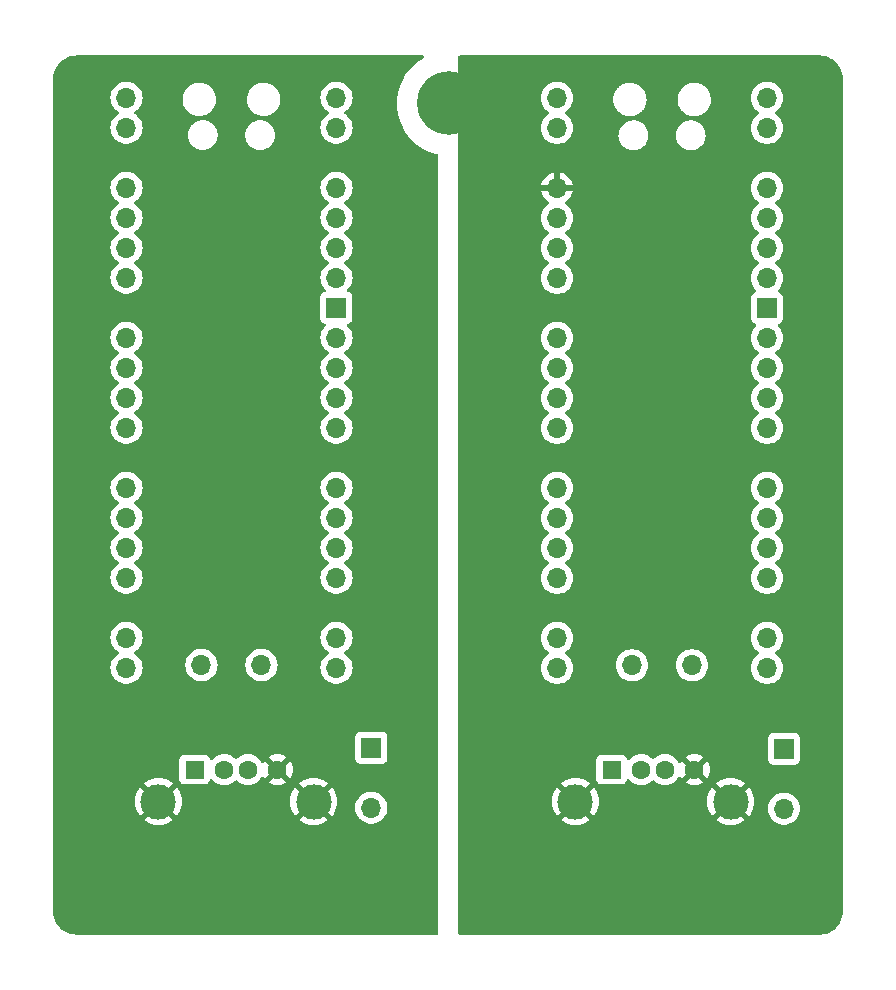
<source format=gbr>
%TF.GenerationSoftware,KiCad,Pcbnew,7.0.9*%
%TF.CreationDate,2024-09-14T16:33:58+02:00*%
%TF.ProjectId,DeskHop_Rev1,4465736b-486f-4705-9f52-6576312e6b69,rev?*%
%TF.SameCoordinates,Original*%
%TF.FileFunction,Copper,L2,Bot*%
%TF.FilePolarity,Positive*%
%FSLAX46Y46*%
G04 Gerber Fmt 4.6, Leading zero omitted, Abs format (unit mm)*
G04 Created by KiCad (PCBNEW 7.0.9) date 2024-09-14 16:33:58*
%MOMM*%
%LPD*%
G01*
G04 APERTURE LIST*
%TA.AperFunction,ComponentPad*%
%ADD10O,1.700000X1.700000*%
%TD*%
%TA.AperFunction,ComponentPad*%
%ADD11R,1.700000X1.700000*%
%TD*%
%TA.AperFunction,ComponentPad*%
%ADD12R,1.600000X1.500000*%
%TD*%
%TA.AperFunction,ComponentPad*%
%ADD13C,1.600000*%
%TD*%
%TA.AperFunction,ComponentPad*%
%ADD14C,3.000000*%
%TD*%
%TA.AperFunction,ComponentPad*%
%ADD15C,3.100000*%
%TD*%
%TA.AperFunction,ConnectorPad*%
%ADD16C,5.400000*%
%TD*%
G04 APERTURE END LIST*
D10*
%TO.P,U1,1,GPIO0*%
%TO.N,unconnected-(U1-GPIO0-Pad1)*%
X76454000Y-44704000D03*
%TO.P,U1,2,GPIO1*%
%TO.N,unconnected-(U1-GPIO1-Pad2)*%
X76454000Y-47244000D03*
D11*
%TO.P,U1,3,GND*%
%TO.N,GND2*%
X76454000Y-49784000D03*
D10*
%TO.P,U1,4,GPIO2*%
X76454000Y-52324000D03*
%TO.P,U1,5,GPIO3*%
%TO.N,unconnected-(U1-GPIO3-Pad5)*%
X76454000Y-54864000D03*
%TO.P,U1,6,GPIO4*%
%TO.N,unconnected-(U1-GPIO4-Pad6)*%
X76454000Y-57404000D03*
%TO.P,U1,7,GPIO5*%
%TO.N,unconnected-(U1-GPIO5-Pad7)*%
X76454000Y-59944000D03*
D11*
%TO.P,U1,8,GND*%
%TO.N,GND2*%
X76454000Y-62484000D03*
D10*
%TO.P,U1,9,GPIO6*%
%TO.N,unconnected-(U1-GPIO6-Pad9)*%
X76454000Y-65024000D03*
%TO.P,U1,10,GPIO7*%
%TO.N,unconnected-(U1-GPIO7-Pad10)*%
X76454000Y-67564000D03*
%TO.P,U1,11,GPIO8*%
%TO.N,unconnected-(U1-GPIO8-Pad11)*%
X76454000Y-70104000D03*
%TO.P,U1,12,GPIO9*%
%TO.N,unconnected-(U1-GPIO9-Pad12)*%
X76454000Y-72644000D03*
D11*
%TO.P,U1,13,GND*%
%TO.N,GND2*%
X76454000Y-75184000D03*
D10*
%TO.P,U1,14,GPIO10*%
%TO.N,unconnected-(U1-GPIO10-Pad14)*%
X76454000Y-77724000D03*
%TO.P,U1,15,GPIO11*%
%TO.N,unconnected-(U1-GPIO11-Pad15)*%
X76454000Y-80264000D03*
%TO.P,U1,16,GPIO12*%
%TO.N,UART A TX*%
X76454000Y-82804000D03*
%TO.P,U1,17,GPIO13*%
%TO.N,UART A RX*%
X76454000Y-85344000D03*
D11*
%TO.P,U1,18,GND*%
%TO.N,GND2*%
X76454000Y-87884000D03*
D10*
%TO.P,U1,19,GPIO14*%
%TO.N,/AD+*%
X76454000Y-90424000D03*
%TO.P,U1,20,GPIO15*%
%TO.N,/AD-*%
X76454000Y-92964000D03*
%TO.P,U1,21,GPIO16*%
%TO.N,unconnected-(U1-GPIO16-Pad21)*%
X94234000Y-92964000D03*
%TO.P,U1,22,GPIO17*%
%TO.N,unconnected-(U1-GPIO17-Pad22)*%
X94234000Y-90424000D03*
D11*
%TO.P,U1,23,GND*%
%TO.N,GND2*%
X94234000Y-87884000D03*
D10*
%TO.P,U1,24,GPIO18*%
%TO.N,unconnected-(U1-GPIO18-Pad24)*%
X94234000Y-85344000D03*
%TO.P,U1,25,GPIO19*%
%TO.N,unconnected-(U1-GPIO19-Pad25)*%
X94234000Y-82804000D03*
%TO.P,U1,26,GPIO20*%
%TO.N,unconnected-(U1-GPIO20-Pad26)*%
X94234000Y-80264000D03*
%TO.P,U1,27,GPIO21*%
%TO.N,unconnected-(U1-GPIO21-Pad27)*%
X94234000Y-77724000D03*
D11*
%TO.P,U1,28,GND*%
%TO.N,GND2*%
X94234000Y-75184000D03*
D10*
%TO.P,U1,29,GPIO22*%
%TO.N,unconnected-(U1-GPIO22-Pad29)*%
X94234000Y-72644000D03*
%TO.P,U1,30,RUN*%
%TO.N,unconnected-(U1-RUN-Pad30)*%
X94234000Y-70104000D03*
%TO.P,U1,31,GPIO26_ADC0*%
%TO.N,unconnected-(U1-GPIO26_ADC0-Pad31)*%
X94234000Y-67564000D03*
%TO.P,U1,32,GPIO27_ADC1*%
%TO.N,unconnected-(U1-GPIO27_ADC1-Pad32)*%
X94234000Y-65024000D03*
D11*
%TO.P,U1,33,AGND*%
%TO.N,unconnected-(U1-AGND-Pad33)*%
X94234000Y-62484000D03*
D10*
%TO.P,U1,34,GPIO28_ADC2*%
%TO.N,unconnected-(U1-GPIO28_ADC2-Pad34)*%
X94234000Y-59944000D03*
%TO.P,U1,35,ADC_VREF*%
%TO.N,unconnected-(U1-ADC_VREF-Pad35)*%
X94234000Y-57404000D03*
%TO.P,U1,36,3V3*%
%TO.N,Net-(U1-3V3)*%
X94234000Y-54864000D03*
%TO.P,U1,37,3V3_EN*%
%TO.N,unconnected-(U1-3V3_EN-Pad37)*%
X94234000Y-52324000D03*
D11*
%TO.P,U1,38,GND*%
%TO.N,GND2*%
X94234000Y-49784000D03*
D10*
%TO.P,U1,39,VSYS*%
%TO.N,unconnected-(U1-VSYS-Pad39)*%
X94234000Y-47244000D03*
%TO.P,U1,40,VBUS*%
%TO.N,VBUS1*%
X94234000Y-44704000D03*
%TO.P,U1,41,SWCLK*%
%TO.N,Net-(J3-Pin_3)*%
X82804000Y-92734000D03*
D11*
%TO.P,U1,42,GND*%
%TO.N,GND2*%
X85344000Y-92734000D03*
D10*
%TO.P,U1,43,SWDIO*%
%TO.N,Net-(J3-Pin_1)*%
X87884000Y-92734000D03*
%TD*%
%TO.P,U2,1,GPIO0*%
%TO.N,unconnected-(U2-GPIO0-Pad1)*%
X39995523Y-44688249D03*
%TO.P,U2,2,GPIO1*%
%TO.N,unconnected-(U2-GPIO1-Pad2)*%
X39995523Y-47228249D03*
D11*
%TO.P,U2,3,GND*%
%TO.N,GND*%
X39995523Y-49768249D03*
D10*
%TO.P,U2,4,GPIO2*%
%TO.N,unconnected-(U2-GPIO2-Pad4)*%
X39995523Y-52308249D03*
%TO.P,U2,5,GPIO3*%
%TO.N,unconnected-(U2-GPIO3-Pad5)*%
X39995523Y-54848249D03*
%TO.P,U2,6,GPIO4*%
%TO.N,unconnected-(U2-GPIO4-Pad6)*%
X39995523Y-57388249D03*
%TO.P,U2,7,GPIO5*%
%TO.N,unconnected-(U2-GPIO5-Pad7)*%
X39995523Y-59928249D03*
D11*
%TO.P,U2,8,GND*%
%TO.N,GND*%
X39995523Y-62468249D03*
D10*
%TO.P,U2,9,GPIO6*%
%TO.N,unconnected-(U2-GPIO6-Pad9)*%
X39995523Y-65008249D03*
%TO.P,U2,10,GPIO7*%
%TO.N,unconnected-(U2-GPIO7-Pad10)*%
X39995523Y-67548249D03*
%TO.P,U2,11,GPIO8*%
%TO.N,unconnected-(U2-GPIO8-Pad11)*%
X39995523Y-70088249D03*
%TO.P,U2,12,GPIO9*%
%TO.N,unconnected-(U2-GPIO9-Pad12)*%
X39995523Y-72628249D03*
D11*
%TO.P,U2,13,GND*%
%TO.N,GND*%
X39995523Y-75168249D03*
D10*
%TO.P,U2,14,GPIO10*%
%TO.N,unconnected-(U2-GPIO10-Pad14)*%
X39995523Y-77708249D03*
%TO.P,U2,15,GPIO11*%
%TO.N,unconnected-(U2-GPIO11-Pad15)*%
X39995523Y-80248249D03*
%TO.P,U2,16,GPIO12*%
%TO.N,unconnected-(U2-GPIO12-Pad16)*%
X39995523Y-82788249D03*
%TO.P,U2,17,GPIO13*%
%TO.N,unconnected-(U2-GPIO13-Pad17)*%
X39995523Y-85328249D03*
D11*
%TO.P,U2,18,GND*%
%TO.N,GND*%
X39995523Y-87868249D03*
D10*
%TO.P,U2,19,GPIO14*%
%TO.N,Net-(U2-GPIO14)*%
X39995523Y-90408249D03*
%TO.P,U2,20,GPIO15*%
%TO.N,Net-(U2-GPIO15)*%
X39995523Y-92948249D03*
%TO.P,U2,21,GPIO16*%
%TO.N,UART B TX*%
X57775523Y-92948249D03*
%TO.P,U2,22,GPIO17*%
%TO.N,UART B RX*%
X57775523Y-90408249D03*
D11*
%TO.P,U2,23,GND*%
%TO.N,GND*%
X57775523Y-87868249D03*
D10*
%TO.P,U2,24,GPIO18*%
%TO.N,unconnected-(U2-GPIO18-Pad24)*%
X57775523Y-85328249D03*
%TO.P,U2,25,GPIO19*%
%TO.N,unconnected-(U2-GPIO19-Pad25)*%
X57775523Y-82788249D03*
%TO.P,U2,26,GPIO20*%
%TO.N,unconnected-(U2-GPIO20-Pad26)*%
X57775523Y-80248249D03*
%TO.P,U2,27,GPIO21*%
%TO.N,unconnected-(U2-GPIO21-Pad27)*%
X57775523Y-77708249D03*
D11*
%TO.P,U2,28,GND*%
%TO.N,GND*%
X57775523Y-75168249D03*
D10*
%TO.P,U2,29,GPIO22*%
%TO.N,unconnected-(U2-GPIO22-Pad29)*%
X57775523Y-72628249D03*
%TO.P,U2,30,RUN*%
%TO.N,unconnected-(U2-RUN-Pad30)*%
X57775523Y-70088249D03*
%TO.P,U2,31,GPIO26_ADC0*%
%TO.N,unconnected-(U2-GPIO26_ADC0-Pad31)*%
X57775523Y-67548249D03*
%TO.P,U2,32,GPIO27_ADC1*%
%TO.N,unconnected-(U2-GPIO27_ADC1-Pad32)*%
X57775523Y-65008249D03*
D11*
%TO.P,U2,33,AGND*%
%TO.N,unconnected-(U2-AGND-Pad33)*%
X57775523Y-62468249D03*
D10*
%TO.P,U2,34,GPIO28_ADC2*%
%TO.N,unconnected-(U2-GPIO28_ADC2-Pad34)*%
X57775523Y-59928249D03*
%TO.P,U2,35,ADC_VREF*%
%TO.N,unconnected-(U2-ADC_VREF-Pad35)*%
X57775523Y-57388249D03*
%TO.P,U2,36,3V3*%
%TO.N,3V3_BUS2*%
X57775523Y-54848249D03*
%TO.P,U2,37,3V3_EN*%
%TO.N,unconnected-(U2-3V3_EN-Pad37)*%
X57775523Y-52308249D03*
D11*
%TO.P,U2,38,GND*%
%TO.N,GND*%
X57775523Y-49768249D03*
D10*
%TO.P,U2,39,VSYS*%
%TO.N,unconnected-(U2-VSYS-Pad39)*%
X57775523Y-47228249D03*
%TO.P,U2,40,VBUS*%
%TO.N,VBUS2*%
X57775523Y-44688249D03*
%TO.P,U2,41,SWCLK*%
%TO.N,Net-(J2-Pin_3)*%
X46345523Y-92718249D03*
D11*
%TO.P,U2,42,GND*%
%TO.N,GND*%
X48885523Y-92718249D03*
D10*
%TO.P,U2,43,SWDIO*%
%TO.N,Net-(J2-Pin_1)*%
X51425523Y-92718249D03*
%TD*%
D12*
%TO.P,J4,1,VBUS*%
%TO.N,VBUS2*%
X45776000Y-101574000D03*
D13*
%TO.P,J4,2,D-*%
%TO.N,OB-*%
X48276000Y-101574000D03*
%TO.P,J4,3,D+*%
%TO.N,OB+*%
X50276000Y-101574000D03*
%TO.P,J4,4,GND*%
%TO.N,GND*%
X52776000Y-101574000D03*
D14*
%TO.P,J4,5,Shield*%
X42706000Y-104284000D03*
X55846000Y-104284000D03*
%TD*%
D11*
%TO.P,J3,1,Pin_1*%
%TO.N,Net-(J3-Pin_1)*%
X95667537Y-99795757D03*
D10*
%TO.P,J3,2,Pin_2*%
%TO.N,GND2*%
X95667537Y-102335757D03*
%TO.P,J3,3,Pin_3*%
%TO.N,Net-(J3-Pin_3)*%
X95667537Y-104875757D03*
%TD*%
D15*
%TO.P,H2,1,1*%
%TO.N,GND2*%
X96774000Y-111506000D03*
D16*
X96774000Y-111506000D03*
%TD*%
D12*
%TO.P,J1,1,VBUS*%
%TO.N,VBUS1*%
X81082000Y-101574000D03*
D13*
%TO.P,J1,2,D-*%
%TO.N,OA-*%
X83582000Y-101574000D03*
%TO.P,J1,3,D+*%
%TO.N,OA+*%
X85582000Y-101574000D03*
%TO.P,J1,4,GND*%
%TO.N,GND2*%
X88082000Y-101574000D03*
D14*
%TO.P,J1,5,Shield*%
X78012000Y-104284000D03*
X91152000Y-104284000D03*
%TD*%
D15*
%TO.P,H1,1,1*%
%TO.N,GND*%
X37846000Y-111506000D03*
D16*
X37846000Y-111506000D03*
%TD*%
D11*
%TO.P,J2,1,Pin_1*%
%TO.N,Net-(J2-Pin_1)*%
X60731042Y-99717876D03*
D10*
%TO.P,J2,2,Pin_2*%
%TO.N,GND*%
X60731042Y-102257876D03*
%TO.P,J2,3,Pin_3*%
%TO.N,Net-(J2-Pin_3)*%
X60731042Y-104797876D03*
%TD*%
D15*
%TO.P,H3,1,1*%
%TO.N,GND2*%
X67315520Y-45178990D03*
D16*
X67315520Y-45178990D03*
%TD*%
%TA.AperFunction,Conductor*%
%TO.N,GND*%
G36*
X65159624Y-41130309D02*
G01*
X65205379Y-41183113D01*
X65215323Y-41252271D01*
X65186298Y-41315827D01*
X65149405Y-41344839D01*
X65112790Y-41363715D01*
X65112783Y-41363719D01*
X65112776Y-41363723D01*
X65112775Y-41363724D01*
X65091498Y-41377398D01*
X64760090Y-41590379D01*
X64430539Y-41849542D01*
X64430537Y-41849543D01*
X64127114Y-42138856D01*
X63852572Y-42455695D01*
X63852561Y-42455708D01*
X63609395Y-42797187D01*
X63609389Y-42797196D01*
X63399766Y-43160273D01*
X63225608Y-43541625D01*
X63225598Y-43541650D01*
X63088486Y-43937808D01*
X63088483Y-43937818D01*
X62989642Y-44345247D01*
X62929978Y-44760217D01*
X62910030Y-45178990D01*
X62929978Y-45597762D01*
X62989642Y-46012732D01*
X63088483Y-46420161D01*
X63088486Y-46420171D01*
X63225598Y-46816329D01*
X63225608Y-46816354D01*
X63236611Y-46840447D01*
X63392116Y-47180956D01*
X63399766Y-47197706D01*
X63508563Y-47386148D01*
X63600432Y-47545270D01*
X63609389Y-47560783D01*
X63609395Y-47560792D01*
X63852561Y-47902271D01*
X63852570Y-47902281D01*
X63852571Y-47902283D01*
X63921207Y-47981493D01*
X64116941Y-48207383D01*
X64127117Y-48219126D01*
X64430538Y-48508437D01*
X64623631Y-48660287D01*
X64760090Y-48767600D01*
X64876804Y-48842607D01*
X65112775Y-48994256D01*
X65485413Y-49186365D01*
X65874625Y-49342182D01*
X66276886Y-49460296D01*
X66296153Y-49464009D01*
X66358257Y-49496024D01*
X66393193Y-49556532D01*
X66396689Y-49585731D01*
X66416808Y-115416837D01*
X66397144Y-115483883D01*
X66344354Y-115529654D01*
X66292808Y-115540875D01*
X35775441Y-115540875D01*
X35771385Y-115540742D01*
X35519732Y-115524248D01*
X35511683Y-115523188D01*
X35266355Y-115474389D01*
X35258516Y-115472288D01*
X35095160Y-115416837D01*
X35021651Y-115391884D01*
X35014150Y-115388777D01*
X34903587Y-115334253D01*
X34789800Y-115278138D01*
X34782775Y-115274082D01*
X34574791Y-115135111D01*
X34568350Y-115130168D01*
X34380287Y-114965239D01*
X34374546Y-114959498D01*
X34209619Y-114771433D01*
X34204677Y-114764992D01*
X34065707Y-114557007D01*
X34061648Y-114549976D01*
X33951014Y-114325628D01*
X33947907Y-114318127D01*
X33867501Y-114081252D01*
X33865406Y-114073431D01*
X33816606Y-113828081D01*
X33815548Y-113820039D01*
X33799036Y-113568068D01*
X33798903Y-113564013D01*
X33798903Y-104284001D01*
X40700891Y-104284001D01*
X40721300Y-104569362D01*
X40782109Y-104848895D01*
X40882091Y-105116958D01*
X41019191Y-105368038D01*
X41019196Y-105368046D01*
X41125882Y-105510561D01*
X41125883Y-105510562D01*
X41735438Y-104901006D01*
X41784348Y-104979999D01*
X41927931Y-105137501D01*
X42086388Y-105257163D01*
X41479436Y-105864115D01*
X41621960Y-105970807D01*
X41621961Y-105970808D01*
X41873042Y-106107908D01*
X41873041Y-106107908D01*
X42141104Y-106207890D01*
X42420637Y-106268699D01*
X42705999Y-106289109D01*
X42706001Y-106289109D01*
X42991362Y-106268699D01*
X43270895Y-106207890D01*
X43538958Y-106107908D01*
X43790047Y-105970803D01*
X43932561Y-105864116D01*
X43932562Y-105864115D01*
X43325611Y-105257163D01*
X43484069Y-105137501D01*
X43627652Y-104979999D01*
X43676560Y-104901007D01*
X44286115Y-105510562D01*
X44286116Y-105510561D01*
X44392803Y-105368047D01*
X44529908Y-105116958D01*
X44629890Y-104848895D01*
X44690699Y-104569362D01*
X44711109Y-104284001D01*
X53840891Y-104284001D01*
X53861300Y-104569362D01*
X53922109Y-104848895D01*
X54022091Y-105116958D01*
X54159191Y-105368038D01*
X54159196Y-105368046D01*
X54265882Y-105510561D01*
X54265883Y-105510562D01*
X54875438Y-104901006D01*
X54924348Y-104979999D01*
X55067931Y-105137501D01*
X55226388Y-105257163D01*
X54619436Y-105864115D01*
X54761960Y-105970807D01*
X54761961Y-105970808D01*
X55013042Y-106107908D01*
X55013041Y-106107908D01*
X55281104Y-106207890D01*
X55560637Y-106268699D01*
X55845999Y-106289109D01*
X55846001Y-106289109D01*
X56131362Y-106268699D01*
X56410895Y-106207890D01*
X56678958Y-106107908D01*
X56930047Y-105970803D01*
X57072561Y-105864116D01*
X57072562Y-105864115D01*
X56465611Y-105257163D01*
X56624069Y-105137501D01*
X56767652Y-104979999D01*
X56816560Y-104901007D01*
X57426115Y-105510562D01*
X57426116Y-105510561D01*
X57532803Y-105368047D01*
X57669908Y-105116958D01*
X57769890Y-104848895D01*
X57780987Y-104797881D01*
X59367886Y-104797881D01*
X59386476Y-105022235D01*
X59386478Y-105022247D01*
X59441745Y-105240490D01*
X59532182Y-105446668D01*
X59655318Y-105635141D01*
X59655326Y-105635152D01*
X59807798Y-105800778D01*
X59807802Y-105800782D01*
X59985466Y-105939065D01*
X59985467Y-105939065D01*
X59985469Y-105939067D01*
X60044120Y-105970807D01*
X60183468Y-106046218D01*
X60396407Y-106119320D01*
X60618473Y-106156376D01*
X60843611Y-106156376D01*
X61065677Y-106119320D01*
X61278616Y-106046218D01*
X61476618Y-105939065D01*
X61654282Y-105800782D01*
X61806764Y-105635144D01*
X61929902Y-105446667D01*
X62020338Y-105240492D01*
X62075606Y-105022244D01*
X62076180Y-105015316D01*
X62094198Y-104797881D01*
X62094198Y-104797870D01*
X62075607Y-104573516D01*
X62075605Y-104573504D01*
X62041180Y-104437564D01*
X62020338Y-104355260D01*
X61929902Y-104149085D01*
X61929268Y-104148115D01*
X61864752Y-104049365D01*
X61806764Y-103960608D01*
X61806761Y-103960605D01*
X61806757Y-103960599D01*
X61654285Y-103794973D01*
X61654280Y-103794968D01*
X61476619Y-103656688D01*
X61476614Y-103656684D01*
X61278622Y-103549537D01*
X61278619Y-103549535D01*
X61278616Y-103549534D01*
X61278613Y-103549533D01*
X61278611Y-103549532D01*
X61065679Y-103476432D01*
X60843611Y-103439376D01*
X60618473Y-103439376D01*
X60396404Y-103476432D01*
X60183472Y-103549532D01*
X60183461Y-103549537D01*
X59985469Y-103656684D01*
X59985464Y-103656688D01*
X59807803Y-103794968D01*
X59807798Y-103794973D01*
X59655326Y-103960599D01*
X59655318Y-103960610D01*
X59532182Y-104149083D01*
X59441745Y-104355261D01*
X59386478Y-104573504D01*
X59386476Y-104573516D01*
X59367886Y-104797870D01*
X59367886Y-104797881D01*
X57780987Y-104797881D01*
X57830699Y-104569362D01*
X57851109Y-104284001D01*
X57851109Y-104283998D01*
X57830699Y-103998637D01*
X57769890Y-103719104D01*
X57669908Y-103451041D01*
X57532808Y-103199961D01*
X57532807Y-103199960D01*
X57426115Y-103057436D01*
X56816560Y-103666991D01*
X56767652Y-103588001D01*
X56624069Y-103430499D01*
X56465610Y-103310835D01*
X57072562Y-102703883D01*
X57072561Y-102703882D01*
X56930046Y-102597196D01*
X56930038Y-102597191D01*
X56678957Y-102460091D01*
X56678958Y-102460091D01*
X56410895Y-102360109D01*
X56131362Y-102299300D01*
X55846001Y-102278891D01*
X55845999Y-102278891D01*
X55560637Y-102299300D01*
X55281104Y-102360109D01*
X55013041Y-102460091D01*
X54761961Y-102597191D01*
X54761953Y-102597196D01*
X54619437Y-102703882D01*
X54619436Y-102703883D01*
X55226389Y-103310835D01*
X55067931Y-103430499D01*
X54924348Y-103588001D01*
X54875439Y-103666992D01*
X54265883Y-103057436D01*
X54265882Y-103057437D01*
X54159196Y-103199953D01*
X54159191Y-103199961D01*
X54022091Y-103451041D01*
X53922109Y-103719104D01*
X53861300Y-103998637D01*
X53840891Y-104283998D01*
X53840891Y-104284001D01*
X44711109Y-104284001D01*
X44711109Y-104283998D01*
X44690699Y-103998637D01*
X44629890Y-103719104D01*
X44529908Y-103451041D01*
X44392808Y-103199961D01*
X44392807Y-103199960D01*
X44286115Y-103057436D01*
X43676560Y-103666991D01*
X43627652Y-103588001D01*
X43484069Y-103430499D01*
X43325610Y-103310835D01*
X43932562Y-102703883D01*
X43932561Y-102703882D01*
X43790046Y-102597196D01*
X43790038Y-102597191D01*
X43538957Y-102460091D01*
X43538958Y-102460091D01*
X43304530Y-102372654D01*
X44467500Y-102372654D01*
X44474011Y-102433202D01*
X44474011Y-102433204D01*
X44525111Y-102570203D01*
X44525111Y-102570204D01*
X44612739Y-102687261D01*
X44729796Y-102774889D01*
X44866799Y-102825989D01*
X44894050Y-102828918D01*
X44927345Y-102832499D01*
X44927362Y-102832500D01*
X46624638Y-102832500D01*
X46624654Y-102832499D01*
X46651692Y-102829591D01*
X46685201Y-102825989D01*
X46822204Y-102774889D01*
X46939261Y-102687261D01*
X47026889Y-102570204D01*
X47040586Y-102533480D01*
X47066717Y-102463424D01*
X47108588Y-102407490D01*
X47174053Y-102383074D01*
X47242326Y-102397926D01*
X47270579Y-102419077D01*
X47431700Y-102580198D01*
X47619251Y-102711523D01*
X47744091Y-102769736D01*
X47826750Y-102808281D01*
X47826752Y-102808281D01*
X47826757Y-102808284D01*
X48047913Y-102867543D01*
X48210832Y-102881796D01*
X48275998Y-102887498D01*
X48276000Y-102887498D01*
X48276002Y-102887498D01*
X48333021Y-102882509D01*
X48504087Y-102867543D01*
X48725243Y-102808284D01*
X48932749Y-102711523D01*
X49120300Y-102580198D01*
X49188319Y-102512179D01*
X49249642Y-102478694D01*
X49319334Y-102483678D01*
X49363681Y-102512179D01*
X49431700Y-102580198D01*
X49619251Y-102711523D01*
X49744091Y-102769736D01*
X49826750Y-102808281D01*
X49826752Y-102808281D01*
X49826757Y-102808284D01*
X50047913Y-102867543D01*
X50210832Y-102881796D01*
X50275998Y-102887498D01*
X50276000Y-102887498D01*
X50276002Y-102887498D01*
X50333021Y-102882509D01*
X50504087Y-102867543D01*
X50725243Y-102808284D01*
X50932749Y-102711523D01*
X51120300Y-102580198D01*
X51282198Y-102418300D01*
X51413523Y-102230749D01*
X51418307Y-102220487D01*
X51464476Y-102168051D01*
X51531669Y-102148897D01*
X51598551Y-102169111D01*
X51643072Y-102220490D01*
X51645866Y-102226483D01*
X51696973Y-102299471D01*
X51696974Y-102299472D01*
X52313064Y-101683381D01*
X52339481Y-101773351D01*
X52413327Y-101888258D01*
X52516555Y-101977705D01*
X52640801Y-102034446D01*
X52665548Y-102038004D01*
X52050526Y-102653025D01*
X52050526Y-102653026D01*
X52123512Y-102704131D01*
X52123516Y-102704133D01*
X52329673Y-102800265D01*
X52329682Y-102800269D01*
X52549389Y-102859139D01*
X52549400Y-102859141D01*
X52775998Y-102878966D01*
X52776002Y-102878966D01*
X53002599Y-102859141D01*
X53002610Y-102859139D01*
X53222317Y-102800269D01*
X53222331Y-102800264D01*
X53428478Y-102704136D01*
X53501472Y-102653025D01*
X52886451Y-102038004D01*
X52911199Y-102034446D01*
X53035445Y-101977705D01*
X53138673Y-101888258D01*
X53212519Y-101773351D01*
X53238935Y-101683382D01*
X53855025Y-102299472D01*
X53906136Y-102226478D01*
X54002264Y-102020331D01*
X54002269Y-102020317D01*
X54061139Y-101800610D01*
X54061141Y-101800599D01*
X54080966Y-101574002D01*
X54080966Y-101573997D01*
X54061141Y-101347400D01*
X54061139Y-101347389D01*
X54002269Y-101127682D01*
X54002265Y-101127673D01*
X53906133Y-100921516D01*
X53906131Y-100921512D01*
X53855026Y-100848526D01*
X53855025Y-100848526D01*
X53238935Y-101464616D01*
X53212519Y-101374649D01*
X53138673Y-101259742D01*
X53035445Y-101170295D01*
X52911199Y-101113554D01*
X52886451Y-101109995D01*
X53379916Y-100616530D01*
X59372542Y-100616530D01*
X59379053Y-100677078D01*
X59379053Y-100677080D01*
X59420458Y-100788087D01*
X59430153Y-100814080D01*
X59517781Y-100931137D01*
X59634838Y-101018765D01*
X59771841Y-101069865D01*
X59799092Y-101072794D01*
X59832387Y-101076375D01*
X59832404Y-101076376D01*
X61629680Y-101076376D01*
X61629696Y-101076375D01*
X61656734Y-101073467D01*
X61690243Y-101069865D01*
X61827246Y-101018765D01*
X61944303Y-100931137D01*
X62031931Y-100814080D01*
X62083031Y-100677077D01*
X62086936Y-100640756D01*
X62089541Y-100616530D01*
X62089542Y-100616513D01*
X62089542Y-98819238D01*
X62089541Y-98819221D01*
X62086199Y-98788146D01*
X62083031Y-98758675D01*
X62031931Y-98621672D01*
X61944303Y-98504615D01*
X61827246Y-98416987D01*
X61690245Y-98365887D01*
X61629696Y-98359376D01*
X61629680Y-98359376D01*
X59832404Y-98359376D01*
X59832387Y-98359376D01*
X59771839Y-98365887D01*
X59771837Y-98365887D01*
X59634837Y-98416987D01*
X59517781Y-98504615D01*
X59430153Y-98621671D01*
X59379053Y-98758671D01*
X59379053Y-98758673D01*
X59372542Y-98819221D01*
X59372542Y-100616530D01*
X53379916Y-100616530D01*
X53501472Y-100494974D01*
X53501471Y-100494973D01*
X53428483Y-100443866D01*
X53428481Y-100443865D01*
X53222326Y-100347734D01*
X53222317Y-100347730D01*
X53002610Y-100288860D01*
X53002599Y-100288858D01*
X52776002Y-100269034D01*
X52775998Y-100269034D01*
X52549400Y-100288858D01*
X52549389Y-100288860D01*
X52329682Y-100347730D01*
X52329673Y-100347734D01*
X52123513Y-100443868D01*
X52050527Y-100494972D01*
X52050526Y-100494973D01*
X52665549Y-101109995D01*
X52640801Y-101113554D01*
X52516555Y-101170295D01*
X52413327Y-101259742D01*
X52339481Y-101374649D01*
X52313064Y-101464617D01*
X51696973Y-100848526D01*
X51696972Y-100848527D01*
X51645867Y-100921513D01*
X51643070Y-100927513D01*
X51596897Y-100979951D01*
X51529703Y-100999102D01*
X51462822Y-100978885D01*
X51418307Y-100927511D01*
X51413523Y-100917251D01*
X51282198Y-100729700D01*
X51120300Y-100567802D01*
X50932749Y-100436477D01*
X50932745Y-100436475D01*
X50725249Y-100339718D01*
X50725238Y-100339714D01*
X50504089Y-100280457D01*
X50504081Y-100280456D01*
X50276002Y-100260502D01*
X50275998Y-100260502D01*
X50047918Y-100280456D01*
X50047910Y-100280457D01*
X49826761Y-100339714D01*
X49826750Y-100339718D01*
X49619254Y-100436475D01*
X49619252Y-100436476D01*
X49584601Y-100460739D01*
X49431700Y-100567802D01*
X49431698Y-100567803D01*
X49431695Y-100567806D01*
X49363681Y-100635821D01*
X49302358Y-100669306D01*
X49232666Y-100664322D01*
X49188319Y-100635821D01*
X49120304Y-100567806D01*
X49120300Y-100567802D01*
X48932749Y-100436477D01*
X48932745Y-100436475D01*
X48725249Y-100339718D01*
X48725238Y-100339714D01*
X48504089Y-100280457D01*
X48504081Y-100280456D01*
X48276002Y-100260502D01*
X48275998Y-100260502D01*
X48047918Y-100280456D01*
X48047910Y-100280457D01*
X47826761Y-100339714D01*
X47826750Y-100339718D01*
X47619254Y-100436475D01*
X47619252Y-100436476D01*
X47431699Y-100567803D01*
X47270579Y-100728923D01*
X47209256Y-100762407D01*
X47139564Y-100757423D01*
X47083631Y-100715551D01*
X47066717Y-100684576D01*
X47041330Y-100616513D01*
X47026889Y-100577796D01*
X46939261Y-100460739D01*
X46822204Y-100373111D01*
X46685203Y-100322011D01*
X46624654Y-100315500D01*
X46624638Y-100315500D01*
X44927362Y-100315500D01*
X44927345Y-100315500D01*
X44866797Y-100322011D01*
X44866795Y-100322011D01*
X44729795Y-100373111D01*
X44612739Y-100460739D01*
X44525111Y-100577795D01*
X44474011Y-100714795D01*
X44474011Y-100714797D01*
X44467500Y-100775345D01*
X44467500Y-102372654D01*
X43304530Y-102372654D01*
X43270895Y-102360109D01*
X42991362Y-102299300D01*
X42706001Y-102278891D01*
X42705999Y-102278891D01*
X42420637Y-102299300D01*
X42141104Y-102360109D01*
X41873041Y-102460091D01*
X41621961Y-102597191D01*
X41621953Y-102597196D01*
X41479437Y-102703882D01*
X41479436Y-102703883D01*
X42086389Y-103310835D01*
X41927931Y-103430499D01*
X41784348Y-103588001D01*
X41735439Y-103666992D01*
X41125883Y-103057436D01*
X41125882Y-103057437D01*
X41019196Y-103199953D01*
X41019191Y-103199961D01*
X40882091Y-103451041D01*
X40782109Y-103719104D01*
X40721300Y-103998637D01*
X40700891Y-104283998D01*
X40700891Y-104284001D01*
X33798903Y-104284001D01*
X33798903Y-92948254D01*
X38632367Y-92948254D01*
X38650957Y-93172608D01*
X38650959Y-93172620D01*
X38706226Y-93390863D01*
X38796663Y-93597041D01*
X38919799Y-93785514D01*
X38919807Y-93785525D01*
X39072279Y-93951151D01*
X39072283Y-93951155D01*
X39249947Y-94089438D01*
X39249948Y-94089438D01*
X39249950Y-94089440D01*
X39376658Y-94158010D01*
X39447949Y-94196591D01*
X39660888Y-94269693D01*
X39882954Y-94306749D01*
X40108092Y-94306749D01*
X40330158Y-94269693D01*
X40543097Y-94196591D01*
X40741099Y-94089438D01*
X40918763Y-93951155D01*
X41049627Y-93809000D01*
X41071238Y-93785525D01*
X41071239Y-93785523D01*
X41071245Y-93785517D01*
X41194383Y-93597040D01*
X41284819Y-93390865D01*
X41340087Y-93172617D01*
X41342993Y-93137551D01*
X41358679Y-92948254D01*
X41358679Y-92948243D01*
X41340088Y-92723889D01*
X41340086Y-92723877D01*
X41338662Y-92718254D01*
X44982367Y-92718254D01*
X45000957Y-92942608D01*
X45000959Y-92942620D01*
X45056226Y-93160863D01*
X45146663Y-93367041D01*
X45269799Y-93555514D01*
X45269807Y-93555525D01*
X45422279Y-93721151D01*
X45422283Y-93721155D01*
X45599947Y-93859438D01*
X45599948Y-93859438D01*
X45599950Y-93859440D01*
X45726658Y-93928010D01*
X45797949Y-93966591D01*
X46010888Y-94039693D01*
X46232954Y-94076749D01*
X46458092Y-94076749D01*
X46680158Y-94039693D01*
X46893097Y-93966591D01*
X47091099Y-93859438D01*
X47268763Y-93721155D01*
X47399627Y-93579000D01*
X47421238Y-93555525D01*
X47421239Y-93555523D01*
X47421245Y-93555517D01*
X47544383Y-93367040D01*
X47634819Y-93160865D01*
X47690087Y-92942617D01*
X47690088Y-92942608D01*
X47708679Y-92718254D01*
X50062367Y-92718254D01*
X50080957Y-92942608D01*
X50080959Y-92942620D01*
X50136226Y-93160863D01*
X50226663Y-93367041D01*
X50349799Y-93555514D01*
X50349807Y-93555525D01*
X50502279Y-93721151D01*
X50502283Y-93721155D01*
X50679947Y-93859438D01*
X50679948Y-93859438D01*
X50679950Y-93859440D01*
X50806658Y-93928010D01*
X50877949Y-93966591D01*
X51090888Y-94039693D01*
X51312954Y-94076749D01*
X51538092Y-94076749D01*
X51760158Y-94039693D01*
X51973097Y-93966591D01*
X52171099Y-93859438D01*
X52348763Y-93721155D01*
X52479627Y-93579000D01*
X52501238Y-93555525D01*
X52501239Y-93555523D01*
X52501245Y-93555517D01*
X52624383Y-93367040D01*
X52714819Y-93160865D01*
X52768660Y-92948254D01*
X56412367Y-92948254D01*
X56430957Y-93172608D01*
X56430959Y-93172620D01*
X56486226Y-93390863D01*
X56576663Y-93597041D01*
X56699799Y-93785514D01*
X56699807Y-93785525D01*
X56852279Y-93951151D01*
X56852283Y-93951155D01*
X57029947Y-94089438D01*
X57029948Y-94089438D01*
X57029950Y-94089440D01*
X57156658Y-94158010D01*
X57227949Y-94196591D01*
X57440888Y-94269693D01*
X57662954Y-94306749D01*
X57888092Y-94306749D01*
X58110158Y-94269693D01*
X58323097Y-94196591D01*
X58521099Y-94089438D01*
X58698763Y-93951155D01*
X58829627Y-93809000D01*
X58851238Y-93785525D01*
X58851239Y-93785523D01*
X58851245Y-93785517D01*
X58974383Y-93597040D01*
X59064819Y-93390865D01*
X59120087Y-93172617D01*
X59122993Y-93137551D01*
X59138679Y-92948254D01*
X59138679Y-92948243D01*
X59120088Y-92723889D01*
X59120086Y-92723877D01*
X59111175Y-92688688D01*
X59064819Y-92505633D01*
X58974383Y-92299458D01*
X58958817Y-92275633D01*
X58912814Y-92205219D01*
X58851245Y-92110981D01*
X58851242Y-92110978D01*
X58851238Y-92110972D01*
X58698766Y-91945346D01*
X58698761Y-91945341D01*
X58521100Y-91807061D01*
X58521101Y-91807061D01*
X58521099Y-91807060D01*
X58484593Y-91787304D01*
X58435002Y-91738085D01*
X58419894Y-91669868D01*
X58444064Y-91604313D01*
X58484593Y-91569194D01*
X58484607Y-91569185D01*
X58521099Y-91549438D01*
X58698763Y-91411155D01*
X58851245Y-91245517D01*
X58974383Y-91057040D01*
X59064819Y-90850865D01*
X59120087Y-90632617D01*
X59120088Y-90632608D01*
X59138679Y-90408254D01*
X59138679Y-90408243D01*
X59120088Y-90183889D01*
X59120086Y-90183877D01*
X59078700Y-90020447D01*
X59064819Y-89965633D01*
X58974383Y-89759458D01*
X58851245Y-89570981D01*
X58851242Y-89570978D01*
X58851238Y-89570972D01*
X58698766Y-89405346D01*
X58698761Y-89405341D01*
X58521100Y-89267061D01*
X58521095Y-89267057D01*
X58323103Y-89159910D01*
X58323100Y-89159908D01*
X58323097Y-89159907D01*
X58323094Y-89159906D01*
X58323092Y-89159905D01*
X58110160Y-89086805D01*
X57888092Y-89049749D01*
X57662954Y-89049749D01*
X57440885Y-89086805D01*
X57227953Y-89159905D01*
X57227942Y-89159910D01*
X57029950Y-89267057D01*
X57029945Y-89267061D01*
X56852284Y-89405341D01*
X56852279Y-89405346D01*
X56699807Y-89570972D01*
X56699799Y-89570983D01*
X56576663Y-89759456D01*
X56486226Y-89965634D01*
X56430959Y-90183877D01*
X56430957Y-90183889D01*
X56412367Y-90408243D01*
X56412367Y-90408254D01*
X56430957Y-90632608D01*
X56430959Y-90632620D01*
X56486226Y-90850863D01*
X56576663Y-91057041D01*
X56699799Y-91245514D01*
X56699807Y-91245525D01*
X56852279Y-91411151D01*
X56852283Y-91411155D01*
X57029947Y-91549438D01*
X57029952Y-91549440D01*
X57029954Y-91549442D01*
X57066453Y-91569195D01*
X57116043Y-91618414D01*
X57131151Y-91686631D01*
X57106980Y-91752186D01*
X57066453Y-91787303D01*
X57029954Y-91807055D01*
X57029945Y-91807061D01*
X56852284Y-91945341D01*
X56852279Y-91945346D01*
X56699807Y-92110972D01*
X56699799Y-92110983D01*
X56576663Y-92299456D01*
X56486226Y-92505634D01*
X56430959Y-92723877D01*
X56430957Y-92723889D01*
X56412367Y-92948243D01*
X56412367Y-92948254D01*
X52768660Y-92948254D01*
X52770087Y-92942617D01*
X52770088Y-92942608D01*
X52788679Y-92718254D01*
X52788679Y-92718243D01*
X52770088Y-92493889D01*
X52770086Y-92493877D01*
X52714819Y-92275634D01*
X52687436Y-92213207D01*
X52624383Y-92069458D01*
X52501245Y-91880981D01*
X52501242Y-91880978D01*
X52501238Y-91880972D01*
X52348766Y-91715346D01*
X52348761Y-91715341D01*
X52171100Y-91577061D01*
X52171095Y-91577057D01*
X51973103Y-91469910D01*
X51973100Y-91469908D01*
X51973097Y-91469907D01*
X51973094Y-91469906D01*
X51973092Y-91469905D01*
X51760160Y-91396805D01*
X51538092Y-91359749D01*
X51312954Y-91359749D01*
X51090885Y-91396805D01*
X50877953Y-91469905D01*
X50877942Y-91469910D01*
X50679950Y-91577057D01*
X50679945Y-91577061D01*
X50502284Y-91715341D01*
X50502279Y-91715346D01*
X50349807Y-91880972D01*
X50349799Y-91880983D01*
X50226663Y-92069456D01*
X50136226Y-92275634D01*
X50080959Y-92493877D01*
X50080957Y-92493889D01*
X50062367Y-92718243D01*
X50062367Y-92718254D01*
X47708679Y-92718254D01*
X47708679Y-92718243D01*
X47690088Y-92493889D01*
X47690086Y-92493877D01*
X47634819Y-92275634D01*
X47607436Y-92213207D01*
X47544383Y-92069458D01*
X47421245Y-91880981D01*
X47421242Y-91880978D01*
X47421238Y-91880972D01*
X47268766Y-91715346D01*
X47268761Y-91715341D01*
X47091100Y-91577061D01*
X47091095Y-91577057D01*
X46893103Y-91469910D01*
X46893100Y-91469908D01*
X46893097Y-91469907D01*
X46893094Y-91469906D01*
X46893092Y-91469905D01*
X46680160Y-91396805D01*
X46458092Y-91359749D01*
X46232954Y-91359749D01*
X46010885Y-91396805D01*
X45797953Y-91469905D01*
X45797942Y-91469910D01*
X45599950Y-91577057D01*
X45599945Y-91577061D01*
X45422284Y-91715341D01*
X45422279Y-91715346D01*
X45269807Y-91880972D01*
X45269799Y-91880983D01*
X45146663Y-92069456D01*
X45056226Y-92275634D01*
X45000959Y-92493877D01*
X45000957Y-92493889D01*
X44982367Y-92718243D01*
X44982367Y-92718254D01*
X41338662Y-92718254D01*
X41331175Y-92688688D01*
X41284819Y-92505633D01*
X41194383Y-92299458D01*
X41178817Y-92275633D01*
X41132814Y-92205219D01*
X41071245Y-92110981D01*
X41071242Y-92110978D01*
X41071238Y-92110972D01*
X40918766Y-91945346D01*
X40918761Y-91945341D01*
X40741100Y-91807061D01*
X40741101Y-91807061D01*
X40741099Y-91807060D01*
X40704593Y-91787304D01*
X40655002Y-91738085D01*
X40639894Y-91669868D01*
X40664064Y-91604313D01*
X40704593Y-91569194D01*
X40704607Y-91569185D01*
X40741099Y-91549438D01*
X40918763Y-91411155D01*
X41071245Y-91245517D01*
X41194383Y-91057040D01*
X41284819Y-90850865D01*
X41340087Y-90632617D01*
X41340088Y-90632608D01*
X41358679Y-90408254D01*
X41358679Y-90408243D01*
X41340088Y-90183889D01*
X41340086Y-90183877D01*
X41298700Y-90020447D01*
X41284819Y-89965633D01*
X41194383Y-89759458D01*
X41071245Y-89570981D01*
X41071242Y-89570978D01*
X41071238Y-89570972D01*
X40918766Y-89405346D01*
X40918761Y-89405341D01*
X40741100Y-89267061D01*
X40741095Y-89267057D01*
X40543103Y-89159910D01*
X40543100Y-89159908D01*
X40543097Y-89159907D01*
X40543094Y-89159906D01*
X40543092Y-89159905D01*
X40330160Y-89086805D01*
X40108092Y-89049749D01*
X39882954Y-89049749D01*
X39660885Y-89086805D01*
X39447953Y-89159905D01*
X39447942Y-89159910D01*
X39249950Y-89267057D01*
X39249945Y-89267061D01*
X39072284Y-89405341D01*
X39072279Y-89405346D01*
X38919807Y-89570972D01*
X38919799Y-89570983D01*
X38796663Y-89759456D01*
X38706226Y-89965634D01*
X38650959Y-90183877D01*
X38650957Y-90183889D01*
X38632367Y-90408243D01*
X38632367Y-90408254D01*
X38650957Y-90632608D01*
X38650959Y-90632620D01*
X38706226Y-90850863D01*
X38796663Y-91057041D01*
X38919799Y-91245514D01*
X38919807Y-91245525D01*
X39072279Y-91411151D01*
X39072283Y-91411155D01*
X39249947Y-91549438D01*
X39249952Y-91549440D01*
X39249954Y-91549442D01*
X39286453Y-91569195D01*
X39336043Y-91618414D01*
X39351151Y-91686631D01*
X39326980Y-91752186D01*
X39286453Y-91787303D01*
X39249954Y-91807055D01*
X39249945Y-91807061D01*
X39072284Y-91945341D01*
X39072279Y-91945346D01*
X38919807Y-92110972D01*
X38919799Y-92110983D01*
X38796663Y-92299456D01*
X38706226Y-92505634D01*
X38650959Y-92723877D01*
X38650957Y-92723889D01*
X38632367Y-92948243D01*
X38632367Y-92948254D01*
X33798903Y-92948254D01*
X33798903Y-85328254D01*
X38632367Y-85328254D01*
X38650957Y-85552608D01*
X38650959Y-85552620D01*
X38706226Y-85770863D01*
X38796663Y-85977041D01*
X38919799Y-86165514D01*
X38919807Y-86165525D01*
X39072279Y-86331151D01*
X39072283Y-86331155D01*
X39249947Y-86469438D01*
X39249948Y-86469438D01*
X39249950Y-86469440D01*
X39376658Y-86538010D01*
X39447949Y-86576591D01*
X39660888Y-86649693D01*
X39882954Y-86686749D01*
X40108092Y-86686749D01*
X40330158Y-86649693D01*
X40543097Y-86576591D01*
X40741099Y-86469438D01*
X40918763Y-86331155D01*
X41049627Y-86189000D01*
X41071238Y-86165525D01*
X41071239Y-86165523D01*
X41071245Y-86165517D01*
X41194383Y-85977040D01*
X41284819Y-85770865D01*
X41340087Y-85552617D01*
X41340088Y-85552608D01*
X41358679Y-85328254D01*
X56412367Y-85328254D01*
X56430957Y-85552608D01*
X56430959Y-85552620D01*
X56486226Y-85770863D01*
X56576663Y-85977041D01*
X56699799Y-86165514D01*
X56699807Y-86165525D01*
X56852279Y-86331151D01*
X56852283Y-86331155D01*
X57029947Y-86469438D01*
X57029948Y-86469438D01*
X57029950Y-86469440D01*
X57156658Y-86538010D01*
X57227949Y-86576591D01*
X57440888Y-86649693D01*
X57662954Y-86686749D01*
X57888092Y-86686749D01*
X58110158Y-86649693D01*
X58323097Y-86576591D01*
X58521099Y-86469438D01*
X58698763Y-86331155D01*
X58829627Y-86189000D01*
X58851238Y-86165525D01*
X58851239Y-86165523D01*
X58851245Y-86165517D01*
X58974383Y-85977040D01*
X59064819Y-85770865D01*
X59120087Y-85552617D01*
X59120088Y-85552608D01*
X59138679Y-85328254D01*
X59138679Y-85328243D01*
X59120088Y-85103889D01*
X59120086Y-85103877D01*
X59078700Y-84940447D01*
X59064819Y-84885633D01*
X58974383Y-84679458D01*
X58942153Y-84630127D01*
X58912814Y-84585219D01*
X58851245Y-84490981D01*
X58851242Y-84490978D01*
X58851238Y-84490972D01*
X58698766Y-84325346D01*
X58698761Y-84325341D01*
X58521100Y-84187061D01*
X58521101Y-84187061D01*
X58521099Y-84187060D01*
X58484593Y-84167304D01*
X58435002Y-84118085D01*
X58419894Y-84049868D01*
X58444064Y-83984313D01*
X58484593Y-83949194D01*
X58484607Y-83949185D01*
X58521099Y-83929438D01*
X58698763Y-83791155D01*
X58851245Y-83625517D01*
X58974383Y-83437040D01*
X59064819Y-83230865D01*
X59120087Y-83012617D01*
X59120088Y-83012608D01*
X59138679Y-82788254D01*
X59138679Y-82788243D01*
X59120088Y-82563889D01*
X59120086Y-82563877D01*
X59078700Y-82400447D01*
X59064819Y-82345633D01*
X58974383Y-82139458D01*
X58942153Y-82090127D01*
X58912814Y-82045219D01*
X58851245Y-81950981D01*
X58851242Y-81950978D01*
X58851238Y-81950972D01*
X58698766Y-81785346D01*
X58698761Y-81785341D01*
X58521100Y-81647061D01*
X58521101Y-81647061D01*
X58521099Y-81647060D01*
X58484593Y-81627304D01*
X58435002Y-81578085D01*
X58419894Y-81509868D01*
X58444064Y-81444313D01*
X58484593Y-81409194D01*
X58484607Y-81409185D01*
X58521099Y-81389438D01*
X58698763Y-81251155D01*
X58851245Y-81085517D01*
X58974383Y-80897040D01*
X59064819Y-80690865D01*
X59120087Y-80472617D01*
X59120088Y-80472608D01*
X59138679Y-80248254D01*
X59138679Y-80248243D01*
X59120088Y-80023889D01*
X59120086Y-80023877D01*
X59078700Y-79860447D01*
X59064819Y-79805633D01*
X58974383Y-79599458D01*
X58942153Y-79550127D01*
X58912814Y-79505219D01*
X58851245Y-79410981D01*
X58851242Y-79410978D01*
X58851238Y-79410972D01*
X58698766Y-79245346D01*
X58698761Y-79245341D01*
X58521100Y-79107061D01*
X58521101Y-79107061D01*
X58521099Y-79107060D01*
X58484593Y-79087304D01*
X58435002Y-79038085D01*
X58419894Y-78969868D01*
X58444064Y-78904313D01*
X58484593Y-78869194D01*
X58484607Y-78869185D01*
X58521099Y-78849438D01*
X58698763Y-78711155D01*
X58851245Y-78545517D01*
X58974383Y-78357040D01*
X59064819Y-78150865D01*
X59120087Y-77932617D01*
X59120088Y-77932608D01*
X59138679Y-77708254D01*
X59138679Y-77708243D01*
X59120088Y-77483889D01*
X59120086Y-77483877D01*
X59078700Y-77320447D01*
X59064819Y-77265633D01*
X58974383Y-77059458D01*
X58851245Y-76870981D01*
X58851242Y-76870978D01*
X58851238Y-76870972D01*
X58698766Y-76705346D01*
X58698761Y-76705341D01*
X58521100Y-76567061D01*
X58521095Y-76567057D01*
X58323103Y-76459910D01*
X58323100Y-76459908D01*
X58323097Y-76459907D01*
X58323094Y-76459906D01*
X58323092Y-76459905D01*
X58110160Y-76386805D01*
X57888092Y-76349749D01*
X57662954Y-76349749D01*
X57440885Y-76386805D01*
X57227953Y-76459905D01*
X57227942Y-76459910D01*
X57029950Y-76567057D01*
X57029945Y-76567061D01*
X56852284Y-76705341D01*
X56852279Y-76705346D01*
X56699807Y-76870972D01*
X56699799Y-76870983D01*
X56576663Y-77059456D01*
X56486226Y-77265634D01*
X56430959Y-77483877D01*
X56430957Y-77483889D01*
X56412367Y-77708243D01*
X56412367Y-77708254D01*
X56430957Y-77932608D01*
X56430959Y-77932620D01*
X56486226Y-78150863D01*
X56576663Y-78357041D01*
X56699799Y-78545514D01*
X56699807Y-78545525D01*
X56852279Y-78711151D01*
X56852283Y-78711155D01*
X57029947Y-78849438D01*
X57029952Y-78849440D01*
X57029954Y-78849442D01*
X57066453Y-78869195D01*
X57116043Y-78918414D01*
X57131151Y-78986631D01*
X57106980Y-79052186D01*
X57066453Y-79087303D01*
X57029954Y-79107055D01*
X57029945Y-79107061D01*
X56852284Y-79245341D01*
X56852279Y-79245346D01*
X56699807Y-79410972D01*
X56699799Y-79410983D01*
X56576663Y-79599456D01*
X56486226Y-79805634D01*
X56430959Y-80023877D01*
X56430957Y-80023889D01*
X56412367Y-80248243D01*
X56412367Y-80248254D01*
X56430957Y-80472608D01*
X56430959Y-80472620D01*
X56486226Y-80690863D01*
X56576663Y-80897041D01*
X56699799Y-81085514D01*
X56699807Y-81085525D01*
X56852279Y-81251151D01*
X56852283Y-81251155D01*
X57029947Y-81389438D01*
X57029952Y-81389440D01*
X57029954Y-81389442D01*
X57066453Y-81409195D01*
X57116043Y-81458414D01*
X57131151Y-81526631D01*
X57106980Y-81592186D01*
X57066453Y-81627303D01*
X57029954Y-81647055D01*
X57029945Y-81647061D01*
X56852284Y-81785341D01*
X56852279Y-81785346D01*
X56699807Y-81950972D01*
X56699799Y-81950983D01*
X56576663Y-82139456D01*
X56486226Y-82345634D01*
X56430959Y-82563877D01*
X56430957Y-82563889D01*
X56412367Y-82788243D01*
X56412367Y-82788254D01*
X56430957Y-83012608D01*
X56430959Y-83012620D01*
X56486226Y-83230863D01*
X56576663Y-83437041D01*
X56699799Y-83625514D01*
X56699807Y-83625525D01*
X56852279Y-83791151D01*
X56852283Y-83791155D01*
X57029947Y-83929438D01*
X57029952Y-83929440D01*
X57029954Y-83929442D01*
X57066453Y-83949195D01*
X57116043Y-83998414D01*
X57131151Y-84066631D01*
X57106980Y-84132186D01*
X57066453Y-84167303D01*
X57029954Y-84187055D01*
X57029945Y-84187061D01*
X56852284Y-84325341D01*
X56852279Y-84325346D01*
X56699807Y-84490972D01*
X56699799Y-84490983D01*
X56576663Y-84679456D01*
X56486226Y-84885634D01*
X56430959Y-85103877D01*
X56430957Y-85103889D01*
X56412367Y-85328243D01*
X56412367Y-85328254D01*
X41358679Y-85328254D01*
X41358679Y-85328243D01*
X41340088Y-85103889D01*
X41340086Y-85103877D01*
X41298700Y-84940447D01*
X41284819Y-84885633D01*
X41194383Y-84679458D01*
X41162153Y-84630127D01*
X41132814Y-84585219D01*
X41071245Y-84490981D01*
X41071242Y-84490978D01*
X41071238Y-84490972D01*
X40918766Y-84325346D01*
X40918761Y-84325341D01*
X40741100Y-84187061D01*
X40741101Y-84187061D01*
X40741099Y-84187060D01*
X40704593Y-84167304D01*
X40655002Y-84118085D01*
X40639894Y-84049868D01*
X40664064Y-83984313D01*
X40704593Y-83949194D01*
X40704607Y-83949185D01*
X40741099Y-83929438D01*
X40918763Y-83791155D01*
X41071245Y-83625517D01*
X41194383Y-83437040D01*
X41284819Y-83230865D01*
X41340087Y-83012617D01*
X41340088Y-83012608D01*
X41358679Y-82788254D01*
X41358679Y-82788243D01*
X41340088Y-82563889D01*
X41340086Y-82563877D01*
X41298700Y-82400447D01*
X41284819Y-82345633D01*
X41194383Y-82139458D01*
X41162153Y-82090127D01*
X41132814Y-82045219D01*
X41071245Y-81950981D01*
X41071242Y-81950978D01*
X41071238Y-81950972D01*
X40918766Y-81785346D01*
X40918761Y-81785341D01*
X40741100Y-81647061D01*
X40741101Y-81647061D01*
X40741099Y-81647060D01*
X40704593Y-81627304D01*
X40655002Y-81578085D01*
X40639894Y-81509868D01*
X40664064Y-81444313D01*
X40704593Y-81409194D01*
X40704607Y-81409185D01*
X40741099Y-81389438D01*
X40918763Y-81251155D01*
X41071245Y-81085517D01*
X41194383Y-80897040D01*
X41284819Y-80690865D01*
X41340087Y-80472617D01*
X41340088Y-80472608D01*
X41358679Y-80248254D01*
X41358679Y-80248243D01*
X41340088Y-80023889D01*
X41340086Y-80023877D01*
X41298700Y-79860447D01*
X41284819Y-79805633D01*
X41194383Y-79599458D01*
X41162153Y-79550127D01*
X41132814Y-79505219D01*
X41071245Y-79410981D01*
X41071242Y-79410978D01*
X41071238Y-79410972D01*
X40918766Y-79245346D01*
X40918761Y-79245341D01*
X40741100Y-79107061D01*
X40741101Y-79107061D01*
X40741099Y-79107060D01*
X40704593Y-79087304D01*
X40655002Y-79038085D01*
X40639894Y-78969868D01*
X40664064Y-78904313D01*
X40704593Y-78869194D01*
X40704607Y-78869185D01*
X40741099Y-78849438D01*
X40918763Y-78711155D01*
X41071245Y-78545517D01*
X41194383Y-78357040D01*
X41284819Y-78150865D01*
X41340087Y-77932617D01*
X41340088Y-77932608D01*
X41358679Y-77708254D01*
X41358679Y-77708243D01*
X41340088Y-77483889D01*
X41340086Y-77483877D01*
X41298700Y-77320447D01*
X41284819Y-77265633D01*
X41194383Y-77059458D01*
X41071245Y-76870981D01*
X41071242Y-76870978D01*
X41071238Y-76870972D01*
X40918766Y-76705346D01*
X40918761Y-76705341D01*
X40741100Y-76567061D01*
X40741095Y-76567057D01*
X40543103Y-76459910D01*
X40543100Y-76459908D01*
X40543097Y-76459907D01*
X40543094Y-76459906D01*
X40543092Y-76459905D01*
X40330160Y-76386805D01*
X40108092Y-76349749D01*
X39882954Y-76349749D01*
X39660885Y-76386805D01*
X39447953Y-76459905D01*
X39447942Y-76459910D01*
X39249950Y-76567057D01*
X39249945Y-76567061D01*
X39072284Y-76705341D01*
X39072279Y-76705346D01*
X38919807Y-76870972D01*
X38919799Y-76870983D01*
X38796663Y-77059456D01*
X38706226Y-77265634D01*
X38650959Y-77483877D01*
X38650957Y-77483889D01*
X38632367Y-77708243D01*
X38632367Y-77708254D01*
X38650957Y-77932608D01*
X38650959Y-77932620D01*
X38706226Y-78150863D01*
X38796663Y-78357041D01*
X38919799Y-78545514D01*
X38919807Y-78545525D01*
X39072279Y-78711151D01*
X39072283Y-78711155D01*
X39249947Y-78849438D01*
X39249952Y-78849440D01*
X39249954Y-78849442D01*
X39286453Y-78869195D01*
X39336043Y-78918414D01*
X39351151Y-78986631D01*
X39326980Y-79052186D01*
X39286453Y-79087303D01*
X39249954Y-79107055D01*
X39249945Y-79107061D01*
X39072284Y-79245341D01*
X39072279Y-79245346D01*
X38919807Y-79410972D01*
X38919799Y-79410983D01*
X38796663Y-79599456D01*
X38706226Y-79805634D01*
X38650959Y-80023877D01*
X38650957Y-80023889D01*
X38632367Y-80248243D01*
X38632367Y-80248254D01*
X38650957Y-80472608D01*
X38650959Y-80472620D01*
X38706226Y-80690863D01*
X38796663Y-80897041D01*
X38919799Y-81085514D01*
X38919807Y-81085525D01*
X39072279Y-81251151D01*
X39072283Y-81251155D01*
X39249947Y-81389438D01*
X39249952Y-81389440D01*
X39249954Y-81389442D01*
X39286453Y-81409195D01*
X39336043Y-81458414D01*
X39351151Y-81526631D01*
X39326980Y-81592186D01*
X39286453Y-81627303D01*
X39249954Y-81647055D01*
X39249945Y-81647061D01*
X39072284Y-81785341D01*
X39072279Y-81785346D01*
X38919807Y-81950972D01*
X38919799Y-81950983D01*
X38796663Y-82139456D01*
X38706226Y-82345634D01*
X38650959Y-82563877D01*
X38650957Y-82563889D01*
X38632367Y-82788243D01*
X38632367Y-82788254D01*
X38650957Y-83012608D01*
X38650959Y-83012620D01*
X38706226Y-83230863D01*
X38796663Y-83437041D01*
X38919799Y-83625514D01*
X38919807Y-83625525D01*
X39072279Y-83791151D01*
X39072283Y-83791155D01*
X39249947Y-83929438D01*
X39249952Y-83929440D01*
X39249954Y-83929442D01*
X39286453Y-83949195D01*
X39336043Y-83998414D01*
X39351151Y-84066631D01*
X39326980Y-84132186D01*
X39286453Y-84167303D01*
X39249954Y-84187055D01*
X39249945Y-84187061D01*
X39072284Y-84325341D01*
X39072279Y-84325346D01*
X38919807Y-84490972D01*
X38919799Y-84490983D01*
X38796663Y-84679456D01*
X38706226Y-84885634D01*
X38650959Y-85103877D01*
X38650957Y-85103889D01*
X38632367Y-85328243D01*
X38632367Y-85328254D01*
X33798903Y-85328254D01*
X33798903Y-72628254D01*
X38632367Y-72628254D01*
X38650957Y-72852608D01*
X38650959Y-72852620D01*
X38706226Y-73070863D01*
X38796663Y-73277041D01*
X38919799Y-73465514D01*
X38919807Y-73465525D01*
X39072279Y-73631151D01*
X39072283Y-73631155D01*
X39249947Y-73769438D01*
X39249948Y-73769438D01*
X39249950Y-73769440D01*
X39376658Y-73838010D01*
X39447949Y-73876591D01*
X39660888Y-73949693D01*
X39882954Y-73986749D01*
X40108092Y-73986749D01*
X40330158Y-73949693D01*
X40543097Y-73876591D01*
X40741099Y-73769438D01*
X40918763Y-73631155D01*
X41049627Y-73489000D01*
X41071238Y-73465525D01*
X41071239Y-73465523D01*
X41071245Y-73465517D01*
X41194383Y-73277040D01*
X41284819Y-73070865D01*
X41340087Y-72852617D01*
X41340088Y-72852608D01*
X41358679Y-72628254D01*
X56412367Y-72628254D01*
X56430957Y-72852608D01*
X56430959Y-72852620D01*
X56486226Y-73070863D01*
X56576663Y-73277041D01*
X56699799Y-73465514D01*
X56699807Y-73465525D01*
X56852279Y-73631151D01*
X56852283Y-73631155D01*
X57029947Y-73769438D01*
X57029948Y-73769438D01*
X57029950Y-73769440D01*
X57156658Y-73838010D01*
X57227949Y-73876591D01*
X57440888Y-73949693D01*
X57662954Y-73986749D01*
X57888092Y-73986749D01*
X58110158Y-73949693D01*
X58323097Y-73876591D01*
X58521099Y-73769438D01*
X58698763Y-73631155D01*
X58829627Y-73489000D01*
X58851238Y-73465525D01*
X58851239Y-73465523D01*
X58851245Y-73465517D01*
X58974383Y-73277040D01*
X59064819Y-73070865D01*
X59120087Y-72852617D01*
X59120088Y-72852608D01*
X59138679Y-72628254D01*
X59138679Y-72628243D01*
X59120088Y-72403889D01*
X59120086Y-72403877D01*
X59078700Y-72240447D01*
X59064819Y-72185633D01*
X58974383Y-71979458D01*
X58942153Y-71930127D01*
X58912814Y-71885219D01*
X58851245Y-71790981D01*
X58851242Y-71790978D01*
X58851238Y-71790972D01*
X58698766Y-71625346D01*
X58698761Y-71625341D01*
X58521100Y-71487061D01*
X58521101Y-71487061D01*
X58521099Y-71487060D01*
X58484593Y-71467304D01*
X58435002Y-71418085D01*
X58419894Y-71349868D01*
X58444064Y-71284313D01*
X58484593Y-71249194D01*
X58484607Y-71249185D01*
X58521099Y-71229438D01*
X58698763Y-71091155D01*
X58851245Y-70925517D01*
X58974383Y-70737040D01*
X59064819Y-70530865D01*
X59120087Y-70312617D01*
X59120088Y-70312608D01*
X59138679Y-70088254D01*
X59138679Y-70088243D01*
X59120088Y-69863889D01*
X59120086Y-69863877D01*
X59078700Y-69700447D01*
X59064819Y-69645633D01*
X58974383Y-69439458D01*
X58942153Y-69390127D01*
X58912814Y-69345219D01*
X58851245Y-69250981D01*
X58851242Y-69250978D01*
X58851238Y-69250972D01*
X58698766Y-69085346D01*
X58698761Y-69085341D01*
X58521100Y-68947061D01*
X58521101Y-68947061D01*
X58521099Y-68947060D01*
X58484593Y-68927304D01*
X58435002Y-68878085D01*
X58419894Y-68809868D01*
X58444064Y-68744313D01*
X58484593Y-68709194D01*
X58484607Y-68709185D01*
X58521099Y-68689438D01*
X58698763Y-68551155D01*
X58851245Y-68385517D01*
X58974383Y-68197040D01*
X59064819Y-67990865D01*
X59120087Y-67772617D01*
X59120088Y-67772608D01*
X59138679Y-67548254D01*
X59138679Y-67548243D01*
X59120088Y-67323889D01*
X59120086Y-67323877D01*
X59078700Y-67160447D01*
X59064819Y-67105633D01*
X58974383Y-66899458D01*
X58942153Y-66850127D01*
X58912814Y-66805219D01*
X58851245Y-66710981D01*
X58851242Y-66710978D01*
X58851238Y-66710972D01*
X58698766Y-66545346D01*
X58698761Y-66545341D01*
X58521100Y-66407061D01*
X58521101Y-66407061D01*
X58521099Y-66407060D01*
X58484593Y-66387304D01*
X58435002Y-66338085D01*
X58419894Y-66269868D01*
X58444064Y-66204313D01*
X58484593Y-66169194D01*
X58484607Y-66169185D01*
X58521099Y-66149438D01*
X58698763Y-66011155D01*
X58851245Y-65845517D01*
X58974383Y-65657040D01*
X59064819Y-65450865D01*
X59120087Y-65232617D01*
X59120088Y-65232608D01*
X59138679Y-65008254D01*
X59138679Y-65008243D01*
X59120088Y-64783889D01*
X59120086Y-64783877D01*
X59078700Y-64620447D01*
X59064819Y-64565633D01*
X58974383Y-64359458D01*
X58962264Y-64340909D01*
X58912814Y-64265219D01*
X58851245Y-64170981D01*
X58851242Y-64170978D01*
X58851238Y-64170972D01*
X58706033Y-64013240D01*
X58675110Y-63950586D01*
X58682970Y-63881160D01*
X58727117Y-63827004D01*
X58753928Y-63813076D01*
X58834107Y-63783169D01*
X58871727Y-63769138D01*
X58988784Y-63681510D01*
X59076412Y-63564453D01*
X59127512Y-63427450D01*
X59131853Y-63387074D01*
X59134022Y-63366903D01*
X59134023Y-63366886D01*
X59134023Y-61569611D01*
X59134022Y-61569594D01*
X59130680Y-61538519D01*
X59127512Y-61509048D01*
X59076412Y-61372045D01*
X58988784Y-61254988D01*
X58871727Y-61167360D01*
X58753927Y-61123421D01*
X58697994Y-61081549D01*
X58673578Y-61016084D01*
X58688431Y-60947811D01*
X58706027Y-60923263D01*
X58851245Y-60765517D01*
X58974383Y-60577040D01*
X59064819Y-60370865D01*
X59120087Y-60152617D01*
X59120088Y-60152608D01*
X59138679Y-59928254D01*
X59138679Y-59928243D01*
X59120088Y-59703889D01*
X59120086Y-59703877D01*
X59078700Y-59540447D01*
X59064819Y-59485633D01*
X58974383Y-59279458D01*
X58942153Y-59230127D01*
X58912814Y-59185219D01*
X58851245Y-59090981D01*
X58851242Y-59090978D01*
X58851238Y-59090972D01*
X58698766Y-58925346D01*
X58698761Y-58925341D01*
X58521100Y-58787061D01*
X58521101Y-58787061D01*
X58521099Y-58787060D01*
X58484593Y-58767304D01*
X58435002Y-58718085D01*
X58419894Y-58649868D01*
X58444064Y-58584313D01*
X58484593Y-58549194D01*
X58484607Y-58549185D01*
X58521099Y-58529438D01*
X58698763Y-58391155D01*
X58851245Y-58225517D01*
X58974383Y-58037040D01*
X59064819Y-57830865D01*
X59120087Y-57612617D01*
X59120088Y-57612608D01*
X59138679Y-57388254D01*
X59138679Y-57388243D01*
X59120088Y-57163889D01*
X59120086Y-57163877D01*
X59078700Y-57000447D01*
X59064819Y-56945633D01*
X58974383Y-56739458D01*
X58942153Y-56690127D01*
X58912814Y-56645219D01*
X58851245Y-56550981D01*
X58851242Y-56550978D01*
X58851238Y-56550972D01*
X58698766Y-56385346D01*
X58698761Y-56385341D01*
X58521100Y-56247061D01*
X58521101Y-56247061D01*
X58521099Y-56247060D01*
X58484593Y-56227304D01*
X58435002Y-56178085D01*
X58419894Y-56109868D01*
X58444064Y-56044313D01*
X58484593Y-56009194D01*
X58484607Y-56009185D01*
X58521099Y-55989438D01*
X58698763Y-55851155D01*
X58851245Y-55685517D01*
X58974383Y-55497040D01*
X59064819Y-55290865D01*
X59120087Y-55072617D01*
X59120088Y-55072608D01*
X59138679Y-54848254D01*
X59138679Y-54848243D01*
X59120088Y-54623889D01*
X59120086Y-54623877D01*
X59078700Y-54460447D01*
X59064819Y-54405633D01*
X58974383Y-54199458D01*
X58942153Y-54150127D01*
X58912814Y-54105219D01*
X58851245Y-54010981D01*
X58851242Y-54010978D01*
X58851238Y-54010972D01*
X58698766Y-53845346D01*
X58698761Y-53845341D01*
X58521100Y-53707061D01*
X58521101Y-53707061D01*
X58521099Y-53707060D01*
X58484593Y-53687304D01*
X58435002Y-53638085D01*
X58419894Y-53569868D01*
X58444064Y-53504313D01*
X58484593Y-53469194D01*
X58484607Y-53469185D01*
X58521099Y-53449438D01*
X58698763Y-53311155D01*
X58828978Y-53169705D01*
X58851238Y-53145525D01*
X58851239Y-53145523D01*
X58851245Y-53145517D01*
X58974383Y-52957040D01*
X59064819Y-52750865D01*
X59120087Y-52532617D01*
X59120088Y-52532608D01*
X59138679Y-52308254D01*
X59138679Y-52308243D01*
X59120088Y-52083889D01*
X59120086Y-52083877D01*
X59078700Y-51920447D01*
X59064819Y-51865633D01*
X58974383Y-51659458D01*
X58851245Y-51470981D01*
X58851242Y-51470978D01*
X58851238Y-51470972D01*
X58698766Y-51305346D01*
X58698761Y-51305341D01*
X58521100Y-51167061D01*
X58521095Y-51167057D01*
X58323103Y-51059910D01*
X58323100Y-51059908D01*
X58323097Y-51059907D01*
X58323094Y-51059906D01*
X58323092Y-51059905D01*
X58110160Y-50986805D01*
X57888092Y-50949749D01*
X57662954Y-50949749D01*
X57440885Y-50986805D01*
X57227953Y-51059905D01*
X57227942Y-51059910D01*
X57029950Y-51167057D01*
X57029945Y-51167061D01*
X56852284Y-51305341D01*
X56852279Y-51305346D01*
X56699807Y-51470972D01*
X56699799Y-51470983D01*
X56576663Y-51659456D01*
X56486226Y-51865634D01*
X56430959Y-52083877D01*
X56430957Y-52083889D01*
X56412367Y-52308243D01*
X56412367Y-52308254D01*
X56430957Y-52532608D01*
X56430959Y-52532620D01*
X56486226Y-52750863D01*
X56576663Y-52957041D01*
X56699799Y-53145514D01*
X56699807Y-53145525D01*
X56852279Y-53311151D01*
X56852284Y-53311156D01*
X56911504Y-53357249D01*
X57029947Y-53449438D01*
X57029952Y-53449440D01*
X57029954Y-53449442D01*
X57066453Y-53469195D01*
X57116043Y-53518414D01*
X57131151Y-53586631D01*
X57106980Y-53652186D01*
X57066453Y-53687303D01*
X57029954Y-53707055D01*
X57029945Y-53707061D01*
X56852284Y-53845341D01*
X56852279Y-53845346D01*
X56699807Y-54010972D01*
X56699799Y-54010983D01*
X56576663Y-54199456D01*
X56486226Y-54405634D01*
X56430959Y-54623877D01*
X56430957Y-54623889D01*
X56412367Y-54848243D01*
X56412367Y-54848254D01*
X56430957Y-55072608D01*
X56430959Y-55072620D01*
X56486226Y-55290863D01*
X56576663Y-55497041D01*
X56699799Y-55685514D01*
X56699807Y-55685525D01*
X56852279Y-55851151D01*
X56852283Y-55851155D01*
X57029947Y-55989438D01*
X57029952Y-55989440D01*
X57029954Y-55989442D01*
X57066453Y-56009195D01*
X57116043Y-56058414D01*
X57131151Y-56126631D01*
X57106980Y-56192186D01*
X57066453Y-56227303D01*
X57029954Y-56247055D01*
X57029945Y-56247061D01*
X56852284Y-56385341D01*
X56852279Y-56385346D01*
X56699807Y-56550972D01*
X56699799Y-56550983D01*
X56576663Y-56739456D01*
X56486226Y-56945634D01*
X56430959Y-57163877D01*
X56430957Y-57163889D01*
X56412367Y-57388243D01*
X56412367Y-57388254D01*
X56430957Y-57612608D01*
X56430959Y-57612620D01*
X56486226Y-57830863D01*
X56576663Y-58037041D01*
X56699799Y-58225514D01*
X56699807Y-58225525D01*
X56852279Y-58391151D01*
X56852283Y-58391155D01*
X57029947Y-58529438D01*
X57029952Y-58529440D01*
X57029954Y-58529442D01*
X57066453Y-58549195D01*
X57116043Y-58598414D01*
X57131151Y-58666631D01*
X57106980Y-58732186D01*
X57066453Y-58767303D01*
X57029954Y-58787055D01*
X57029945Y-58787061D01*
X56852284Y-58925341D01*
X56852279Y-58925346D01*
X56699807Y-59090972D01*
X56699799Y-59090983D01*
X56576663Y-59279456D01*
X56486226Y-59485634D01*
X56430959Y-59703877D01*
X56430957Y-59703889D01*
X56412367Y-59928243D01*
X56412367Y-59928254D01*
X56430957Y-60152608D01*
X56430959Y-60152620D01*
X56486226Y-60370863D01*
X56576663Y-60577041D01*
X56699799Y-60765514D01*
X56699807Y-60765525D01*
X56845012Y-60923257D01*
X56875935Y-60985911D01*
X56868075Y-61055337D01*
X56823928Y-61109493D01*
X56797119Y-61123421D01*
X56679317Y-61167360D01*
X56562262Y-61254988D01*
X56474634Y-61372044D01*
X56423534Y-61509044D01*
X56423534Y-61509046D01*
X56417023Y-61569594D01*
X56417023Y-63366903D01*
X56423534Y-63427451D01*
X56423534Y-63427453D01*
X56474083Y-63562975D01*
X56474634Y-63564453D01*
X56562262Y-63681510D01*
X56679319Y-63769138D01*
X56731260Y-63788511D01*
X56797118Y-63813076D01*
X56853051Y-63854948D01*
X56877467Y-63920412D01*
X56862615Y-63988685D01*
X56845013Y-64013240D01*
X56699802Y-64170979D01*
X56699799Y-64170983D01*
X56576663Y-64359456D01*
X56486226Y-64565634D01*
X56430959Y-64783877D01*
X56430957Y-64783889D01*
X56412367Y-65008243D01*
X56412367Y-65008254D01*
X56430957Y-65232608D01*
X56430959Y-65232620D01*
X56486226Y-65450863D01*
X56576663Y-65657041D01*
X56699799Y-65845514D01*
X56699807Y-65845525D01*
X56852279Y-66011151D01*
X56852283Y-66011155D01*
X57029947Y-66149438D01*
X57029952Y-66149440D01*
X57029954Y-66149442D01*
X57066453Y-66169195D01*
X57116043Y-66218414D01*
X57131151Y-66286631D01*
X57106980Y-66352186D01*
X57066453Y-66387303D01*
X57029954Y-66407055D01*
X57029945Y-66407061D01*
X56852284Y-66545341D01*
X56852279Y-66545346D01*
X56699807Y-66710972D01*
X56699799Y-66710983D01*
X56576663Y-66899456D01*
X56486226Y-67105634D01*
X56430959Y-67323877D01*
X56430957Y-67323889D01*
X56412367Y-67548243D01*
X56412367Y-67548254D01*
X56430957Y-67772608D01*
X56430959Y-67772620D01*
X56486226Y-67990863D01*
X56576663Y-68197041D01*
X56699799Y-68385514D01*
X56699807Y-68385525D01*
X56852279Y-68551151D01*
X56852283Y-68551155D01*
X57029947Y-68689438D01*
X57029952Y-68689440D01*
X57029954Y-68689442D01*
X57066453Y-68709195D01*
X57116043Y-68758414D01*
X57131151Y-68826631D01*
X57106980Y-68892186D01*
X57066453Y-68927303D01*
X57029954Y-68947055D01*
X57029945Y-68947061D01*
X56852284Y-69085341D01*
X56852279Y-69085346D01*
X56699807Y-69250972D01*
X56699799Y-69250983D01*
X56576663Y-69439456D01*
X56486226Y-69645634D01*
X56430959Y-69863877D01*
X56430957Y-69863889D01*
X56412367Y-70088243D01*
X56412367Y-70088254D01*
X56430957Y-70312608D01*
X56430959Y-70312620D01*
X56486226Y-70530863D01*
X56576663Y-70737041D01*
X56699799Y-70925514D01*
X56699807Y-70925525D01*
X56852279Y-71091151D01*
X56852283Y-71091155D01*
X57029947Y-71229438D01*
X57029952Y-71229440D01*
X57029954Y-71229442D01*
X57066453Y-71249195D01*
X57116043Y-71298414D01*
X57131151Y-71366631D01*
X57106980Y-71432186D01*
X57066453Y-71467303D01*
X57029954Y-71487055D01*
X57029945Y-71487061D01*
X56852284Y-71625341D01*
X56852279Y-71625346D01*
X56699807Y-71790972D01*
X56699799Y-71790983D01*
X56576663Y-71979456D01*
X56486226Y-72185634D01*
X56430959Y-72403877D01*
X56430957Y-72403889D01*
X56412367Y-72628243D01*
X56412367Y-72628254D01*
X41358679Y-72628254D01*
X41358679Y-72628243D01*
X41340088Y-72403889D01*
X41340086Y-72403877D01*
X41298700Y-72240447D01*
X41284819Y-72185633D01*
X41194383Y-71979458D01*
X41162153Y-71930127D01*
X41132814Y-71885219D01*
X41071245Y-71790981D01*
X41071242Y-71790978D01*
X41071238Y-71790972D01*
X40918766Y-71625346D01*
X40918761Y-71625341D01*
X40741100Y-71487061D01*
X40741101Y-71487061D01*
X40741099Y-71487060D01*
X40704593Y-71467304D01*
X40655002Y-71418085D01*
X40639894Y-71349868D01*
X40664064Y-71284313D01*
X40704593Y-71249194D01*
X40704607Y-71249185D01*
X40741099Y-71229438D01*
X40918763Y-71091155D01*
X41071245Y-70925517D01*
X41194383Y-70737040D01*
X41284819Y-70530865D01*
X41340087Y-70312617D01*
X41340088Y-70312608D01*
X41358679Y-70088254D01*
X41358679Y-70088243D01*
X41340088Y-69863889D01*
X41340086Y-69863877D01*
X41298700Y-69700447D01*
X41284819Y-69645633D01*
X41194383Y-69439458D01*
X41162153Y-69390127D01*
X41132814Y-69345219D01*
X41071245Y-69250981D01*
X41071242Y-69250978D01*
X41071238Y-69250972D01*
X40918766Y-69085346D01*
X40918761Y-69085341D01*
X40741100Y-68947061D01*
X40741101Y-68947061D01*
X40741099Y-68947060D01*
X40704593Y-68927304D01*
X40655002Y-68878085D01*
X40639894Y-68809868D01*
X40664064Y-68744313D01*
X40704593Y-68709194D01*
X40704607Y-68709185D01*
X40741099Y-68689438D01*
X40918763Y-68551155D01*
X41071245Y-68385517D01*
X41194383Y-68197040D01*
X41284819Y-67990865D01*
X41340087Y-67772617D01*
X41340088Y-67772608D01*
X41358679Y-67548254D01*
X41358679Y-67548243D01*
X41340088Y-67323889D01*
X41340086Y-67323877D01*
X41298700Y-67160447D01*
X41284819Y-67105633D01*
X41194383Y-66899458D01*
X41162153Y-66850127D01*
X41132814Y-66805219D01*
X41071245Y-66710981D01*
X41071242Y-66710978D01*
X41071238Y-66710972D01*
X40918766Y-66545346D01*
X40918761Y-66545341D01*
X40741100Y-66407061D01*
X40741101Y-66407061D01*
X40741099Y-66407060D01*
X40704593Y-66387304D01*
X40655002Y-66338085D01*
X40639894Y-66269868D01*
X40664064Y-66204313D01*
X40704593Y-66169194D01*
X40704607Y-66169185D01*
X40741099Y-66149438D01*
X40918763Y-66011155D01*
X41071245Y-65845517D01*
X41194383Y-65657040D01*
X41284819Y-65450865D01*
X41340087Y-65232617D01*
X41340088Y-65232608D01*
X41358679Y-65008254D01*
X41358679Y-65008243D01*
X41340088Y-64783889D01*
X41340086Y-64783877D01*
X41298700Y-64620447D01*
X41284819Y-64565633D01*
X41194383Y-64359458D01*
X41182264Y-64340909D01*
X41132814Y-64265219D01*
X41071245Y-64170981D01*
X41071242Y-64170978D01*
X41071238Y-64170972D01*
X40918766Y-64005346D01*
X40918761Y-64005341D01*
X40741100Y-63867061D01*
X40741095Y-63867057D01*
X40543103Y-63759910D01*
X40543100Y-63759908D01*
X40543097Y-63759907D01*
X40543094Y-63759906D01*
X40543092Y-63759905D01*
X40330160Y-63686805D01*
X40108092Y-63649749D01*
X39882954Y-63649749D01*
X39660885Y-63686805D01*
X39447953Y-63759905D01*
X39447942Y-63759910D01*
X39249950Y-63867057D01*
X39249945Y-63867061D01*
X39072284Y-64005341D01*
X39072279Y-64005346D01*
X38919807Y-64170972D01*
X38919799Y-64170983D01*
X38796663Y-64359456D01*
X38706226Y-64565634D01*
X38650959Y-64783877D01*
X38650957Y-64783889D01*
X38632367Y-65008243D01*
X38632367Y-65008254D01*
X38650957Y-65232608D01*
X38650959Y-65232620D01*
X38706226Y-65450863D01*
X38796663Y-65657041D01*
X38919799Y-65845514D01*
X38919807Y-65845525D01*
X39072279Y-66011151D01*
X39072283Y-66011155D01*
X39249947Y-66149438D01*
X39249952Y-66149440D01*
X39249954Y-66149442D01*
X39286453Y-66169195D01*
X39336043Y-66218414D01*
X39351151Y-66286631D01*
X39326980Y-66352186D01*
X39286453Y-66387303D01*
X39249954Y-66407055D01*
X39249945Y-66407061D01*
X39072284Y-66545341D01*
X39072279Y-66545346D01*
X38919807Y-66710972D01*
X38919799Y-66710983D01*
X38796663Y-66899456D01*
X38706226Y-67105634D01*
X38650959Y-67323877D01*
X38650957Y-67323889D01*
X38632367Y-67548243D01*
X38632367Y-67548254D01*
X38650957Y-67772608D01*
X38650959Y-67772620D01*
X38706226Y-67990863D01*
X38796663Y-68197041D01*
X38919799Y-68385514D01*
X38919807Y-68385525D01*
X39072279Y-68551151D01*
X39072283Y-68551155D01*
X39249947Y-68689438D01*
X39249952Y-68689440D01*
X39249954Y-68689442D01*
X39286453Y-68709195D01*
X39336043Y-68758414D01*
X39351151Y-68826631D01*
X39326980Y-68892186D01*
X39286453Y-68927303D01*
X39249954Y-68947055D01*
X39249945Y-68947061D01*
X39072284Y-69085341D01*
X39072279Y-69085346D01*
X38919807Y-69250972D01*
X38919799Y-69250983D01*
X38796663Y-69439456D01*
X38706226Y-69645634D01*
X38650959Y-69863877D01*
X38650957Y-69863889D01*
X38632367Y-70088243D01*
X38632367Y-70088254D01*
X38650957Y-70312608D01*
X38650959Y-70312620D01*
X38706226Y-70530863D01*
X38796663Y-70737041D01*
X38919799Y-70925514D01*
X38919807Y-70925525D01*
X39072279Y-71091151D01*
X39072283Y-71091155D01*
X39249947Y-71229438D01*
X39249952Y-71229440D01*
X39249954Y-71229442D01*
X39286453Y-71249195D01*
X39336043Y-71298414D01*
X39351151Y-71366631D01*
X39326980Y-71432186D01*
X39286453Y-71467303D01*
X39249954Y-71487055D01*
X39249945Y-71487061D01*
X39072284Y-71625341D01*
X39072279Y-71625346D01*
X38919807Y-71790972D01*
X38919799Y-71790983D01*
X38796663Y-71979456D01*
X38706226Y-72185634D01*
X38650959Y-72403877D01*
X38650957Y-72403889D01*
X38632367Y-72628243D01*
X38632367Y-72628254D01*
X33798903Y-72628254D01*
X33798903Y-59928254D01*
X38632367Y-59928254D01*
X38650957Y-60152608D01*
X38650959Y-60152620D01*
X38706226Y-60370863D01*
X38796663Y-60577041D01*
X38919799Y-60765514D01*
X38919807Y-60765525D01*
X39065011Y-60923256D01*
X39072283Y-60931155D01*
X39249947Y-61069438D01*
X39249948Y-61069438D01*
X39249950Y-61069440D01*
X39272326Y-61081549D01*
X39447949Y-61176591D01*
X39660888Y-61249693D01*
X39882954Y-61286749D01*
X40108092Y-61286749D01*
X40330158Y-61249693D01*
X40543097Y-61176591D01*
X40741099Y-61069438D01*
X40918763Y-60931155D01*
X41049627Y-60789000D01*
X41071238Y-60765525D01*
X41071239Y-60765523D01*
X41071245Y-60765517D01*
X41194383Y-60577040D01*
X41284819Y-60370865D01*
X41340087Y-60152617D01*
X41340088Y-60152608D01*
X41358679Y-59928254D01*
X41358679Y-59928243D01*
X41340088Y-59703889D01*
X41340086Y-59703877D01*
X41298700Y-59540447D01*
X41284819Y-59485633D01*
X41194383Y-59279458D01*
X41162153Y-59230127D01*
X41132814Y-59185219D01*
X41071245Y-59090981D01*
X41071242Y-59090978D01*
X41071238Y-59090972D01*
X40918766Y-58925346D01*
X40918761Y-58925341D01*
X40741100Y-58787061D01*
X40741101Y-58787061D01*
X40741099Y-58787060D01*
X40704593Y-58767304D01*
X40655002Y-58718085D01*
X40639894Y-58649868D01*
X40664064Y-58584313D01*
X40704593Y-58549194D01*
X40704607Y-58549185D01*
X40741099Y-58529438D01*
X40918763Y-58391155D01*
X41071245Y-58225517D01*
X41194383Y-58037040D01*
X41284819Y-57830865D01*
X41340087Y-57612617D01*
X41340088Y-57612608D01*
X41358679Y-57388254D01*
X41358679Y-57388243D01*
X41340088Y-57163889D01*
X41340086Y-57163877D01*
X41298700Y-57000447D01*
X41284819Y-56945633D01*
X41194383Y-56739458D01*
X41162153Y-56690127D01*
X41132814Y-56645219D01*
X41071245Y-56550981D01*
X41071242Y-56550978D01*
X41071238Y-56550972D01*
X40918766Y-56385346D01*
X40918761Y-56385341D01*
X40741100Y-56247061D01*
X40741101Y-56247061D01*
X40741099Y-56247060D01*
X40704593Y-56227304D01*
X40655002Y-56178085D01*
X40639894Y-56109868D01*
X40664064Y-56044313D01*
X40704593Y-56009194D01*
X40704607Y-56009185D01*
X40741099Y-55989438D01*
X40918763Y-55851155D01*
X41071245Y-55685517D01*
X41194383Y-55497040D01*
X41284819Y-55290865D01*
X41340087Y-55072617D01*
X41340088Y-55072608D01*
X41358679Y-54848254D01*
X41358679Y-54848243D01*
X41340088Y-54623889D01*
X41340086Y-54623877D01*
X41298700Y-54460447D01*
X41284819Y-54405633D01*
X41194383Y-54199458D01*
X41162153Y-54150127D01*
X41132814Y-54105219D01*
X41071245Y-54010981D01*
X41071242Y-54010978D01*
X41071238Y-54010972D01*
X40918766Y-53845346D01*
X40918761Y-53845341D01*
X40741100Y-53707061D01*
X40741101Y-53707061D01*
X40741099Y-53707060D01*
X40704593Y-53687304D01*
X40655002Y-53638085D01*
X40639894Y-53569868D01*
X40664064Y-53504313D01*
X40704593Y-53469194D01*
X40704607Y-53469185D01*
X40741099Y-53449438D01*
X40918763Y-53311155D01*
X41048978Y-53169705D01*
X41071238Y-53145525D01*
X41071239Y-53145523D01*
X41071245Y-53145517D01*
X41194383Y-52957040D01*
X41284819Y-52750865D01*
X41340087Y-52532617D01*
X41340088Y-52532608D01*
X41358679Y-52308254D01*
X41358679Y-52308243D01*
X41340088Y-52083889D01*
X41340086Y-52083877D01*
X41298700Y-51920447D01*
X41284819Y-51865633D01*
X41194383Y-51659458D01*
X41071245Y-51470981D01*
X41071242Y-51470978D01*
X41071238Y-51470972D01*
X40918766Y-51305346D01*
X40918761Y-51305341D01*
X40741100Y-51167061D01*
X40741095Y-51167057D01*
X40543103Y-51059910D01*
X40543100Y-51059908D01*
X40543097Y-51059907D01*
X40543094Y-51059906D01*
X40543092Y-51059905D01*
X40330160Y-50986805D01*
X40108092Y-50949749D01*
X39882954Y-50949749D01*
X39660885Y-50986805D01*
X39447953Y-51059905D01*
X39447942Y-51059910D01*
X39249950Y-51167057D01*
X39249945Y-51167061D01*
X39072284Y-51305341D01*
X39072279Y-51305346D01*
X38919807Y-51470972D01*
X38919799Y-51470983D01*
X38796663Y-51659456D01*
X38706226Y-51865634D01*
X38650959Y-52083877D01*
X38650957Y-52083889D01*
X38632367Y-52308243D01*
X38632367Y-52308254D01*
X38650957Y-52532608D01*
X38650959Y-52532620D01*
X38706226Y-52750863D01*
X38796663Y-52957041D01*
X38919799Y-53145514D01*
X38919807Y-53145525D01*
X39072279Y-53311151D01*
X39072284Y-53311156D01*
X39131504Y-53357249D01*
X39249947Y-53449438D01*
X39249952Y-53449440D01*
X39249954Y-53449442D01*
X39286453Y-53469195D01*
X39336043Y-53518414D01*
X39351151Y-53586631D01*
X39326980Y-53652186D01*
X39286453Y-53687303D01*
X39249954Y-53707055D01*
X39249945Y-53707061D01*
X39072284Y-53845341D01*
X39072279Y-53845346D01*
X38919807Y-54010972D01*
X38919799Y-54010983D01*
X38796663Y-54199456D01*
X38706226Y-54405634D01*
X38650959Y-54623877D01*
X38650957Y-54623889D01*
X38632367Y-54848243D01*
X38632367Y-54848254D01*
X38650957Y-55072608D01*
X38650959Y-55072620D01*
X38706226Y-55290863D01*
X38796663Y-55497041D01*
X38919799Y-55685514D01*
X38919807Y-55685525D01*
X39072279Y-55851151D01*
X39072283Y-55851155D01*
X39249947Y-55989438D01*
X39249952Y-55989440D01*
X39249954Y-55989442D01*
X39286453Y-56009195D01*
X39336043Y-56058414D01*
X39351151Y-56126631D01*
X39326980Y-56192186D01*
X39286453Y-56227303D01*
X39249954Y-56247055D01*
X39249945Y-56247061D01*
X39072284Y-56385341D01*
X39072279Y-56385346D01*
X38919807Y-56550972D01*
X38919799Y-56550983D01*
X38796663Y-56739456D01*
X38706226Y-56945634D01*
X38650959Y-57163877D01*
X38650957Y-57163889D01*
X38632367Y-57388243D01*
X38632367Y-57388254D01*
X38650957Y-57612608D01*
X38650959Y-57612620D01*
X38706226Y-57830863D01*
X38796663Y-58037041D01*
X38919799Y-58225514D01*
X38919807Y-58225525D01*
X39072279Y-58391151D01*
X39072283Y-58391155D01*
X39249947Y-58529438D01*
X39249952Y-58529440D01*
X39249954Y-58529442D01*
X39286453Y-58549195D01*
X39336043Y-58598414D01*
X39351151Y-58666631D01*
X39326980Y-58732186D01*
X39286453Y-58767303D01*
X39249954Y-58787055D01*
X39249945Y-58787061D01*
X39072284Y-58925341D01*
X39072279Y-58925346D01*
X38919807Y-59090972D01*
X38919799Y-59090983D01*
X38796663Y-59279456D01*
X38706226Y-59485634D01*
X38650959Y-59703877D01*
X38650957Y-59703889D01*
X38632367Y-59928243D01*
X38632367Y-59928254D01*
X33798903Y-59928254D01*
X33798903Y-47228254D01*
X38632367Y-47228254D01*
X38650957Y-47452608D01*
X38650959Y-47452620D01*
X38706226Y-47670863D01*
X38796663Y-47877041D01*
X38919799Y-48065514D01*
X38919807Y-48065525D01*
X39072279Y-48231151D01*
X39072284Y-48231156D01*
X39109994Y-48260507D01*
X39249947Y-48369438D01*
X39249948Y-48369438D01*
X39249950Y-48369440D01*
X39330125Y-48412828D01*
X39447949Y-48476591D01*
X39660888Y-48549693D01*
X39882954Y-48586749D01*
X40108092Y-48586749D01*
X40330158Y-48549693D01*
X40543097Y-48476591D01*
X40741099Y-48369438D01*
X40918763Y-48231155D01*
X41054442Y-48083770D01*
X41071238Y-48065525D01*
X41071239Y-48065523D01*
X41071245Y-48065517D01*
X41194383Y-47877040D01*
X41207013Y-47848247D01*
X45197216Y-47848247D01*
X45199195Y-47870888D01*
X45199369Y-47879078D01*
X45198207Y-47904937D01*
X45198208Y-47904939D01*
X45209214Y-47986195D01*
X45209539Y-47989113D01*
X45214344Y-48044030D01*
X45216408Y-48067620D01*
X45223147Y-48092772D01*
X45224697Y-48100492D01*
X45228616Y-48129422D01*
X45228619Y-48129432D01*
X45252936Y-48204272D01*
X45253857Y-48207383D01*
X45273400Y-48280315D01*
X45273404Y-48280327D01*
X45285798Y-48306908D01*
X45288574Y-48313954D01*
X45296197Y-48337413D01*
X45298620Y-48344870D01*
X45303473Y-48353888D01*
X45334345Y-48411259D01*
X45335939Y-48414436D01*
X45366465Y-48479900D01*
X45366466Y-48479902D01*
X45366467Y-48479903D01*
X45385191Y-48506645D01*
X45388998Y-48512823D01*
X45405966Y-48544354D01*
X45405968Y-48544357D01*
X45450920Y-48600724D01*
X45453232Y-48603816D01*
X45492774Y-48660287D01*
X45492777Y-48660290D01*
X45518182Y-48685695D01*
X45522818Y-48690882D01*
X45547209Y-48721467D01*
X45599037Y-48766748D01*
X45602080Y-48769593D01*
X45648478Y-48815992D01*
X45648479Y-48815993D01*
X45648482Y-48815995D01*
X45648485Y-48815998D01*
X45680010Y-48838071D01*
X45680632Y-48838507D01*
X45685864Y-48842606D01*
X45717805Y-48870512D01*
X45774058Y-48904121D01*
X45777781Y-48906532D01*
X45814273Y-48932084D01*
X45828861Y-48942300D01*
X45828864Y-48942301D01*
X45828869Y-48942305D01*
X45867433Y-48960287D01*
X45873016Y-48963246D01*
X45912273Y-48986702D01*
X45970533Y-49008566D01*
X45974945Y-49010420D01*
X46028447Y-49035369D01*
X46072727Y-49047233D01*
X46078462Y-49049073D01*
X46107879Y-49060113D01*
X46124362Y-49066300D01*
X46182336Y-49076820D01*
X46187301Y-49077934D01*
X46241152Y-49092364D01*
X46290125Y-49096648D01*
X46295773Y-49097406D01*
X46334875Y-49104502D01*
X46347255Y-49106749D01*
X46347256Y-49106749D01*
X46402871Y-49106749D01*
X46408272Y-49106984D01*
X46436893Y-49109488D01*
X46460521Y-49111556D01*
X46460522Y-49111556D01*
X46460522Y-49111555D01*
X46460523Y-49111556D01*
X46513833Y-49106892D01*
X46517027Y-49106749D01*
X46517045Y-49106749D01*
X46565148Y-49102418D01*
X46571914Y-49101810D01*
X46679876Y-49092366D01*
X46679880Y-49092365D01*
X46679894Y-49092364D01*
X46679906Y-49092360D01*
X46680425Y-49092269D01*
X46685659Y-49091573D01*
X46686145Y-49091530D01*
X46790858Y-49062630D01*
X46892599Y-49035369D01*
X46892612Y-49035362D01*
X46899552Y-49032837D01*
X46904243Y-49031338D01*
X46904516Y-49031263D01*
X46999542Y-48985500D01*
X47092177Y-48942305D01*
X47092186Y-48942298D01*
X47096873Y-48939594D01*
X47096944Y-48939717D01*
X47107729Y-48933401D01*
X47108616Y-48932974D01*
X47191391Y-48872834D01*
X47272561Y-48815998D01*
X47273474Y-48815084D01*
X47288275Y-48802442D01*
X47291886Y-48799820D01*
X47323513Y-48766741D01*
X47360425Y-48728133D01*
X47428269Y-48660290D01*
X47428269Y-48660289D01*
X47428272Y-48660287D01*
X47430999Y-48656391D01*
X47442951Y-48641817D01*
X47448435Y-48636083D01*
X47501332Y-48555946D01*
X47554579Y-48479903D01*
X47558061Y-48472434D01*
X47566959Y-48456525D01*
X47573232Y-48447023D01*
X47609739Y-48361609D01*
X47647643Y-48280325D01*
X47650668Y-48269031D01*
X47656419Y-48252396D01*
X47662266Y-48238719D01*
X47682234Y-48151227D01*
X47704638Y-48067620D01*
X47706330Y-48048273D01*
X47707649Y-48039875D01*
X47712674Y-48017864D01*
X47716559Y-47931354D01*
X47723830Y-47848249D01*
X47723830Y-47848247D01*
X50047216Y-47848247D01*
X50049195Y-47870888D01*
X50049369Y-47879078D01*
X50048207Y-47904937D01*
X50048208Y-47904939D01*
X50059214Y-47986195D01*
X50059539Y-47989113D01*
X50064344Y-48044030D01*
X50066408Y-48067620D01*
X50073147Y-48092772D01*
X50074697Y-48100492D01*
X50078616Y-48129422D01*
X50078619Y-48129432D01*
X50102936Y-48204272D01*
X50103857Y-48207383D01*
X50123400Y-48280315D01*
X50123404Y-48280327D01*
X50135798Y-48306908D01*
X50138574Y-48313954D01*
X50146197Y-48337413D01*
X50148620Y-48344870D01*
X50153473Y-48353888D01*
X50184345Y-48411259D01*
X50185939Y-48414436D01*
X50216465Y-48479900D01*
X50216466Y-48479902D01*
X50216467Y-48479903D01*
X50235191Y-48506645D01*
X50238998Y-48512823D01*
X50255966Y-48544354D01*
X50255968Y-48544357D01*
X50300920Y-48600724D01*
X50303232Y-48603816D01*
X50342774Y-48660287D01*
X50342777Y-48660290D01*
X50368182Y-48685695D01*
X50372818Y-48690882D01*
X50397209Y-48721467D01*
X50449037Y-48766748D01*
X50452080Y-48769593D01*
X50498478Y-48815992D01*
X50498479Y-48815993D01*
X50498482Y-48815995D01*
X50498485Y-48815998D01*
X50530010Y-48838071D01*
X50530632Y-48838507D01*
X50535864Y-48842606D01*
X50567805Y-48870512D01*
X50624058Y-48904121D01*
X50627781Y-48906532D01*
X50664273Y-48932084D01*
X50678861Y-48942300D01*
X50678864Y-48942301D01*
X50678869Y-48942305D01*
X50717433Y-48960287D01*
X50723016Y-48963246D01*
X50762273Y-48986702D01*
X50820533Y-49008566D01*
X50824945Y-49010420D01*
X50878447Y-49035369D01*
X50922727Y-49047233D01*
X50928462Y-49049073D01*
X50957879Y-49060113D01*
X50974362Y-49066300D01*
X51032336Y-49076820D01*
X51037301Y-49077934D01*
X51091152Y-49092364D01*
X51140125Y-49096648D01*
X51145773Y-49097406D01*
X51184875Y-49104502D01*
X51197255Y-49106749D01*
X51197256Y-49106749D01*
X51252871Y-49106749D01*
X51258272Y-49106984D01*
X51286893Y-49109488D01*
X51310521Y-49111556D01*
X51310522Y-49111556D01*
X51310522Y-49111555D01*
X51310523Y-49111556D01*
X51363833Y-49106892D01*
X51367027Y-49106749D01*
X51367045Y-49106749D01*
X51415148Y-49102418D01*
X51421914Y-49101810D01*
X51529876Y-49092366D01*
X51529880Y-49092365D01*
X51529894Y-49092364D01*
X51529906Y-49092360D01*
X51530425Y-49092269D01*
X51535659Y-49091573D01*
X51536145Y-49091530D01*
X51640858Y-49062630D01*
X51742599Y-49035369D01*
X51742612Y-49035362D01*
X51749552Y-49032837D01*
X51754243Y-49031338D01*
X51754516Y-49031263D01*
X51849542Y-48985500D01*
X51942177Y-48942305D01*
X51942186Y-48942298D01*
X51946873Y-48939594D01*
X51946944Y-48939717D01*
X51957729Y-48933401D01*
X51958616Y-48932974D01*
X52041391Y-48872834D01*
X52122561Y-48815998D01*
X52123474Y-48815084D01*
X52138275Y-48802442D01*
X52141886Y-48799820D01*
X52173513Y-48766741D01*
X52210425Y-48728133D01*
X52278269Y-48660290D01*
X52278269Y-48660289D01*
X52278272Y-48660287D01*
X52280999Y-48656391D01*
X52292951Y-48641817D01*
X52298435Y-48636083D01*
X52351332Y-48555946D01*
X52404579Y-48479903D01*
X52408061Y-48472434D01*
X52416959Y-48456525D01*
X52423232Y-48447023D01*
X52459739Y-48361609D01*
X52497643Y-48280325D01*
X52500668Y-48269031D01*
X52506419Y-48252396D01*
X52512266Y-48238719D01*
X52532234Y-48151227D01*
X52554638Y-48067620D01*
X52556330Y-48048273D01*
X52557649Y-48039875D01*
X52562674Y-48017864D01*
X52566559Y-47931354D01*
X52573830Y-47848249D01*
X52571850Y-47825617D01*
X52571676Y-47817422D01*
X52572838Y-47791558D01*
X52561828Y-47710291D01*
X52561504Y-47707374D01*
X52558310Y-47670865D01*
X52554638Y-47628878D01*
X52547900Y-47603732D01*
X52546348Y-47596002D01*
X52542970Y-47571069D01*
X52542429Y-47567074D01*
X52518110Y-47492231D01*
X52517194Y-47489138D01*
X52502953Y-47435990D01*
X52497646Y-47416182D01*
X52497642Y-47416172D01*
X52494535Y-47409507D01*
X52485245Y-47389585D01*
X52482471Y-47382545D01*
X52472426Y-47351628D01*
X52472425Y-47351626D01*
X52472422Y-47351619D01*
X52436690Y-47285219D01*
X52435105Y-47282060D01*
X52410015Y-47228254D01*
X56412367Y-47228254D01*
X56430957Y-47452608D01*
X56430959Y-47452620D01*
X56486226Y-47670863D01*
X56576663Y-47877041D01*
X56699799Y-48065514D01*
X56699807Y-48065525D01*
X56852279Y-48231151D01*
X56852284Y-48231156D01*
X56889994Y-48260507D01*
X57029947Y-48369438D01*
X57029948Y-48369438D01*
X57029950Y-48369440D01*
X57110125Y-48412828D01*
X57227949Y-48476591D01*
X57440888Y-48549693D01*
X57662954Y-48586749D01*
X57888092Y-48586749D01*
X58110158Y-48549693D01*
X58323097Y-48476591D01*
X58521099Y-48369438D01*
X58698763Y-48231155D01*
X58834442Y-48083770D01*
X58851238Y-48065525D01*
X58851239Y-48065523D01*
X58851245Y-48065517D01*
X58974383Y-47877040D01*
X59064819Y-47670865D01*
X59120087Y-47452617D01*
X59122171Y-47427471D01*
X59138679Y-47228254D01*
X59138679Y-47228243D01*
X59120088Y-47003889D01*
X59120086Y-47003877D01*
X59088843Y-46880503D01*
X59064819Y-46785633D01*
X58974383Y-46579458D01*
X58942153Y-46530127D01*
X58912814Y-46485219D01*
X58851245Y-46390981D01*
X58851242Y-46390978D01*
X58851238Y-46390972D01*
X58698766Y-46225346D01*
X58698761Y-46225341D01*
X58549954Y-46109519D01*
X58521099Y-46087060D01*
X58484593Y-46067304D01*
X58435002Y-46018085D01*
X58419894Y-45949868D01*
X58444064Y-45884313D01*
X58484593Y-45849194D01*
X58485419Y-45848747D01*
X58521099Y-45829438D01*
X58698763Y-45691155D01*
X58807700Y-45572819D01*
X58851238Y-45525525D01*
X58851239Y-45525523D01*
X58851245Y-45525517D01*
X58974383Y-45337040D01*
X59064819Y-45130865D01*
X59120087Y-44912617D01*
X59120608Y-44906332D01*
X59138679Y-44688254D01*
X59138679Y-44688243D01*
X59120088Y-44463889D01*
X59120086Y-44463877D01*
X59111174Y-44428686D01*
X59064819Y-44245633D01*
X58974383Y-44039458D01*
X58957496Y-44013611D01*
X58851246Y-43850983D01*
X58851238Y-43850972D01*
X58698766Y-43685346D01*
X58698761Y-43685341D01*
X58521100Y-43547061D01*
X58521095Y-43547057D01*
X58323103Y-43439910D01*
X58323100Y-43439908D01*
X58323097Y-43439907D01*
X58323094Y-43439906D01*
X58323092Y-43439905D01*
X58110160Y-43366805D01*
X57888092Y-43329749D01*
X57662954Y-43329749D01*
X57440885Y-43366805D01*
X57227953Y-43439905D01*
X57227942Y-43439910D01*
X57029950Y-43547057D01*
X57029945Y-43547061D01*
X56852284Y-43685341D01*
X56852279Y-43685346D01*
X56699807Y-43850972D01*
X56699799Y-43850983D01*
X56576663Y-44039456D01*
X56486226Y-44245634D01*
X56430959Y-44463877D01*
X56430957Y-44463889D01*
X56412367Y-44688243D01*
X56412367Y-44688254D01*
X56430957Y-44912608D01*
X56430959Y-44912620D01*
X56486226Y-45130863D01*
X56576663Y-45337041D01*
X56699799Y-45525514D01*
X56699807Y-45525525D01*
X56852279Y-45691151D01*
X56852284Y-45691156D01*
X56888387Y-45719256D01*
X57029947Y-45829438D01*
X57029952Y-45829440D01*
X57029954Y-45829442D01*
X57066453Y-45849195D01*
X57116043Y-45898414D01*
X57131151Y-45966631D01*
X57106980Y-46032186D01*
X57066453Y-46067303D01*
X57029954Y-46087055D01*
X57029945Y-46087061D01*
X56852284Y-46225341D01*
X56852279Y-46225346D01*
X56699807Y-46390972D01*
X56699799Y-46390983D01*
X56576663Y-46579456D01*
X56486226Y-46785634D01*
X56430959Y-47003877D01*
X56430957Y-47003889D01*
X56412367Y-47228243D01*
X56412367Y-47228254D01*
X52410015Y-47228254D01*
X52404579Y-47216596D01*
X52403166Y-47214578D01*
X52385860Y-47189862D01*
X52382046Y-47183673D01*
X52365078Y-47152141D01*
X52320117Y-47095762D01*
X52317802Y-47092666D01*
X52278273Y-47036212D01*
X52252863Y-47010802D01*
X52248225Y-47005613D01*
X52223835Y-46975029D01*
X52172014Y-46929754D01*
X52168965Y-46926904D01*
X52122562Y-46880500D01*
X52090414Y-46857990D01*
X52085179Y-46853890D01*
X52053241Y-46825986D01*
X51997009Y-46792388D01*
X51993248Y-46789953D01*
X51955503Y-46763524D01*
X51942177Y-46754193D01*
X51928463Y-46747798D01*
X51903623Y-46736214D01*
X51898024Y-46733246D01*
X51867224Y-46714845D01*
X51858773Y-46709796D01*
X51800511Y-46687930D01*
X51796111Y-46686082D01*
X51764416Y-46671302D01*
X51742600Y-46661129D01*
X51742588Y-46661125D01*
X51698316Y-46649262D01*
X51692576Y-46647421D01*
X51646683Y-46630197D01*
X51591478Y-46620179D01*
X51588714Y-46619677D01*
X51583740Y-46618561D01*
X51529895Y-46604134D01*
X51517893Y-46603083D01*
X51480926Y-46599849D01*
X51475264Y-46599089D01*
X51440521Y-46592785D01*
X51423790Y-46589749D01*
X51423789Y-46589749D01*
X51368175Y-46589749D01*
X51362773Y-46589513D01*
X51334152Y-46587009D01*
X51310525Y-46584942D01*
X51310520Y-46584942D01*
X51257251Y-46589602D01*
X51254012Y-46589748D01*
X51199131Y-46594687D01*
X51091141Y-46604134D01*
X51090564Y-46604236D01*
X51085412Y-46604921D01*
X51084909Y-46604966D01*
X51084892Y-46604969D01*
X50980187Y-46633867D01*
X50878441Y-46661130D01*
X50871467Y-46663667D01*
X50866791Y-46665161D01*
X50866545Y-46665228D01*
X50866534Y-46665233D01*
X50771487Y-46711004D01*
X50678875Y-46754190D01*
X50674181Y-46756900D01*
X50674110Y-46756778D01*
X50663347Y-46763082D01*
X50662431Y-46763523D01*
X50662425Y-46763526D01*
X50579642Y-46823672D01*
X50498481Y-46880503D01*
X50497550Y-46881434D01*
X50482787Y-46894042D01*
X50479164Y-46896674D01*
X50479154Y-46896683D01*
X50410620Y-46968364D01*
X50342770Y-47036215D01*
X50342769Y-47036216D01*
X50340029Y-47040129D01*
X50328104Y-47054668D01*
X50322612Y-47060412D01*
X50322608Y-47060418D01*
X50269706Y-47140562D01*
X50216466Y-47216596D01*
X50216464Y-47216601D01*
X50212985Y-47224061D01*
X50204099Y-47239951D01*
X50197815Y-47249471D01*
X50197814Y-47249473D01*
X50161303Y-47334893D01*
X50123405Y-47416166D01*
X50123403Y-47416172D01*
X50120375Y-47427471D01*
X50114626Y-47444099D01*
X50110990Y-47452608D01*
X50108782Y-47457774D01*
X50108779Y-47457782D01*
X50088811Y-47545270D01*
X50066408Y-47628875D01*
X50066407Y-47628881D01*
X50064715Y-47648219D01*
X50063396Y-47656615D01*
X50058372Y-47678634D01*
X50054486Y-47765143D01*
X50047216Y-47848245D01*
X50047216Y-47848247D01*
X47723830Y-47848247D01*
X47721850Y-47825617D01*
X47721676Y-47817422D01*
X47722838Y-47791558D01*
X47711828Y-47710291D01*
X47711504Y-47707374D01*
X47708310Y-47670865D01*
X47704638Y-47628878D01*
X47697900Y-47603732D01*
X47696348Y-47596002D01*
X47692970Y-47571069D01*
X47692429Y-47567074D01*
X47668110Y-47492231D01*
X47667194Y-47489138D01*
X47652953Y-47435990D01*
X47647646Y-47416182D01*
X47647642Y-47416172D01*
X47644535Y-47409507D01*
X47635245Y-47389585D01*
X47632471Y-47382545D01*
X47622426Y-47351628D01*
X47622425Y-47351626D01*
X47622422Y-47351619D01*
X47586690Y-47285219D01*
X47585105Y-47282060D01*
X47554579Y-47216596D01*
X47553166Y-47214578D01*
X47535860Y-47189862D01*
X47532046Y-47183673D01*
X47515078Y-47152141D01*
X47470117Y-47095762D01*
X47467802Y-47092666D01*
X47428273Y-47036212D01*
X47402863Y-47010802D01*
X47398225Y-47005613D01*
X47373835Y-46975029D01*
X47322014Y-46929754D01*
X47318965Y-46926904D01*
X47272562Y-46880500D01*
X47240414Y-46857990D01*
X47235179Y-46853890D01*
X47203241Y-46825986D01*
X47147009Y-46792388D01*
X47143248Y-46789953D01*
X47105503Y-46763524D01*
X47092177Y-46754193D01*
X47078463Y-46747798D01*
X47053623Y-46736214D01*
X47048024Y-46733246D01*
X47017224Y-46714845D01*
X47008773Y-46709796D01*
X46950511Y-46687930D01*
X46946111Y-46686082D01*
X46914416Y-46671302D01*
X46892600Y-46661129D01*
X46892588Y-46661125D01*
X46848316Y-46649262D01*
X46842576Y-46647421D01*
X46796683Y-46630197D01*
X46741478Y-46620179D01*
X46738714Y-46619677D01*
X46733740Y-46618561D01*
X46679895Y-46604134D01*
X46667893Y-46603083D01*
X46630926Y-46599849D01*
X46625264Y-46599089D01*
X46590521Y-46592785D01*
X46573790Y-46589749D01*
X46573789Y-46589749D01*
X46518175Y-46589749D01*
X46512773Y-46589513D01*
X46484152Y-46587009D01*
X46460525Y-46584942D01*
X46460520Y-46584942D01*
X46407251Y-46589602D01*
X46404012Y-46589748D01*
X46349131Y-46594687D01*
X46241141Y-46604134D01*
X46240564Y-46604236D01*
X46235412Y-46604921D01*
X46234909Y-46604966D01*
X46234892Y-46604969D01*
X46130187Y-46633867D01*
X46028441Y-46661130D01*
X46021467Y-46663667D01*
X46016791Y-46665161D01*
X46016545Y-46665228D01*
X46016534Y-46665233D01*
X45921487Y-46711004D01*
X45828875Y-46754190D01*
X45824181Y-46756900D01*
X45824110Y-46756778D01*
X45813347Y-46763082D01*
X45812431Y-46763523D01*
X45812425Y-46763526D01*
X45729642Y-46823672D01*
X45648481Y-46880503D01*
X45647550Y-46881434D01*
X45632787Y-46894042D01*
X45629164Y-46896674D01*
X45629154Y-46896683D01*
X45560620Y-46968364D01*
X45492770Y-47036215D01*
X45492769Y-47036216D01*
X45490029Y-47040129D01*
X45478104Y-47054668D01*
X45472612Y-47060412D01*
X45472608Y-47060418D01*
X45419706Y-47140562D01*
X45366466Y-47216596D01*
X45366464Y-47216601D01*
X45362985Y-47224061D01*
X45354099Y-47239951D01*
X45347815Y-47249471D01*
X45347814Y-47249473D01*
X45311303Y-47334893D01*
X45273405Y-47416166D01*
X45273403Y-47416172D01*
X45270375Y-47427471D01*
X45264626Y-47444099D01*
X45260990Y-47452608D01*
X45258782Y-47457774D01*
X45258779Y-47457782D01*
X45238811Y-47545270D01*
X45216408Y-47628875D01*
X45216407Y-47628881D01*
X45214715Y-47648219D01*
X45213396Y-47656615D01*
X45208372Y-47678634D01*
X45204486Y-47765143D01*
X45197216Y-47848245D01*
X45197216Y-47848247D01*
X41207013Y-47848247D01*
X41284819Y-47670865D01*
X41340087Y-47452617D01*
X41342171Y-47427471D01*
X41358679Y-47228254D01*
X41358679Y-47228243D01*
X41340088Y-47003889D01*
X41340086Y-47003877D01*
X41308843Y-46880503D01*
X41284819Y-46785633D01*
X41194383Y-46579458D01*
X41162153Y-46530127D01*
X41132814Y-46485219D01*
X41071245Y-46390981D01*
X41071242Y-46390978D01*
X41071238Y-46390972D01*
X40918766Y-46225346D01*
X40918761Y-46225341D01*
X40769954Y-46109519D01*
X40741099Y-46087060D01*
X40704593Y-46067304D01*
X40655002Y-46018085D01*
X40639894Y-45949868D01*
X40664064Y-45884313D01*
X40704593Y-45849194D01*
X40705419Y-45848747D01*
X40741099Y-45829438D01*
X40918763Y-45691155D01*
X41027700Y-45572819D01*
X41071238Y-45525525D01*
X41071239Y-45525523D01*
X41071245Y-45525517D01*
X41194383Y-45337040D01*
X41284819Y-45130865D01*
X41340087Y-44912617D01*
X41340608Y-44906332D01*
X41347907Y-44818249D01*
X44747196Y-44818249D01*
X44751513Y-44870350D01*
X44754494Y-44906332D01*
X44758379Y-44997792D01*
X44758380Y-44997801D01*
X44763533Y-45021710D01*
X44764713Y-45029659D01*
X44766470Y-45050866D01*
X44766472Y-45050878D01*
X44788940Y-45139602D01*
X44808893Y-45232184D01*
X44816780Y-45251810D01*
X44819357Y-45259715D01*
X44823774Y-45277156D01*
X44861808Y-45363865D01*
X44898290Y-45454653D01*
X44907652Y-45469857D01*
X44911640Y-45477469D01*
X44917538Y-45490917D01*
X44971047Y-45572819D01*
X45023996Y-45658814D01*
X45023998Y-45658817D01*
X45023999Y-45658818D01*
X45030654Y-45666380D01*
X45030681Y-45666410D01*
X45041409Y-45680516D01*
X45045205Y-45686326D01*
X45045209Y-45686332D01*
X45113602Y-45760626D01*
X45182405Y-45838801D01*
X45182406Y-45838802D01*
X45187593Y-45842990D01*
X45200930Y-45855489D01*
X45203306Y-45858071D01*
X45254639Y-45898024D01*
X45285471Y-45922021D01*
X45332554Y-45960038D01*
X45368944Y-45989422D01*
X45368945Y-45989422D01*
X45368947Y-45989424D01*
X45371688Y-45990955D01*
X45371763Y-45990997D01*
X45387457Y-46001401D01*
X45387502Y-46001436D01*
X45387514Y-46001444D01*
X45444322Y-46032186D01*
X45481869Y-46052505D01*
X45578263Y-46106354D01*
X45578268Y-46106355D01*
X45578272Y-46106358D01*
X45580663Y-46107439D01*
X45588000Y-46110697D01*
X45588098Y-46110475D01*
X45592785Y-46112530D01*
X45592796Y-46112536D01*
X45697263Y-46148400D01*
X45804329Y-46186229D01*
X45804890Y-46186325D01*
X45809632Y-46187330D01*
X45813566Y-46188327D01*
X45813572Y-46188329D01*
X45925618Y-46207026D01*
X46040633Y-46226748D01*
X46040642Y-46226749D01*
X46277230Y-46226749D01*
X46277235Y-46226749D01*
X46310171Y-46221252D01*
X46333998Y-46217277D01*
X46338936Y-46216655D01*
X46392464Y-46212100D01*
X46399410Y-46211509D01*
X46399411Y-46211508D01*
X46399421Y-46211508D01*
X46451820Y-46197863D01*
X46457191Y-46196718D01*
X46507474Y-46188329D01*
X46565025Y-46168571D01*
X46569498Y-46167222D01*
X46631447Y-46151093D01*
X46677782Y-46130147D01*
X46683156Y-46128016D01*
X46728250Y-46112536D01*
X46784655Y-46082010D01*
X46788577Y-46080065D01*
X46849925Y-46052335D01*
X46889318Y-46025708D01*
X46894502Y-46022563D01*
X46933531Y-46001444D01*
X46933535Y-46001442D01*
X46933536Y-46001441D01*
X46933540Y-46001439D01*
X46986751Y-45960021D01*
X46990084Y-45957602D01*
X47048570Y-45918074D01*
X47080524Y-45887447D01*
X47085312Y-45883307D01*
X47117743Y-45858067D01*
X47165642Y-45806033D01*
X47168317Y-45803305D01*
X47221667Y-45752174D01*
X47246020Y-45719245D01*
X47250250Y-45714126D01*
X47256019Y-45707860D01*
X47275837Y-45686332D01*
X47316308Y-45624384D01*
X47318358Y-45621438D01*
X47324968Y-45612501D01*
X47364238Y-45559406D01*
X47381199Y-45525763D01*
X47384637Y-45519798D01*
X47403507Y-45490918D01*
X47434565Y-45420110D01*
X47435936Y-45417199D01*
X47472180Y-45345316D01*
X47482244Y-45312449D01*
X47484744Y-45305715D01*
X47497272Y-45277156D01*
X47517058Y-45199019D01*
X47517857Y-45196158D01*
X47542387Y-45116064D01*
X47546333Y-45085243D01*
X47547721Y-45077933D01*
X47554574Y-45050875D01*
X47561613Y-44965921D01*
X47572841Y-44878244D01*
X47571662Y-44850498D01*
X47571817Y-44842774D01*
X47573850Y-44818249D01*
X50197196Y-44818249D01*
X50201513Y-44870350D01*
X50204494Y-44906332D01*
X50208379Y-44997792D01*
X50208380Y-44997801D01*
X50213533Y-45021710D01*
X50214713Y-45029659D01*
X50216470Y-45050866D01*
X50216472Y-45050878D01*
X50238940Y-45139602D01*
X50258893Y-45232184D01*
X50266780Y-45251810D01*
X50269357Y-45259715D01*
X50273774Y-45277156D01*
X50311808Y-45363865D01*
X50348290Y-45454653D01*
X50357652Y-45469857D01*
X50361640Y-45477469D01*
X50367538Y-45490917D01*
X50421047Y-45572819D01*
X50473996Y-45658814D01*
X50473998Y-45658817D01*
X50473999Y-45658818D01*
X50480654Y-45666380D01*
X50480681Y-45666410D01*
X50491409Y-45680516D01*
X50495205Y-45686326D01*
X50495209Y-45686332D01*
X50563602Y-45760626D01*
X50632405Y-45838801D01*
X50632406Y-45838802D01*
X50637593Y-45842990D01*
X50650930Y-45855489D01*
X50653306Y-45858071D01*
X50704639Y-45898024D01*
X50735471Y-45922021D01*
X50782554Y-45960038D01*
X50818944Y-45989422D01*
X50818945Y-45989422D01*
X50818947Y-45989424D01*
X50821688Y-45990955D01*
X50821763Y-45990997D01*
X50837457Y-46001401D01*
X50837502Y-46001436D01*
X50837514Y-46001444D01*
X50894322Y-46032186D01*
X50931869Y-46052505D01*
X51028263Y-46106354D01*
X51028268Y-46106355D01*
X51028272Y-46106358D01*
X51030663Y-46107439D01*
X51038000Y-46110697D01*
X51038098Y-46110475D01*
X51042785Y-46112530D01*
X51042796Y-46112536D01*
X51147263Y-46148400D01*
X51254329Y-46186229D01*
X51254890Y-46186325D01*
X51259632Y-46187330D01*
X51263566Y-46188327D01*
X51263572Y-46188329D01*
X51375618Y-46207026D01*
X51490633Y-46226748D01*
X51490642Y-46226749D01*
X51727230Y-46226749D01*
X51727235Y-46226749D01*
X51760171Y-46221252D01*
X51783998Y-46217277D01*
X51788936Y-46216655D01*
X51842464Y-46212100D01*
X51849410Y-46211509D01*
X51849411Y-46211508D01*
X51849421Y-46211508D01*
X51901820Y-46197863D01*
X51907191Y-46196718D01*
X51957474Y-46188329D01*
X52015025Y-46168571D01*
X52019498Y-46167222D01*
X52081447Y-46151093D01*
X52127782Y-46130147D01*
X52133156Y-46128016D01*
X52178250Y-46112536D01*
X52234655Y-46082010D01*
X52238577Y-46080065D01*
X52299925Y-46052335D01*
X52339318Y-46025708D01*
X52344502Y-46022563D01*
X52383531Y-46001444D01*
X52383535Y-46001442D01*
X52383536Y-46001441D01*
X52383540Y-46001439D01*
X52436751Y-45960021D01*
X52440084Y-45957602D01*
X52498570Y-45918074D01*
X52530524Y-45887447D01*
X52535312Y-45883307D01*
X52567743Y-45858067D01*
X52615642Y-45806033D01*
X52618317Y-45803305D01*
X52671667Y-45752174D01*
X52696020Y-45719245D01*
X52700250Y-45714126D01*
X52706019Y-45707860D01*
X52725837Y-45686332D01*
X52766308Y-45624384D01*
X52768358Y-45621438D01*
X52774968Y-45612501D01*
X52814238Y-45559406D01*
X52831199Y-45525763D01*
X52834637Y-45519798D01*
X52853507Y-45490918D01*
X52884565Y-45420110D01*
X52885936Y-45417199D01*
X52922180Y-45345316D01*
X52932244Y-45312449D01*
X52934744Y-45305715D01*
X52947272Y-45277156D01*
X52967058Y-45199019D01*
X52967857Y-45196158D01*
X52992387Y-45116064D01*
X52996333Y-45085243D01*
X52997721Y-45077933D01*
X53004574Y-45050875D01*
X53011613Y-44965921D01*
X53022841Y-44878244D01*
X53021662Y-44850498D01*
X53021817Y-44842774D01*
X53023850Y-44818249D01*
X53022143Y-44797652D01*
X53016551Y-44730165D01*
X53012667Y-44638709D01*
X53012666Y-44638706D01*
X53012666Y-44638698D01*
X53007510Y-44614779D01*
X53006331Y-44606835D01*
X53004574Y-44585623D01*
X52982105Y-44496895D01*
X52962153Y-44404317D01*
X52954258Y-44384673D01*
X52951690Y-44376793D01*
X52947272Y-44359342D01*
X52909237Y-44272632D01*
X52896350Y-44240562D01*
X52872757Y-44181847D01*
X52865529Y-44170109D01*
X52863390Y-44166635D01*
X52859405Y-44159027D01*
X52858625Y-44157249D01*
X52853507Y-44145580D01*
X52799998Y-44063678D01*
X52768240Y-44012099D01*
X52747052Y-43977688D01*
X52747051Y-43977687D01*
X52747047Y-43977680D01*
X52747041Y-43977673D01*
X52747038Y-43977669D01*
X52740362Y-43970083D01*
X52729641Y-43955988D01*
X52725838Y-43950168D01*
X52725837Y-43950166D01*
X52657443Y-43875871D01*
X52588642Y-43797698D01*
X52588641Y-43797697D01*
X52588637Y-43797693D01*
X52583452Y-43793507D01*
X52570120Y-43781014D01*
X52567743Y-43778431D01*
X52485574Y-43714476D01*
X52402099Y-43647074D01*
X52402097Y-43647072D01*
X52402091Y-43647068D01*
X52399273Y-43645494D01*
X52383593Y-43635100D01*
X52383543Y-43635061D01*
X52383541Y-43635060D01*
X52383540Y-43635059D01*
X52289176Y-43583992D01*
X52236345Y-43554479D01*
X52192782Y-43530143D01*
X52190522Y-43529122D01*
X52183042Y-43525800D01*
X52182945Y-43526022D01*
X52178248Y-43523961D01*
X52073782Y-43488097D01*
X51966720Y-43450270D01*
X51966719Y-43450269D01*
X51966717Y-43450269D01*
X51966715Y-43450268D01*
X51966706Y-43450266D01*
X51966156Y-43450172D01*
X51961436Y-43449171D01*
X51957489Y-43448172D01*
X51957476Y-43448169D01*
X51957474Y-43448169D01*
X51845427Y-43429471D01*
X51730413Y-43409749D01*
X51730404Y-43409749D01*
X51727235Y-43409749D01*
X51493811Y-43409749D01*
X51493810Y-43409749D01*
X51437052Y-43419219D01*
X51432110Y-43419841D01*
X51398353Y-43422714D01*
X51371623Y-43424990D01*
X51371620Y-43424990D01*
X51319256Y-43438625D01*
X51313836Y-43439781D01*
X51263572Y-43448168D01*
X51206035Y-43467920D01*
X51201528Y-43469278D01*
X51156418Y-43481025D01*
X51139599Y-43485405D01*
X51139596Y-43485406D01*
X51139593Y-43485407D01*
X51093281Y-43506341D01*
X51087882Y-43508482D01*
X51073286Y-43513493D01*
X51042796Y-43523961D01*
X50986402Y-43554479D01*
X50982433Y-43556447D01*
X50921120Y-43584163D01*
X50921118Y-43584164D01*
X50881732Y-43610784D01*
X50876525Y-43613942D01*
X50864961Y-43620200D01*
X50837501Y-43635061D01*
X50784303Y-43676467D01*
X50780948Y-43678902D01*
X50750872Y-43699230D01*
X50722474Y-43718425D01*
X50722471Y-43718428D01*
X50690535Y-43749035D01*
X50685716Y-43753201D01*
X50653304Y-43778430D01*
X50653303Y-43778431D01*
X50605421Y-43830442D01*
X50602707Y-43833211D01*
X50549380Y-43884322D01*
X50525026Y-43917248D01*
X50520793Y-43922372D01*
X50495207Y-43950167D01*
X50495204Y-43950171D01*
X50454745Y-44012099D01*
X50452689Y-44015055D01*
X50406810Y-44077088D01*
X50406809Y-44077089D01*
X50389856Y-44110712D01*
X50386398Y-44116712D01*
X50367538Y-44145581D01*
X50336501Y-44216338D01*
X50335085Y-44219345D01*
X50298865Y-44291182D01*
X50298864Y-44291183D01*
X50288803Y-44324035D01*
X50286298Y-44330786D01*
X50273772Y-44359343D01*
X50273772Y-44359344D01*
X50253992Y-44437452D01*
X50253172Y-44440386D01*
X50228660Y-44520427D01*
X50228658Y-44520439D01*
X50224714Y-44551235D01*
X50223318Y-44558584D01*
X50216473Y-44585616D01*
X50216471Y-44585628D01*
X50209432Y-44670576D01*
X50198205Y-44758252D01*
X50198204Y-44758253D01*
X50199382Y-44785980D01*
X50199226Y-44793734D01*
X50197196Y-44818244D01*
X50197196Y-44818249D01*
X47573850Y-44818249D01*
X47572143Y-44797652D01*
X47566551Y-44730165D01*
X47562667Y-44638709D01*
X47562666Y-44638706D01*
X47562666Y-44638698D01*
X47557510Y-44614779D01*
X47556331Y-44606835D01*
X47554574Y-44585623D01*
X47532105Y-44496895D01*
X47512153Y-44404317D01*
X47504258Y-44384673D01*
X47501690Y-44376793D01*
X47497272Y-44359342D01*
X47459237Y-44272632D01*
X47446350Y-44240562D01*
X47422757Y-44181847D01*
X47415529Y-44170109D01*
X47413390Y-44166635D01*
X47409405Y-44159027D01*
X47408625Y-44157249D01*
X47403507Y-44145580D01*
X47349998Y-44063678D01*
X47318240Y-44012099D01*
X47297052Y-43977688D01*
X47297051Y-43977687D01*
X47297047Y-43977680D01*
X47297041Y-43977673D01*
X47297038Y-43977669D01*
X47290362Y-43970083D01*
X47279641Y-43955988D01*
X47275838Y-43950168D01*
X47275837Y-43950166D01*
X47207443Y-43875871D01*
X47138642Y-43797698D01*
X47138641Y-43797697D01*
X47138637Y-43797693D01*
X47133452Y-43793507D01*
X47120120Y-43781014D01*
X47117743Y-43778431D01*
X47035574Y-43714476D01*
X46952099Y-43647074D01*
X46952097Y-43647072D01*
X46952091Y-43647068D01*
X46949273Y-43645494D01*
X46933593Y-43635100D01*
X46933543Y-43635061D01*
X46933541Y-43635060D01*
X46933540Y-43635059D01*
X46839176Y-43583992D01*
X46786345Y-43554479D01*
X46742782Y-43530143D01*
X46740522Y-43529122D01*
X46733042Y-43525800D01*
X46732945Y-43526022D01*
X46728248Y-43523961D01*
X46623782Y-43488097D01*
X46516720Y-43450270D01*
X46516719Y-43450269D01*
X46516717Y-43450269D01*
X46516715Y-43450268D01*
X46516706Y-43450266D01*
X46516156Y-43450172D01*
X46511436Y-43449171D01*
X46507489Y-43448172D01*
X46507476Y-43448169D01*
X46507474Y-43448169D01*
X46395427Y-43429471D01*
X46280413Y-43409749D01*
X46280404Y-43409749D01*
X46277235Y-43409749D01*
X46043811Y-43409749D01*
X46043810Y-43409749D01*
X45987052Y-43419219D01*
X45982110Y-43419841D01*
X45948353Y-43422714D01*
X45921623Y-43424990D01*
X45921620Y-43424990D01*
X45869256Y-43438625D01*
X45863836Y-43439781D01*
X45813572Y-43448168D01*
X45756035Y-43467920D01*
X45751528Y-43469278D01*
X45706418Y-43481025D01*
X45689599Y-43485405D01*
X45689596Y-43485406D01*
X45689593Y-43485407D01*
X45643281Y-43506341D01*
X45637882Y-43508482D01*
X45623286Y-43513493D01*
X45592796Y-43523961D01*
X45536402Y-43554479D01*
X45532433Y-43556447D01*
X45471120Y-43584163D01*
X45471118Y-43584164D01*
X45431732Y-43610784D01*
X45426525Y-43613942D01*
X45414961Y-43620200D01*
X45387501Y-43635061D01*
X45334303Y-43676467D01*
X45330948Y-43678902D01*
X45300872Y-43699230D01*
X45272474Y-43718425D01*
X45272471Y-43718428D01*
X45240535Y-43749035D01*
X45235716Y-43753201D01*
X45203304Y-43778430D01*
X45203303Y-43778431D01*
X45155421Y-43830442D01*
X45152707Y-43833211D01*
X45099380Y-43884322D01*
X45075026Y-43917248D01*
X45070793Y-43922372D01*
X45045207Y-43950167D01*
X45045204Y-43950171D01*
X45004745Y-44012099D01*
X45002689Y-44015055D01*
X44956810Y-44077088D01*
X44956809Y-44077089D01*
X44939856Y-44110712D01*
X44936398Y-44116712D01*
X44917538Y-44145581D01*
X44886501Y-44216338D01*
X44885085Y-44219345D01*
X44848865Y-44291182D01*
X44848864Y-44291183D01*
X44838803Y-44324035D01*
X44836298Y-44330786D01*
X44823772Y-44359343D01*
X44823772Y-44359344D01*
X44803992Y-44437452D01*
X44803172Y-44440386D01*
X44778660Y-44520427D01*
X44778658Y-44520439D01*
X44774714Y-44551235D01*
X44773318Y-44558584D01*
X44766473Y-44585616D01*
X44766471Y-44585628D01*
X44759432Y-44670576D01*
X44748205Y-44758252D01*
X44748204Y-44758253D01*
X44749382Y-44785980D01*
X44749226Y-44793734D01*
X44747196Y-44818244D01*
X44747196Y-44818249D01*
X41347907Y-44818249D01*
X41358679Y-44688254D01*
X41358679Y-44688243D01*
X41340088Y-44463889D01*
X41340086Y-44463877D01*
X41331174Y-44428686D01*
X41284819Y-44245633D01*
X41194383Y-44039458D01*
X41177496Y-44013611D01*
X41071246Y-43850983D01*
X41071238Y-43850972D01*
X40918766Y-43685346D01*
X40918761Y-43685341D01*
X40741100Y-43547061D01*
X40741095Y-43547057D01*
X40543103Y-43439910D01*
X40543100Y-43439908D01*
X40543097Y-43439907D01*
X40543094Y-43439906D01*
X40543092Y-43439905D01*
X40330160Y-43366805D01*
X40108092Y-43329749D01*
X39882954Y-43329749D01*
X39660885Y-43366805D01*
X39447953Y-43439905D01*
X39447942Y-43439910D01*
X39249950Y-43547057D01*
X39249945Y-43547061D01*
X39072284Y-43685341D01*
X39072279Y-43685346D01*
X38919807Y-43850972D01*
X38919799Y-43850983D01*
X38796663Y-44039456D01*
X38706226Y-44245634D01*
X38650959Y-44463877D01*
X38650957Y-44463889D01*
X38632367Y-44688243D01*
X38632367Y-44688254D01*
X38650957Y-44912608D01*
X38650959Y-44912620D01*
X38706226Y-45130863D01*
X38796663Y-45337041D01*
X38919799Y-45525514D01*
X38919807Y-45525525D01*
X39072279Y-45691151D01*
X39072284Y-45691156D01*
X39108387Y-45719256D01*
X39249947Y-45829438D01*
X39249952Y-45829440D01*
X39249954Y-45829442D01*
X39286453Y-45849195D01*
X39336043Y-45898414D01*
X39351151Y-45966631D01*
X39326980Y-46032186D01*
X39286453Y-46067303D01*
X39249954Y-46087055D01*
X39249945Y-46087061D01*
X39072284Y-46225341D01*
X39072279Y-46225346D01*
X38919807Y-46390972D01*
X38919799Y-46390983D01*
X38796663Y-46579456D01*
X38706226Y-46785634D01*
X38650959Y-47003877D01*
X38650957Y-47003889D01*
X38632367Y-47228243D01*
X38632367Y-47228254D01*
X33798903Y-47228254D01*
X33798903Y-43087159D01*
X33799036Y-43083104D01*
X33815526Y-42831457D01*
X33816583Y-42823417D01*
X33865386Y-42578057D01*
X33867479Y-42570244D01*
X33947891Y-42333351D01*
X33950994Y-42325861D01*
X34019305Y-42187338D01*
X34061632Y-42101504D01*
X34065681Y-42094491D01*
X34204660Y-41886493D01*
X34209598Y-41880056D01*
X34374532Y-41691982D01*
X34380271Y-41686244D01*
X34568343Y-41521308D01*
X34574765Y-41516379D01*
X34782768Y-41377394D01*
X34789782Y-41373344D01*
X35014155Y-41262695D01*
X35021633Y-41259599D01*
X35258524Y-41179185D01*
X35266338Y-41177091D01*
X35511695Y-41128286D01*
X35519724Y-41127229D01*
X35601823Y-41121848D01*
X35771065Y-41110757D01*
X35775121Y-41110624D01*
X35781688Y-41110624D01*
X65092585Y-41110624D01*
X65159624Y-41130309D01*
G37*
%TD.AperFunction*%
%TD*%
%TA.AperFunction,Conductor*%
%TO.N,GND2*%
G36*
X98691593Y-41110757D02*
G01*
X98943239Y-41127247D01*
X98951279Y-41128304D01*
X99196625Y-41177104D01*
X99204465Y-41179205D01*
X99367727Y-41234624D01*
X99441333Y-41259609D01*
X99448834Y-41262716D01*
X99673181Y-41373350D01*
X99680207Y-41377406D01*
X99710071Y-41397360D01*
X99888199Y-41516380D01*
X99894634Y-41521318D01*
X100082705Y-41686251D01*
X100088445Y-41691992D01*
X100253379Y-41880061D01*
X100258321Y-41886502D01*
X100397286Y-42094479D01*
X100401345Y-42101510D01*
X100511982Y-42325861D01*
X100515089Y-42333362D01*
X100595492Y-42570230D01*
X100597594Y-42578072D01*
X100646392Y-42823409D01*
X100647452Y-42831459D01*
X100663940Y-43083058D01*
X100664073Y-43087113D01*
X100664073Y-113564339D01*
X100663940Y-113568394D01*
X100647449Y-113820040D01*
X100646390Y-113828090D01*
X100597592Y-114073424D01*
X100595490Y-114081267D01*
X100515087Y-114318135D01*
X100511980Y-114325636D01*
X100401345Y-114549983D01*
X100397286Y-114557014D01*
X100258317Y-114764997D01*
X100253375Y-114771438D01*
X100088445Y-114959505D01*
X100082704Y-114965246D01*
X99894634Y-115130178D01*
X99888193Y-115135120D01*
X99680216Y-115274085D01*
X99673185Y-115278144D01*
X99448834Y-115388780D01*
X99441333Y-115391887D01*
X99204464Y-115472291D01*
X99196622Y-115474392D01*
X98951288Y-115523189D01*
X98943239Y-115524249D01*
X98691572Y-115540742D01*
X98687517Y-115540875D01*
X68196000Y-115540875D01*
X68128961Y-115521190D01*
X68083206Y-115468386D01*
X68072000Y-115416875D01*
X68072000Y-104284001D01*
X76006891Y-104284001D01*
X76027300Y-104569362D01*
X76088109Y-104848895D01*
X76188091Y-105116958D01*
X76325191Y-105368038D01*
X76325196Y-105368046D01*
X76431882Y-105510561D01*
X76431883Y-105510562D01*
X77041438Y-104901006D01*
X77090348Y-104979999D01*
X77233931Y-105137501D01*
X77392388Y-105257163D01*
X76785436Y-105864115D01*
X76927960Y-105970807D01*
X76927961Y-105970808D01*
X77179042Y-106107908D01*
X77179041Y-106107908D01*
X77447104Y-106207890D01*
X77726637Y-106268699D01*
X78011999Y-106289109D01*
X78012001Y-106289109D01*
X78297362Y-106268699D01*
X78576895Y-106207890D01*
X78844958Y-106107908D01*
X79096047Y-105970803D01*
X79238561Y-105864116D01*
X79238562Y-105864115D01*
X78631611Y-105257163D01*
X78790069Y-105137501D01*
X78933652Y-104979999D01*
X78982560Y-104901007D01*
X79592115Y-105510562D01*
X79592116Y-105510561D01*
X79698803Y-105368047D01*
X79835908Y-105116958D01*
X79935890Y-104848895D01*
X79996699Y-104569362D01*
X80017109Y-104284001D01*
X89146891Y-104284001D01*
X89167300Y-104569362D01*
X89228109Y-104848895D01*
X89328091Y-105116958D01*
X89465191Y-105368038D01*
X89465196Y-105368046D01*
X89571882Y-105510561D01*
X89571883Y-105510562D01*
X90181438Y-104901006D01*
X90230348Y-104979999D01*
X90373931Y-105137501D01*
X90532388Y-105257163D01*
X89925436Y-105864115D01*
X90067960Y-105970807D01*
X90067961Y-105970808D01*
X90319042Y-106107908D01*
X90319041Y-106107908D01*
X90587104Y-106207890D01*
X90866637Y-106268699D01*
X91151999Y-106289109D01*
X91152001Y-106289109D01*
X91437362Y-106268699D01*
X91716895Y-106207890D01*
X91984958Y-106107908D01*
X92236047Y-105970803D01*
X92378561Y-105864116D01*
X92378562Y-105864115D01*
X91771611Y-105257163D01*
X91930069Y-105137501D01*
X92073652Y-104979999D01*
X92122560Y-104901007D01*
X92732115Y-105510562D01*
X92732116Y-105510561D01*
X92838803Y-105368047D01*
X92975908Y-105116958D01*
X93065869Y-104875762D01*
X94304381Y-104875762D01*
X94322971Y-105100116D01*
X94322973Y-105100128D01*
X94378240Y-105318371D01*
X94468677Y-105524549D01*
X94591813Y-105713022D01*
X94591821Y-105713033D01*
X94730904Y-105864115D01*
X94744297Y-105878663D01*
X94921961Y-106016946D01*
X94921962Y-106016946D01*
X94921964Y-106016948D01*
X95048672Y-106085518D01*
X95119963Y-106124099D01*
X95332902Y-106197201D01*
X95554968Y-106234257D01*
X95780106Y-106234257D01*
X96002172Y-106197201D01*
X96215111Y-106124099D01*
X96413113Y-106016946D01*
X96590777Y-105878663D01*
X96743259Y-105713025D01*
X96866397Y-105524548D01*
X96956833Y-105318373D01*
X97012101Y-105100125D01*
X97030693Y-104875757D01*
X97028467Y-104848895D01*
X97012102Y-104651397D01*
X97012100Y-104651385D01*
X96956833Y-104433142D01*
X96938156Y-104390563D01*
X96866397Y-104226966D01*
X96743259Y-104038489D01*
X96743256Y-104038486D01*
X96743252Y-104038480D01*
X96590780Y-103872854D01*
X96590775Y-103872849D01*
X96413114Y-103734569D01*
X96413109Y-103734565D01*
X96215117Y-103627418D01*
X96215114Y-103627416D01*
X96215111Y-103627415D01*
X96215108Y-103627414D01*
X96215106Y-103627413D01*
X96002174Y-103554313D01*
X95780106Y-103517257D01*
X95554968Y-103517257D01*
X95332899Y-103554313D01*
X95119967Y-103627413D01*
X95119956Y-103627418D01*
X94921964Y-103734565D01*
X94921959Y-103734569D01*
X94744298Y-103872849D01*
X94744293Y-103872854D01*
X94591821Y-104038480D01*
X94591813Y-104038491D01*
X94468677Y-104226964D01*
X94378240Y-104433142D01*
X94322973Y-104651385D01*
X94322971Y-104651397D01*
X94304381Y-104875751D01*
X94304381Y-104875762D01*
X93065869Y-104875762D01*
X93075890Y-104848895D01*
X93136699Y-104569362D01*
X93157109Y-104284001D01*
X93157109Y-104283998D01*
X93136699Y-103998637D01*
X93075890Y-103719104D01*
X92975908Y-103451041D01*
X92838808Y-103199961D01*
X92838807Y-103199960D01*
X92732115Y-103057436D01*
X92122560Y-103666991D01*
X92073652Y-103588001D01*
X91930069Y-103430499D01*
X91771610Y-103310835D01*
X92378562Y-102703883D01*
X92378561Y-102703882D01*
X92236046Y-102597196D01*
X92236038Y-102597191D01*
X91984957Y-102460091D01*
X91984958Y-102460091D01*
X91716895Y-102360109D01*
X91437362Y-102299300D01*
X91152001Y-102278891D01*
X91151999Y-102278891D01*
X90866637Y-102299300D01*
X90587104Y-102360109D01*
X90319041Y-102460091D01*
X90067961Y-102597191D01*
X90067953Y-102597196D01*
X89925437Y-102703882D01*
X89925436Y-102703883D01*
X90532389Y-103310835D01*
X90373931Y-103430499D01*
X90230348Y-103588001D01*
X90181439Y-103666992D01*
X89571883Y-103057436D01*
X89571882Y-103057437D01*
X89465196Y-103199953D01*
X89465191Y-103199961D01*
X89328091Y-103451041D01*
X89228109Y-103719104D01*
X89167300Y-103998637D01*
X89146891Y-104283998D01*
X89146891Y-104284001D01*
X80017109Y-104284001D01*
X80017109Y-104283998D01*
X79996699Y-103998637D01*
X79935890Y-103719104D01*
X79835908Y-103451041D01*
X79698808Y-103199961D01*
X79698807Y-103199960D01*
X79592115Y-103057436D01*
X78982560Y-103666991D01*
X78933652Y-103588001D01*
X78790069Y-103430499D01*
X78631610Y-103310835D01*
X79238562Y-102703883D01*
X79238561Y-102703882D01*
X79096046Y-102597196D01*
X79096038Y-102597191D01*
X78844957Y-102460091D01*
X78844958Y-102460091D01*
X78610530Y-102372654D01*
X79773500Y-102372654D01*
X79780011Y-102433202D01*
X79780011Y-102433204D01*
X79831111Y-102570203D01*
X79831111Y-102570204D01*
X79918739Y-102687261D01*
X80035796Y-102774889D01*
X80172799Y-102825989D01*
X80200050Y-102828918D01*
X80233345Y-102832499D01*
X80233362Y-102832500D01*
X81930638Y-102832500D01*
X81930654Y-102832499D01*
X81957692Y-102829591D01*
X81991201Y-102825989D01*
X82128204Y-102774889D01*
X82245261Y-102687261D01*
X82332889Y-102570204D01*
X82346586Y-102533480D01*
X82372717Y-102463424D01*
X82414588Y-102407490D01*
X82480053Y-102383074D01*
X82548326Y-102397926D01*
X82576579Y-102419077D01*
X82737700Y-102580198D01*
X82925251Y-102711523D01*
X83050091Y-102769736D01*
X83132750Y-102808281D01*
X83132752Y-102808281D01*
X83132757Y-102808284D01*
X83353913Y-102867543D01*
X83516832Y-102881796D01*
X83581998Y-102887498D01*
X83582000Y-102887498D01*
X83582002Y-102887498D01*
X83639021Y-102882509D01*
X83810087Y-102867543D01*
X84031243Y-102808284D01*
X84238749Y-102711523D01*
X84426300Y-102580198D01*
X84494319Y-102512179D01*
X84555642Y-102478694D01*
X84625334Y-102483678D01*
X84669681Y-102512179D01*
X84737700Y-102580198D01*
X84925251Y-102711523D01*
X85050091Y-102769736D01*
X85132750Y-102808281D01*
X85132752Y-102808281D01*
X85132757Y-102808284D01*
X85353913Y-102867543D01*
X85516832Y-102881796D01*
X85581998Y-102887498D01*
X85582000Y-102887498D01*
X85582002Y-102887498D01*
X85639021Y-102882509D01*
X85810087Y-102867543D01*
X86031243Y-102808284D01*
X86238749Y-102711523D01*
X86426300Y-102580198D01*
X86588198Y-102418300D01*
X86719523Y-102230749D01*
X86724307Y-102220487D01*
X86770476Y-102168051D01*
X86837669Y-102148897D01*
X86904551Y-102169111D01*
X86949072Y-102220490D01*
X86951866Y-102226483D01*
X87002973Y-102299471D01*
X87002974Y-102299472D01*
X87619064Y-101683381D01*
X87645481Y-101773351D01*
X87719327Y-101888258D01*
X87822555Y-101977705D01*
X87946801Y-102034446D01*
X87971548Y-102038004D01*
X87356526Y-102653025D01*
X87356526Y-102653026D01*
X87429512Y-102704131D01*
X87429516Y-102704133D01*
X87635673Y-102800265D01*
X87635682Y-102800269D01*
X87855389Y-102859139D01*
X87855400Y-102859141D01*
X88081998Y-102878966D01*
X88082002Y-102878966D01*
X88308599Y-102859141D01*
X88308610Y-102859139D01*
X88528317Y-102800269D01*
X88528331Y-102800264D01*
X88734478Y-102704136D01*
X88807472Y-102653025D01*
X88192451Y-102038004D01*
X88217199Y-102034446D01*
X88341445Y-101977705D01*
X88444673Y-101888258D01*
X88518519Y-101773351D01*
X88544935Y-101683382D01*
X89161025Y-102299472D01*
X89212136Y-102226478D01*
X89308264Y-102020331D01*
X89308269Y-102020317D01*
X89367139Y-101800610D01*
X89367141Y-101800599D01*
X89386966Y-101574002D01*
X89386966Y-101573997D01*
X89367141Y-101347400D01*
X89367139Y-101347389D01*
X89308269Y-101127682D01*
X89308265Y-101127673D01*
X89212133Y-100921516D01*
X89212131Y-100921512D01*
X89161026Y-100848526D01*
X89161025Y-100848526D01*
X88544935Y-101464616D01*
X88518519Y-101374649D01*
X88444673Y-101259742D01*
X88341445Y-101170295D01*
X88217199Y-101113554D01*
X88192451Y-101109995D01*
X88608035Y-100694411D01*
X94309037Y-100694411D01*
X94315548Y-100754959D01*
X94315548Y-100754961D01*
X94366648Y-100891961D01*
X94454276Y-101009018D01*
X94571333Y-101096646D01*
X94708336Y-101147746D01*
X94735587Y-101150675D01*
X94768882Y-101154256D01*
X94768899Y-101154257D01*
X96566175Y-101154257D01*
X96566191Y-101154256D01*
X96593229Y-101151348D01*
X96626738Y-101147746D01*
X96763741Y-101096646D01*
X96880798Y-101009018D01*
X96968426Y-100891961D01*
X97019526Y-100754958D01*
X97023763Y-100715551D01*
X97026036Y-100694411D01*
X97026037Y-100694394D01*
X97026037Y-98897119D01*
X97026036Y-98897102D01*
X97022694Y-98866027D01*
X97019526Y-98836556D01*
X96968426Y-98699553D01*
X96880798Y-98582496D01*
X96763741Y-98494868D01*
X96626740Y-98443768D01*
X96566191Y-98437257D01*
X96566175Y-98437257D01*
X94768899Y-98437257D01*
X94768882Y-98437257D01*
X94708334Y-98443768D01*
X94708332Y-98443768D01*
X94571332Y-98494868D01*
X94454276Y-98582496D01*
X94366648Y-98699552D01*
X94315548Y-98836552D01*
X94315548Y-98836554D01*
X94309037Y-98897102D01*
X94309037Y-100694411D01*
X88608035Y-100694411D01*
X88807472Y-100494974D01*
X88807471Y-100494973D01*
X88734483Y-100443866D01*
X88734481Y-100443865D01*
X88528326Y-100347734D01*
X88528317Y-100347730D01*
X88308610Y-100288860D01*
X88308599Y-100288858D01*
X88082002Y-100269034D01*
X88081998Y-100269034D01*
X87855400Y-100288858D01*
X87855389Y-100288860D01*
X87635682Y-100347730D01*
X87635673Y-100347734D01*
X87429513Y-100443868D01*
X87356527Y-100494972D01*
X87356526Y-100494973D01*
X87971549Y-101109995D01*
X87946801Y-101113554D01*
X87822555Y-101170295D01*
X87719327Y-101259742D01*
X87645481Y-101374649D01*
X87619064Y-101464617D01*
X87002973Y-100848526D01*
X87002972Y-100848527D01*
X86951867Y-100921513D01*
X86949070Y-100927513D01*
X86902897Y-100979951D01*
X86835703Y-100999102D01*
X86768822Y-100978885D01*
X86724307Y-100927511D01*
X86719523Y-100917251D01*
X86588198Y-100729700D01*
X86426300Y-100567802D01*
X86238749Y-100436477D01*
X86238745Y-100436475D01*
X86031249Y-100339718D01*
X86031238Y-100339714D01*
X85810089Y-100280457D01*
X85810081Y-100280456D01*
X85582002Y-100260502D01*
X85581998Y-100260502D01*
X85353918Y-100280456D01*
X85353910Y-100280457D01*
X85132761Y-100339714D01*
X85132750Y-100339718D01*
X84925254Y-100436475D01*
X84925252Y-100436476D01*
X84890601Y-100460739D01*
X84737700Y-100567802D01*
X84737698Y-100567803D01*
X84737695Y-100567806D01*
X84669681Y-100635821D01*
X84608358Y-100669306D01*
X84538666Y-100664322D01*
X84494319Y-100635821D01*
X84426304Y-100567806D01*
X84426300Y-100567802D01*
X84238749Y-100436477D01*
X84238745Y-100436475D01*
X84031249Y-100339718D01*
X84031238Y-100339714D01*
X83810089Y-100280457D01*
X83810081Y-100280456D01*
X83582002Y-100260502D01*
X83581998Y-100260502D01*
X83353918Y-100280456D01*
X83353910Y-100280457D01*
X83132761Y-100339714D01*
X83132750Y-100339718D01*
X82925254Y-100436475D01*
X82925252Y-100436476D01*
X82737699Y-100567803D01*
X82576579Y-100728923D01*
X82515256Y-100762407D01*
X82445564Y-100757423D01*
X82389631Y-100715551D01*
X82372717Y-100684576D01*
X82351544Y-100627813D01*
X82332889Y-100577796D01*
X82245261Y-100460739D01*
X82128204Y-100373111D01*
X81991203Y-100322011D01*
X81930654Y-100315500D01*
X81930638Y-100315500D01*
X80233362Y-100315500D01*
X80233345Y-100315500D01*
X80172797Y-100322011D01*
X80172795Y-100322011D01*
X80035795Y-100373111D01*
X79918739Y-100460739D01*
X79831111Y-100577795D01*
X79780011Y-100714795D01*
X79780011Y-100714797D01*
X79773500Y-100775345D01*
X79773500Y-102372654D01*
X78610530Y-102372654D01*
X78576895Y-102360109D01*
X78297362Y-102299300D01*
X78012001Y-102278891D01*
X78011999Y-102278891D01*
X77726637Y-102299300D01*
X77447104Y-102360109D01*
X77179041Y-102460091D01*
X76927961Y-102597191D01*
X76927953Y-102597196D01*
X76785437Y-102703882D01*
X76785436Y-102703883D01*
X77392389Y-103310835D01*
X77233931Y-103430499D01*
X77090348Y-103588001D01*
X77041439Y-103666992D01*
X76431883Y-103057436D01*
X76431882Y-103057437D01*
X76325196Y-103199953D01*
X76325191Y-103199961D01*
X76188091Y-103451041D01*
X76088109Y-103719104D01*
X76027300Y-103998637D01*
X76006891Y-104283998D01*
X76006891Y-104284001D01*
X68072000Y-104284001D01*
X68072000Y-92964005D01*
X75090844Y-92964005D01*
X75109434Y-93188359D01*
X75109436Y-93188371D01*
X75164703Y-93406614D01*
X75255140Y-93612792D01*
X75378276Y-93801265D01*
X75378284Y-93801276D01*
X75530756Y-93966902D01*
X75530760Y-93966906D01*
X75708424Y-94105189D01*
X75708425Y-94105189D01*
X75708427Y-94105191D01*
X75835135Y-94173761D01*
X75906426Y-94212342D01*
X76119365Y-94285444D01*
X76341431Y-94322500D01*
X76566569Y-94322500D01*
X76788635Y-94285444D01*
X77001574Y-94212342D01*
X77199576Y-94105189D01*
X77377240Y-93966906D01*
X77529722Y-93801268D01*
X77652860Y-93612791D01*
X77743296Y-93406616D01*
X77798564Y-93188368D01*
X77817156Y-92964000D01*
X77816689Y-92958368D01*
X77798565Y-92739640D01*
X77798563Y-92739628D01*
X77797139Y-92734005D01*
X81440844Y-92734005D01*
X81459434Y-92958359D01*
X81459436Y-92958371D01*
X81514703Y-93176614D01*
X81605140Y-93382792D01*
X81728276Y-93571265D01*
X81728284Y-93571276D01*
X81880756Y-93736902D01*
X81880760Y-93736906D01*
X82058424Y-93875189D01*
X82058425Y-93875189D01*
X82058427Y-93875191D01*
X82185135Y-93943761D01*
X82256426Y-93982342D01*
X82469365Y-94055444D01*
X82691431Y-94092500D01*
X82916569Y-94092500D01*
X83138635Y-94055444D01*
X83351574Y-93982342D01*
X83549576Y-93875189D01*
X83727240Y-93736906D01*
X83879722Y-93571268D01*
X84002860Y-93382791D01*
X84093296Y-93176616D01*
X84148564Y-92958368D01*
X84166689Y-92739640D01*
X84167156Y-92734005D01*
X86520844Y-92734005D01*
X86539434Y-92958359D01*
X86539436Y-92958371D01*
X86594703Y-93176614D01*
X86685140Y-93382792D01*
X86808276Y-93571265D01*
X86808284Y-93571276D01*
X86960756Y-93736902D01*
X86960760Y-93736906D01*
X87138424Y-93875189D01*
X87138425Y-93875189D01*
X87138427Y-93875191D01*
X87265135Y-93943761D01*
X87336426Y-93982342D01*
X87549365Y-94055444D01*
X87771431Y-94092500D01*
X87996569Y-94092500D01*
X88218635Y-94055444D01*
X88431574Y-93982342D01*
X88629576Y-93875189D01*
X88807240Y-93736906D01*
X88959722Y-93571268D01*
X89082860Y-93382791D01*
X89173296Y-93176616D01*
X89227137Y-92964005D01*
X92870844Y-92964005D01*
X92889434Y-93188359D01*
X92889436Y-93188371D01*
X92944703Y-93406614D01*
X93035140Y-93612792D01*
X93158276Y-93801265D01*
X93158284Y-93801276D01*
X93310756Y-93966902D01*
X93310760Y-93966906D01*
X93488424Y-94105189D01*
X93488425Y-94105189D01*
X93488427Y-94105191D01*
X93615135Y-94173761D01*
X93686426Y-94212342D01*
X93899365Y-94285444D01*
X94121431Y-94322500D01*
X94346569Y-94322500D01*
X94568635Y-94285444D01*
X94781574Y-94212342D01*
X94979576Y-94105189D01*
X95157240Y-93966906D01*
X95309722Y-93801268D01*
X95432860Y-93612791D01*
X95523296Y-93406616D01*
X95578564Y-93188368D01*
X95597156Y-92964000D01*
X95596689Y-92958368D01*
X95578565Y-92739640D01*
X95578563Y-92739628D01*
X95523296Y-92521385D01*
X95518144Y-92509640D01*
X95432860Y-92315209D01*
X95417294Y-92291384D01*
X95309723Y-92126734D01*
X95309715Y-92126723D01*
X95157243Y-91961097D01*
X95157238Y-91961092D01*
X94979577Y-91822812D01*
X94979578Y-91822812D01*
X94979576Y-91822811D01*
X94943070Y-91803055D01*
X94893479Y-91753836D01*
X94878371Y-91685619D01*
X94902541Y-91620064D01*
X94943070Y-91584945D01*
X94943084Y-91584936D01*
X94979576Y-91565189D01*
X95157240Y-91426906D01*
X95309722Y-91261268D01*
X95432860Y-91072791D01*
X95523296Y-90866616D01*
X95578564Y-90648368D01*
X95597156Y-90424000D01*
X95578564Y-90199632D01*
X95523296Y-89981384D01*
X95432860Y-89775209D01*
X95309722Y-89586732D01*
X95309719Y-89586729D01*
X95309715Y-89586723D01*
X95157243Y-89421097D01*
X95157238Y-89421092D01*
X94979577Y-89282812D01*
X94979572Y-89282808D01*
X94781580Y-89175661D01*
X94781577Y-89175659D01*
X94781574Y-89175658D01*
X94781571Y-89175657D01*
X94781569Y-89175656D01*
X94568637Y-89102556D01*
X94346569Y-89065500D01*
X94121431Y-89065500D01*
X93899362Y-89102556D01*
X93686430Y-89175656D01*
X93686419Y-89175661D01*
X93488427Y-89282808D01*
X93488422Y-89282812D01*
X93310761Y-89421092D01*
X93310756Y-89421097D01*
X93158284Y-89586723D01*
X93158276Y-89586734D01*
X93035140Y-89775207D01*
X92944703Y-89981385D01*
X92889436Y-90199628D01*
X92889434Y-90199640D01*
X92870844Y-90423994D01*
X92870844Y-90424005D01*
X92889434Y-90648359D01*
X92889436Y-90648371D01*
X92944703Y-90866614D01*
X93035140Y-91072792D01*
X93158276Y-91261265D01*
X93158284Y-91261276D01*
X93310756Y-91426902D01*
X93310760Y-91426906D01*
X93488424Y-91565189D01*
X93488429Y-91565191D01*
X93488431Y-91565193D01*
X93524930Y-91584946D01*
X93574520Y-91634165D01*
X93589628Y-91702382D01*
X93565457Y-91767937D01*
X93524930Y-91803054D01*
X93488431Y-91822806D01*
X93488422Y-91822812D01*
X93310761Y-91961092D01*
X93310756Y-91961097D01*
X93158284Y-92126723D01*
X93158276Y-92126734D01*
X93035140Y-92315207D01*
X92944703Y-92521385D01*
X92889436Y-92739628D01*
X92889434Y-92739640D01*
X92870844Y-92963994D01*
X92870844Y-92964005D01*
X89227137Y-92964005D01*
X89228564Y-92958368D01*
X89246689Y-92739640D01*
X89247156Y-92734005D01*
X89247156Y-92733994D01*
X89228565Y-92509640D01*
X89228563Y-92509628D01*
X89173296Y-92291385D01*
X89101073Y-92126732D01*
X89082860Y-92085209D01*
X88959722Y-91896732D01*
X88959719Y-91896729D01*
X88959715Y-91896723D01*
X88807243Y-91731097D01*
X88807238Y-91731092D01*
X88629577Y-91592812D01*
X88629572Y-91592808D01*
X88431580Y-91485661D01*
X88431577Y-91485659D01*
X88431574Y-91485658D01*
X88431571Y-91485657D01*
X88431569Y-91485656D01*
X88218637Y-91412556D01*
X87996569Y-91375500D01*
X87771431Y-91375500D01*
X87549362Y-91412556D01*
X87336430Y-91485656D01*
X87336419Y-91485661D01*
X87138427Y-91592808D01*
X87138422Y-91592812D01*
X86960761Y-91731092D01*
X86960756Y-91731097D01*
X86808284Y-91896723D01*
X86808276Y-91896734D01*
X86685140Y-92085207D01*
X86594703Y-92291385D01*
X86539436Y-92509628D01*
X86539434Y-92509640D01*
X86520844Y-92733994D01*
X86520844Y-92734005D01*
X84167156Y-92734005D01*
X84167156Y-92733994D01*
X84148565Y-92509640D01*
X84148563Y-92509628D01*
X84093296Y-92291385D01*
X84021073Y-92126732D01*
X84002860Y-92085209D01*
X83879722Y-91896732D01*
X83879719Y-91896729D01*
X83879715Y-91896723D01*
X83727243Y-91731097D01*
X83727238Y-91731092D01*
X83549577Y-91592812D01*
X83549572Y-91592808D01*
X83351580Y-91485661D01*
X83351577Y-91485659D01*
X83351574Y-91485658D01*
X83351571Y-91485657D01*
X83351569Y-91485656D01*
X83138637Y-91412556D01*
X82916569Y-91375500D01*
X82691431Y-91375500D01*
X82469362Y-91412556D01*
X82256430Y-91485656D01*
X82256419Y-91485661D01*
X82058427Y-91592808D01*
X82058422Y-91592812D01*
X81880761Y-91731092D01*
X81880756Y-91731097D01*
X81728284Y-91896723D01*
X81728276Y-91896734D01*
X81605140Y-92085207D01*
X81514703Y-92291385D01*
X81459436Y-92509628D01*
X81459434Y-92509640D01*
X81440844Y-92733994D01*
X81440844Y-92734005D01*
X77797139Y-92734005D01*
X77743296Y-92521385D01*
X77738144Y-92509640D01*
X77652860Y-92315209D01*
X77637294Y-92291384D01*
X77529723Y-92126734D01*
X77529715Y-92126723D01*
X77377243Y-91961097D01*
X77377238Y-91961092D01*
X77199577Y-91822812D01*
X77199578Y-91822812D01*
X77199576Y-91822811D01*
X77163070Y-91803055D01*
X77113479Y-91753836D01*
X77098371Y-91685619D01*
X77122541Y-91620064D01*
X77163070Y-91584945D01*
X77163084Y-91584936D01*
X77199576Y-91565189D01*
X77377240Y-91426906D01*
X77529722Y-91261268D01*
X77652860Y-91072791D01*
X77743296Y-90866616D01*
X77798564Y-90648368D01*
X77817156Y-90424000D01*
X77798564Y-90199632D01*
X77743296Y-89981384D01*
X77652860Y-89775209D01*
X77529722Y-89586732D01*
X77529719Y-89586729D01*
X77529715Y-89586723D01*
X77377243Y-89421097D01*
X77377238Y-89421092D01*
X77199577Y-89282812D01*
X77199572Y-89282808D01*
X77001580Y-89175661D01*
X77001577Y-89175659D01*
X77001574Y-89175658D01*
X77001571Y-89175657D01*
X77001569Y-89175656D01*
X76788637Y-89102556D01*
X76566569Y-89065500D01*
X76341431Y-89065500D01*
X76119362Y-89102556D01*
X75906430Y-89175656D01*
X75906419Y-89175661D01*
X75708427Y-89282808D01*
X75708422Y-89282812D01*
X75530761Y-89421092D01*
X75530756Y-89421097D01*
X75378284Y-89586723D01*
X75378276Y-89586734D01*
X75255140Y-89775207D01*
X75164703Y-89981385D01*
X75109436Y-90199628D01*
X75109434Y-90199640D01*
X75090844Y-90423994D01*
X75090844Y-90424005D01*
X75109434Y-90648359D01*
X75109436Y-90648371D01*
X75164703Y-90866614D01*
X75255140Y-91072792D01*
X75378276Y-91261265D01*
X75378284Y-91261276D01*
X75530756Y-91426902D01*
X75530760Y-91426906D01*
X75708424Y-91565189D01*
X75708429Y-91565191D01*
X75708431Y-91565193D01*
X75744930Y-91584946D01*
X75794520Y-91634165D01*
X75809628Y-91702382D01*
X75785457Y-91767937D01*
X75744930Y-91803054D01*
X75708431Y-91822806D01*
X75708422Y-91822812D01*
X75530761Y-91961092D01*
X75530756Y-91961097D01*
X75378284Y-92126723D01*
X75378276Y-92126734D01*
X75255140Y-92315207D01*
X75164703Y-92521385D01*
X75109436Y-92739628D01*
X75109434Y-92739640D01*
X75090844Y-92963994D01*
X75090844Y-92964005D01*
X68072000Y-92964005D01*
X68072000Y-85344005D01*
X75090844Y-85344005D01*
X75109434Y-85568359D01*
X75109436Y-85568371D01*
X75164703Y-85786614D01*
X75255140Y-85992792D01*
X75378276Y-86181265D01*
X75378284Y-86181276D01*
X75530756Y-86346902D01*
X75530760Y-86346906D01*
X75708424Y-86485189D01*
X75708425Y-86485189D01*
X75708427Y-86485191D01*
X75835135Y-86553761D01*
X75906426Y-86592342D01*
X76119365Y-86665444D01*
X76341431Y-86702500D01*
X76566569Y-86702500D01*
X76788635Y-86665444D01*
X77001574Y-86592342D01*
X77199576Y-86485189D01*
X77377240Y-86346906D01*
X77529722Y-86181268D01*
X77652860Y-85992791D01*
X77743296Y-85786616D01*
X77798564Y-85568368D01*
X77817156Y-85344005D01*
X92870844Y-85344005D01*
X92889434Y-85568359D01*
X92889436Y-85568371D01*
X92944703Y-85786614D01*
X93035140Y-85992792D01*
X93158276Y-86181265D01*
X93158284Y-86181276D01*
X93310756Y-86346902D01*
X93310760Y-86346906D01*
X93488424Y-86485189D01*
X93488425Y-86485189D01*
X93488427Y-86485191D01*
X93615135Y-86553761D01*
X93686426Y-86592342D01*
X93899365Y-86665444D01*
X94121431Y-86702500D01*
X94346569Y-86702500D01*
X94568635Y-86665444D01*
X94781574Y-86592342D01*
X94979576Y-86485189D01*
X95157240Y-86346906D01*
X95309722Y-86181268D01*
X95432860Y-85992791D01*
X95523296Y-85786616D01*
X95578564Y-85568368D01*
X95597156Y-85344000D01*
X95578564Y-85119632D01*
X95523296Y-84901384D01*
X95432860Y-84695209D01*
X95309722Y-84506732D01*
X95309719Y-84506729D01*
X95309715Y-84506723D01*
X95157243Y-84341097D01*
X95157238Y-84341092D01*
X94979577Y-84202812D01*
X94979578Y-84202812D01*
X94979576Y-84202811D01*
X94943070Y-84183055D01*
X94893479Y-84133836D01*
X94878371Y-84065619D01*
X94902541Y-84000064D01*
X94943070Y-83964945D01*
X94943084Y-83964936D01*
X94979576Y-83945189D01*
X95157240Y-83806906D01*
X95309722Y-83641268D01*
X95432860Y-83452791D01*
X95523296Y-83246616D01*
X95578564Y-83028368D01*
X95597156Y-82804000D01*
X95578564Y-82579632D01*
X95523296Y-82361384D01*
X95432860Y-82155209D01*
X95309722Y-81966732D01*
X95309719Y-81966729D01*
X95309715Y-81966723D01*
X95157243Y-81801097D01*
X95157238Y-81801092D01*
X94979577Y-81662812D01*
X94979578Y-81662812D01*
X94979576Y-81662811D01*
X94943070Y-81643055D01*
X94893479Y-81593836D01*
X94878371Y-81525619D01*
X94902541Y-81460064D01*
X94943070Y-81424945D01*
X94943084Y-81424936D01*
X94979576Y-81405189D01*
X95157240Y-81266906D01*
X95309722Y-81101268D01*
X95432860Y-80912791D01*
X95523296Y-80706616D01*
X95578564Y-80488368D01*
X95597156Y-80264000D01*
X95578564Y-80039632D01*
X95523296Y-79821384D01*
X95432860Y-79615209D01*
X95309722Y-79426732D01*
X95309719Y-79426729D01*
X95309715Y-79426723D01*
X95157243Y-79261097D01*
X95157238Y-79261092D01*
X94979577Y-79122812D01*
X94979578Y-79122812D01*
X94979576Y-79122811D01*
X94943070Y-79103055D01*
X94893479Y-79053836D01*
X94878371Y-78985619D01*
X94902541Y-78920064D01*
X94943070Y-78884945D01*
X94943084Y-78884936D01*
X94979576Y-78865189D01*
X95157240Y-78726906D01*
X95309722Y-78561268D01*
X95432860Y-78372791D01*
X95523296Y-78166616D01*
X95578564Y-77948368D01*
X95597156Y-77724000D01*
X95578564Y-77499632D01*
X95523296Y-77281384D01*
X95432860Y-77075209D01*
X95309722Y-76886732D01*
X95309719Y-76886729D01*
X95309715Y-76886723D01*
X95157243Y-76721097D01*
X95157238Y-76721092D01*
X94979577Y-76582812D01*
X94979572Y-76582808D01*
X94781580Y-76475661D01*
X94781577Y-76475659D01*
X94781574Y-76475658D01*
X94781571Y-76475657D01*
X94781569Y-76475656D01*
X94568637Y-76402556D01*
X94346569Y-76365500D01*
X94121431Y-76365500D01*
X93899362Y-76402556D01*
X93686430Y-76475656D01*
X93686419Y-76475661D01*
X93488427Y-76582808D01*
X93488422Y-76582812D01*
X93310761Y-76721092D01*
X93310756Y-76721097D01*
X93158284Y-76886723D01*
X93158276Y-76886734D01*
X93035140Y-77075207D01*
X92944703Y-77281385D01*
X92889436Y-77499628D01*
X92889434Y-77499640D01*
X92870844Y-77723994D01*
X92870844Y-77724005D01*
X92889434Y-77948359D01*
X92889436Y-77948371D01*
X92944703Y-78166614D01*
X93035140Y-78372792D01*
X93158276Y-78561265D01*
X93158284Y-78561276D01*
X93310756Y-78726902D01*
X93310760Y-78726906D01*
X93488424Y-78865189D01*
X93488429Y-78865191D01*
X93488431Y-78865193D01*
X93524930Y-78884946D01*
X93574520Y-78934165D01*
X93589628Y-79002382D01*
X93565457Y-79067937D01*
X93524930Y-79103054D01*
X93488431Y-79122806D01*
X93488422Y-79122812D01*
X93310761Y-79261092D01*
X93310756Y-79261097D01*
X93158284Y-79426723D01*
X93158276Y-79426734D01*
X93035140Y-79615207D01*
X92944703Y-79821385D01*
X92889436Y-80039628D01*
X92889434Y-80039640D01*
X92870844Y-80263994D01*
X92870844Y-80264005D01*
X92889434Y-80488359D01*
X92889436Y-80488371D01*
X92944703Y-80706614D01*
X93035140Y-80912792D01*
X93158276Y-81101265D01*
X93158284Y-81101276D01*
X93310756Y-81266902D01*
X93310760Y-81266906D01*
X93488424Y-81405189D01*
X93488429Y-81405191D01*
X93488431Y-81405193D01*
X93524930Y-81424946D01*
X93574520Y-81474165D01*
X93589628Y-81542382D01*
X93565457Y-81607937D01*
X93524930Y-81643054D01*
X93488431Y-81662806D01*
X93488422Y-81662812D01*
X93310761Y-81801092D01*
X93310756Y-81801097D01*
X93158284Y-81966723D01*
X93158276Y-81966734D01*
X93035140Y-82155207D01*
X92944703Y-82361385D01*
X92889436Y-82579628D01*
X92889434Y-82579640D01*
X92870844Y-82803994D01*
X92870844Y-82804005D01*
X92889434Y-83028359D01*
X92889436Y-83028371D01*
X92944703Y-83246614D01*
X93035140Y-83452792D01*
X93158276Y-83641265D01*
X93158284Y-83641276D01*
X93310756Y-83806902D01*
X93310760Y-83806906D01*
X93488424Y-83945189D01*
X93488429Y-83945191D01*
X93488431Y-83945193D01*
X93524930Y-83964946D01*
X93574520Y-84014165D01*
X93589628Y-84082382D01*
X93565457Y-84147937D01*
X93524930Y-84183054D01*
X93488431Y-84202806D01*
X93488422Y-84202812D01*
X93310761Y-84341092D01*
X93310756Y-84341097D01*
X93158284Y-84506723D01*
X93158276Y-84506734D01*
X93035140Y-84695207D01*
X92944703Y-84901385D01*
X92889436Y-85119628D01*
X92889434Y-85119640D01*
X92870844Y-85343994D01*
X92870844Y-85344005D01*
X77817156Y-85344005D01*
X77817156Y-85344000D01*
X77798564Y-85119632D01*
X77743296Y-84901384D01*
X77652860Y-84695209D01*
X77529722Y-84506732D01*
X77529719Y-84506729D01*
X77529715Y-84506723D01*
X77377243Y-84341097D01*
X77377238Y-84341092D01*
X77199577Y-84202812D01*
X77199578Y-84202812D01*
X77199576Y-84202811D01*
X77163070Y-84183055D01*
X77113479Y-84133836D01*
X77098371Y-84065619D01*
X77122541Y-84000064D01*
X77163070Y-83964945D01*
X77163084Y-83964936D01*
X77199576Y-83945189D01*
X77377240Y-83806906D01*
X77529722Y-83641268D01*
X77652860Y-83452791D01*
X77743296Y-83246616D01*
X77798564Y-83028368D01*
X77817156Y-82804000D01*
X77798564Y-82579632D01*
X77743296Y-82361384D01*
X77652860Y-82155209D01*
X77529722Y-81966732D01*
X77529719Y-81966729D01*
X77529715Y-81966723D01*
X77377243Y-81801097D01*
X77377238Y-81801092D01*
X77199577Y-81662812D01*
X77199578Y-81662812D01*
X77199576Y-81662811D01*
X77163070Y-81643055D01*
X77113479Y-81593836D01*
X77098371Y-81525619D01*
X77122541Y-81460064D01*
X77163070Y-81424945D01*
X77163084Y-81424936D01*
X77199576Y-81405189D01*
X77377240Y-81266906D01*
X77529722Y-81101268D01*
X77652860Y-80912791D01*
X77743296Y-80706616D01*
X77798564Y-80488368D01*
X77817156Y-80264000D01*
X77798564Y-80039632D01*
X77743296Y-79821384D01*
X77652860Y-79615209D01*
X77529722Y-79426732D01*
X77529719Y-79426729D01*
X77529715Y-79426723D01*
X77377243Y-79261097D01*
X77377238Y-79261092D01*
X77199577Y-79122812D01*
X77199578Y-79122812D01*
X77199576Y-79122811D01*
X77163070Y-79103055D01*
X77113479Y-79053836D01*
X77098371Y-78985619D01*
X77122541Y-78920064D01*
X77163070Y-78884945D01*
X77163084Y-78884936D01*
X77199576Y-78865189D01*
X77377240Y-78726906D01*
X77529722Y-78561268D01*
X77652860Y-78372791D01*
X77743296Y-78166616D01*
X77798564Y-77948368D01*
X77817156Y-77724000D01*
X77798564Y-77499632D01*
X77743296Y-77281384D01*
X77652860Y-77075209D01*
X77529722Y-76886732D01*
X77529719Y-76886729D01*
X77529715Y-76886723D01*
X77377243Y-76721097D01*
X77377238Y-76721092D01*
X77199577Y-76582812D01*
X77199572Y-76582808D01*
X77001580Y-76475661D01*
X77001577Y-76475659D01*
X77001574Y-76475658D01*
X77001571Y-76475657D01*
X77001569Y-76475656D01*
X76788637Y-76402556D01*
X76566569Y-76365500D01*
X76341431Y-76365500D01*
X76119362Y-76402556D01*
X75906430Y-76475656D01*
X75906419Y-76475661D01*
X75708427Y-76582808D01*
X75708422Y-76582812D01*
X75530761Y-76721092D01*
X75530756Y-76721097D01*
X75378284Y-76886723D01*
X75378276Y-76886734D01*
X75255140Y-77075207D01*
X75164703Y-77281385D01*
X75109436Y-77499628D01*
X75109434Y-77499640D01*
X75090844Y-77723994D01*
X75090844Y-77724005D01*
X75109434Y-77948359D01*
X75109436Y-77948371D01*
X75164703Y-78166614D01*
X75255140Y-78372792D01*
X75378276Y-78561265D01*
X75378284Y-78561276D01*
X75530756Y-78726902D01*
X75530760Y-78726906D01*
X75708424Y-78865189D01*
X75708429Y-78865191D01*
X75708431Y-78865193D01*
X75744930Y-78884946D01*
X75794520Y-78934165D01*
X75809628Y-79002382D01*
X75785457Y-79067937D01*
X75744930Y-79103054D01*
X75708431Y-79122806D01*
X75708422Y-79122812D01*
X75530761Y-79261092D01*
X75530756Y-79261097D01*
X75378284Y-79426723D01*
X75378276Y-79426734D01*
X75255140Y-79615207D01*
X75164703Y-79821385D01*
X75109436Y-80039628D01*
X75109434Y-80039640D01*
X75090844Y-80263994D01*
X75090844Y-80264005D01*
X75109434Y-80488359D01*
X75109436Y-80488371D01*
X75164703Y-80706614D01*
X75255140Y-80912792D01*
X75378276Y-81101265D01*
X75378284Y-81101276D01*
X75530756Y-81266902D01*
X75530760Y-81266906D01*
X75708424Y-81405189D01*
X75708429Y-81405191D01*
X75708431Y-81405193D01*
X75744930Y-81424946D01*
X75794520Y-81474165D01*
X75809628Y-81542382D01*
X75785457Y-81607937D01*
X75744930Y-81643054D01*
X75708431Y-81662806D01*
X75708422Y-81662812D01*
X75530761Y-81801092D01*
X75530756Y-81801097D01*
X75378284Y-81966723D01*
X75378276Y-81966734D01*
X75255140Y-82155207D01*
X75164703Y-82361385D01*
X75109436Y-82579628D01*
X75109434Y-82579640D01*
X75090844Y-82803994D01*
X75090844Y-82804005D01*
X75109434Y-83028359D01*
X75109436Y-83028371D01*
X75164703Y-83246614D01*
X75255140Y-83452792D01*
X75378276Y-83641265D01*
X75378284Y-83641276D01*
X75530756Y-83806902D01*
X75530760Y-83806906D01*
X75708424Y-83945189D01*
X75708429Y-83945191D01*
X75708431Y-83945193D01*
X75744930Y-83964946D01*
X75794520Y-84014165D01*
X75809628Y-84082382D01*
X75785457Y-84147937D01*
X75744930Y-84183054D01*
X75708431Y-84202806D01*
X75708422Y-84202812D01*
X75530761Y-84341092D01*
X75530756Y-84341097D01*
X75378284Y-84506723D01*
X75378276Y-84506734D01*
X75255140Y-84695207D01*
X75164703Y-84901385D01*
X75109436Y-85119628D01*
X75109434Y-85119640D01*
X75090844Y-85343994D01*
X75090844Y-85344005D01*
X68072000Y-85344005D01*
X68072000Y-72644005D01*
X75090844Y-72644005D01*
X75109434Y-72868359D01*
X75109436Y-72868371D01*
X75164703Y-73086614D01*
X75255140Y-73292792D01*
X75378276Y-73481265D01*
X75378284Y-73481276D01*
X75530756Y-73646902D01*
X75530760Y-73646906D01*
X75708424Y-73785189D01*
X75708425Y-73785189D01*
X75708427Y-73785191D01*
X75835135Y-73853761D01*
X75906426Y-73892342D01*
X76119365Y-73965444D01*
X76341431Y-74002500D01*
X76566569Y-74002500D01*
X76788635Y-73965444D01*
X77001574Y-73892342D01*
X77199576Y-73785189D01*
X77377240Y-73646906D01*
X77529722Y-73481268D01*
X77652860Y-73292791D01*
X77743296Y-73086616D01*
X77798564Y-72868368D01*
X77817156Y-72644005D01*
X92870844Y-72644005D01*
X92889434Y-72868359D01*
X92889436Y-72868371D01*
X92944703Y-73086614D01*
X93035140Y-73292792D01*
X93158276Y-73481265D01*
X93158284Y-73481276D01*
X93310756Y-73646902D01*
X93310760Y-73646906D01*
X93488424Y-73785189D01*
X93488425Y-73785189D01*
X93488427Y-73785191D01*
X93615135Y-73853761D01*
X93686426Y-73892342D01*
X93899365Y-73965444D01*
X94121431Y-74002500D01*
X94346569Y-74002500D01*
X94568635Y-73965444D01*
X94781574Y-73892342D01*
X94979576Y-73785189D01*
X95157240Y-73646906D01*
X95309722Y-73481268D01*
X95432860Y-73292791D01*
X95523296Y-73086616D01*
X95578564Y-72868368D01*
X95597156Y-72644000D01*
X95578564Y-72419632D01*
X95523296Y-72201384D01*
X95432860Y-71995209D01*
X95309722Y-71806732D01*
X95309719Y-71806729D01*
X95309715Y-71806723D01*
X95157243Y-71641097D01*
X95157238Y-71641092D01*
X94979577Y-71502812D01*
X94979578Y-71502812D01*
X94979576Y-71502811D01*
X94943070Y-71483055D01*
X94893479Y-71433836D01*
X94878371Y-71365619D01*
X94902541Y-71300064D01*
X94943070Y-71264945D01*
X94943084Y-71264936D01*
X94979576Y-71245189D01*
X95157240Y-71106906D01*
X95309722Y-70941268D01*
X95432860Y-70752791D01*
X95523296Y-70546616D01*
X95578564Y-70328368D01*
X95597156Y-70104000D01*
X95578564Y-69879632D01*
X95523296Y-69661384D01*
X95432860Y-69455209D01*
X95309722Y-69266732D01*
X95309719Y-69266729D01*
X95309715Y-69266723D01*
X95157243Y-69101097D01*
X95157238Y-69101092D01*
X94979577Y-68962812D01*
X94979578Y-68962812D01*
X94979576Y-68962811D01*
X94943070Y-68943055D01*
X94893479Y-68893836D01*
X94878371Y-68825619D01*
X94902541Y-68760064D01*
X94943070Y-68724945D01*
X94943084Y-68724936D01*
X94979576Y-68705189D01*
X95157240Y-68566906D01*
X95309722Y-68401268D01*
X95432860Y-68212791D01*
X95523296Y-68006616D01*
X95578564Y-67788368D01*
X95597156Y-67564000D01*
X95578564Y-67339632D01*
X95523296Y-67121384D01*
X95432860Y-66915209D01*
X95309722Y-66726732D01*
X95309719Y-66726729D01*
X95309715Y-66726723D01*
X95157243Y-66561097D01*
X95157238Y-66561092D01*
X94979577Y-66422812D01*
X94979578Y-66422812D01*
X94979576Y-66422811D01*
X94943070Y-66403055D01*
X94893479Y-66353836D01*
X94878371Y-66285619D01*
X94902541Y-66220064D01*
X94943070Y-66184945D01*
X94943084Y-66184936D01*
X94979576Y-66165189D01*
X95157240Y-66026906D01*
X95309722Y-65861268D01*
X95432860Y-65672791D01*
X95523296Y-65466616D01*
X95578564Y-65248368D01*
X95597156Y-65024000D01*
X95578564Y-64799632D01*
X95523296Y-64581384D01*
X95432860Y-64375209D01*
X95309722Y-64186732D01*
X95309719Y-64186729D01*
X95309715Y-64186723D01*
X95164510Y-64028991D01*
X95133587Y-63966337D01*
X95141447Y-63896911D01*
X95185594Y-63842755D01*
X95212405Y-63828827D01*
X95292584Y-63798920D01*
X95330204Y-63784889D01*
X95447261Y-63697261D01*
X95534889Y-63580204D01*
X95585989Y-63443201D01*
X95589591Y-63409692D01*
X95592499Y-63382654D01*
X95592500Y-63382637D01*
X95592500Y-61585362D01*
X95592499Y-61585345D01*
X95589157Y-61554270D01*
X95585989Y-61524799D01*
X95534889Y-61387796D01*
X95447261Y-61270739D01*
X95330204Y-61183111D01*
X95212404Y-61139172D01*
X95156471Y-61097300D01*
X95132055Y-61031835D01*
X95146908Y-60963562D01*
X95164504Y-60939014D01*
X95309722Y-60781268D01*
X95432860Y-60592791D01*
X95523296Y-60386616D01*
X95578564Y-60168368D01*
X95597156Y-59944000D01*
X95578564Y-59719632D01*
X95523296Y-59501384D01*
X95432860Y-59295209D01*
X95309722Y-59106732D01*
X95309719Y-59106729D01*
X95309715Y-59106723D01*
X95157243Y-58941097D01*
X95157238Y-58941092D01*
X94979577Y-58802812D01*
X94979578Y-58802812D01*
X94979576Y-58802811D01*
X94943070Y-58783055D01*
X94893479Y-58733836D01*
X94878371Y-58665619D01*
X94902541Y-58600064D01*
X94943070Y-58564945D01*
X94943084Y-58564936D01*
X94979576Y-58545189D01*
X95157240Y-58406906D01*
X95309722Y-58241268D01*
X95432860Y-58052791D01*
X95523296Y-57846616D01*
X95578564Y-57628368D01*
X95597156Y-57404000D01*
X95578564Y-57179632D01*
X95523296Y-56961384D01*
X95432860Y-56755209D01*
X95309722Y-56566732D01*
X95309719Y-56566729D01*
X95309715Y-56566723D01*
X95157243Y-56401097D01*
X95157238Y-56401092D01*
X94979577Y-56262812D01*
X94979578Y-56262812D01*
X94979576Y-56262811D01*
X94943070Y-56243055D01*
X94893479Y-56193836D01*
X94878371Y-56125619D01*
X94902541Y-56060064D01*
X94943070Y-56024945D01*
X94943084Y-56024936D01*
X94979576Y-56005189D01*
X95157240Y-55866906D01*
X95309722Y-55701268D01*
X95432860Y-55512791D01*
X95523296Y-55306616D01*
X95578564Y-55088368D01*
X95597156Y-54864000D01*
X95578564Y-54639632D01*
X95523296Y-54421384D01*
X95432860Y-54215209D01*
X95309722Y-54026732D01*
X95309719Y-54026729D01*
X95309715Y-54026723D01*
X95157243Y-53861097D01*
X95157238Y-53861092D01*
X94979577Y-53722812D01*
X94979578Y-53722812D01*
X94979576Y-53722811D01*
X94943070Y-53703055D01*
X94893479Y-53653836D01*
X94878371Y-53585619D01*
X94902541Y-53520064D01*
X94943070Y-53484945D01*
X94943084Y-53484936D01*
X94979576Y-53465189D01*
X95157240Y-53326906D01*
X95309722Y-53161268D01*
X95432860Y-52972791D01*
X95523296Y-52766616D01*
X95578564Y-52548368D01*
X95597156Y-52324000D01*
X95578564Y-52099632D01*
X95523296Y-51881384D01*
X95432860Y-51675209D01*
X95309722Y-51486732D01*
X95309719Y-51486729D01*
X95309715Y-51486723D01*
X95157243Y-51321097D01*
X95157238Y-51321092D01*
X94979577Y-51182812D01*
X94979572Y-51182808D01*
X94781580Y-51075661D01*
X94781577Y-51075659D01*
X94781574Y-51075658D01*
X94781571Y-51075657D01*
X94781569Y-51075656D01*
X94568637Y-51002556D01*
X94346569Y-50965500D01*
X94121431Y-50965500D01*
X93899362Y-51002556D01*
X93686430Y-51075656D01*
X93686419Y-51075661D01*
X93488427Y-51182808D01*
X93488422Y-51182812D01*
X93310761Y-51321092D01*
X93310756Y-51321097D01*
X93158284Y-51486723D01*
X93158276Y-51486734D01*
X93035140Y-51675207D01*
X92944703Y-51881385D01*
X92889436Y-52099628D01*
X92889434Y-52099640D01*
X92870844Y-52323994D01*
X92870844Y-52324005D01*
X92889434Y-52548359D01*
X92889436Y-52548371D01*
X92944703Y-52766614D01*
X93035140Y-52972792D01*
X93158276Y-53161265D01*
X93158284Y-53161276D01*
X93310756Y-53326902D01*
X93310760Y-53326906D01*
X93488424Y-53465189D01*
X93488429Y-53465191D01*
X93488431Y-53465193D01*
X93524930Y-53484946D01*
X93574520Y-53534165D01*
X93589628Y-53602382D01*
X93565457Y-53667937D01*
X93524930Y-53703054D01*
X93488431Y-53722806D01*
X93488422Y-53722812D01*
X93310761Y-53861092D01*
X93310756Y-53861097D01*
X93158284Y-54026723D01*
X93158276Y-54026734D01*
X93035140Y-54215207D01*
X92944703Y-54421385D01*
X92889436Y-54639628D01*
X92889434Y-54639640D01*
X92870844Y-54863994D01*
X92870844Y-54864005D01*
X92889434Y-55088359D01*
X92889436Y-55088371D01*
X92944703Y-55306614D01*
X93035140Y-55512792D01*
X93158276Y-55701265D01*
X93158284Y-55701276D01*
X93310756Y-55866902D01*
X93310760Y-55866906D01*
X93488424Y-56005189D01*
X93488429Y-56005191D01*
X93488431Y-56005193D01*
X93524930Y-56024946D01*
X93574520Y-56074165D01*
X93589628Y-56142382D01*
X93565457Y-56207937D01*
X93524930Y-56243054D01*
X93488431Y-56262806D01*
X93488422Y-56262812D01*
X93310761Y-56401092D01*
X93310756Y-56401097D01*
X93158284Y-56566723D01*
X93158276Y-56566734D01*
X93035140Y-56755207D01*
X92944703Y-56961385D01*
X92889436Y-57179628D01*
X92889434Y-57179640D01*
X92870844Y-57403994D01*
X92870844Y-57404005D01*
X92889434Y-57628359D01*
X92889436Y-57628371D01*
X92944703Y-57846614D01*
X93035140Y-58052792D01*
X93158276Y-58241265D01*
X93158284Y-58241276D01*
X93310756Y-58406902D01*
X93310760Y-58406906D01*
X93488424Y-58545189D01*
X93488429Y-58545191D01*
X93488431Y-58545193D01*
X93524930Y-58564946D01*
X93574520Y-58614165D01*
X93589628Y-58682382D01*
X93565457Y-58747937D01*
X93524930Y-58783054D01*
X93488431Y-58802806D01*
X93488422Y-58802812D01*
X93310761Y-58941092D01*
X93310756Y-58941097D01*
X93158284Y-59106723D01*
X93158276Y-59106734D01*
X93035140Y-59295207D01*
X92944703Y-59501385D01*
X92889436Y-59719628D01*
X92889434Y-59719640D01*
X92870844Y-59943994D01*
X92870844Y-59944005D01*
X92889434Y-60168359D01*
X92889436Y-60168371D01*
X92944703Y-60386614D01*
X93035140Y-60592792D01*
X93158276Y-60781265D01*
X93158284Y-60781276D01*
X93303489Y-60939008D01*
X93334412Y-61001662D01*
X93326552Y-61071088D01*
X93282405Y-61125244D01*
X93255596Y-61139172D01*
X93137794Y-61183111D01*
X93020739Y-61270739D01*
X92933111Y-61387795D01*
X92882011Y-61524795D01*
X92882011Y-61524797D01*
X92875500Y-61585345D01*
X92875500Y-63382654D01*
X92882011Y-63443202D01*
X92882011Y-63443204D01*
X92933111Y-63580204D01*
X93020739Y-63697261D01*
X93137796Y-63784889D01*
X93189737Y-63804262D01*
X93255595Y-63828827D01*
X93311528Y-63870699D01*
X93335944Y-63936163D01*
X93321092Y-64004436D01*
X93303490Y-64028991D01*
X93158279Y-64186730D01*
X93158276Y-64186734D01*
X93035140Y-64375207D01*
X92944703Y-64581385D01*
X92889436Y-64799628D01*
X92889434Y-64799640D01*
X92870844Y-65023994D01*
X92870844Y-65024005D01*
X92889434Y-65248359D01*
X92889436Y-65248371D01*
X92944703Y-65466614D01*
X93035140Y-65672792D01*
X93158276Y-65861265D01*
X93158284Y-65861276D01*
X93310756Y-66026902D01*
X93310760Y-66026906D01*
X93488424Y-66165189D01*
X93488429Y-66165191D01*
X93488431Y-66165193D01*
X93524930Y-66184946D01*
X93574520Y-66234165D01*
X93589628Y-66302382D01*
X93565457Y-66367937D01*
X93524930Y-66403054D01*
X93488431Y-66422806D01*
X93488422Y-66422812D01*
X93310761Y-66561092D01*
X93310756Y-66561097D01*
X93158284Y-66726723D01*
X93158276Y-66726734D01*
X93035140Y-66915207D01*
X92944703Y-67121385D01*
X92889436Y-67339628D01*
X92889434Y-67339640D01*
X92870844Y-67563994D01*
X92870844Y-67564005D01*
X92889434Y-67788359D01*
X92889436Y-67788371D01*
X92944703Y-68006614D01*
X93035140Y-68212792D01*
X93158276Y-68401265D01*
X93158284Y-68401276D01*
X93310756Y-68566902D01*
X93310760Y-68566906D01*
X93488424Y-68705189D01*
X93488429Y-68705191D01*
X93488431Y-68705193D01*
X93524930Y-68724946D01*
X93574520Y-68774165D01*
X93589628Y-68842382D01*
X93565457Y-68907937D01*
X93524930Y-68943054D01*
X93488431Y-68962806D01*
X93488422Y-68962812D01*
X93310761Y-69101092D01*
X93310756Y-69101097D01*
X93158284Y-69266723D01*
X93158276Y-69266734D01*
X93035140Y-69455207D01*
X92944703Y-69661385D01*
X92889436Y-69879628D01*
X92889434Y-69879640D01*
X92870844Y-70103994D01*
X92870844Y-70104005D01*
X92889434Y-70328359D01*
X92889436Y-70328371D01*
X92944703Y-70546614D01*
X93035140Y-70752792D01*
X93158276Y-70941265D01*
X93158284Y-70941276D01*
X93310756Y-71106902D01*
X93310760Y-71106906D01*
X93488424Y-71245189D01*
X93488429Y-71245191D01*
X93488431Y-71245193D01*
X93524930Y-71264946D01*
X93574520Y-71314165D01*
X93589628Y-71382382D01*
X93565457Y-71447937D01*
X93524930Y-71483054D01*
X93488431Y-71502806D01*
X93488422Y-71502812D01*
X93310761Y-71641092D01*
X93310756Y-71641097D01*
X93158284Y-71806723D01*
X93158276Y-71806734D01*
X93035140Y-71995207D01*
X92944703Y-72201385D01*
X92889436Y-72419628D01*
X92889434Y-72419640D01*
X92870844Y-72643994D01*
X92870844Y-72644005D01*
X77817156Y-72644005D01*
X77817156Y-72644000D01*
X77798564Y-72419632D01*
X77743296Y-72201384D01*
X77652860Y-71995209D01*
X77529722Y-71806732D01*
X77529719Y-71806729D01*
X77529715Y-71806723D01*
X77377243Y-71641097D01*
X77377238Y-71641092D01*
X77199577Y-71502812D01*
X77199578Y-71502812D01*
X77199576Y-71502811D01*
X77163070Y-71483055D01*
X77113479Y-71433836D01*
X77098371Y-71365619D01*
X77122541Y-71300064D01*
X77163070Y-71264945D01*
X77163084Y-71264936D01*
X77199576Y-71245189D01*
X77377240Y-71106906D01*
X77529722Y-70941268D01*
X77652860Y-70752791D01*
X77743296Y-70546616D01*
X77798564Y-70328368D01*
X77817156Y-70104000D01*
X77798564Y-69879632D01*
X77743296Y-69661384D01*
X77652860Y-69455209D01*
X77529722Y-69266732D01*
X77529719Y-69266729D01*
X77529715Y-69266723D01*
X77377243Y-69101097D01*
X77377238Y-69101092D01*
X77199577Y-68962812D01*
X77199578Y-68962812D01*
X77199576Y-68962811D01*
X77163070Y-68943055D01*
X77113479Y-68893836D01*
X77098371Y-68825619D01*
X77122541Y-68760064D01*
X77163070Y-68724945D01*
X77163084Y-68724936D01*
X77199576Y-68705189D01*
X77377240Y-68566906D01*
X77529722Y-68401268D01*
X77652860Y-68212791D01*
X77743296Y-68006616D01*
X77798564Y-67788368D01*
X77817156Y-67564000D01*
X77798564Y-67339632D01*
X77743296Y-67121384D01*
X77652860Y-66915209D01*
X77529722Y-66726732D01*
X77529719Y-66726729D01*
X77529715Y-66726723D01*
X77377243Y-66561097D01*
X77377238Y-66561092D01*
X77199577Y-66422812D01*
X77199578Y-66422812D01*
X77199576Y-66422811D01*
X77163070Y-66403055D01*
X77113479Y-66353836D01*
X77098371Y-66285619D01*
X77122541Y-66220064D01*
X77163070Y-66184945D01*
X77163084Y-66184936D01*
X77199576Y-66165189D01*
X77377240Y-66026906D01*
X77529722Y-65861268D01*
X77652860Y-65672791D01*
X77743296Y-65466616D01*
X77798564Y-65248368D01*
X77817156Y-65024000D01*
X77798564Y-64799632D01*
X77743296Y-64581384D01*
X77652860Y-64375209D01*
X77529722Y-64186732D01*
X77529719Y-64186729D01*
X77529715Y-64186723D01*
X77377243Y-64021097D01*
X77377238Y-64021092D01*
X77199577Y-63882812D01*
X77199572Y-63882808D01*
X77001580Y-63775661D01*
X77001577Y-63775659D01*
X77001574Y-63775658D01*
X77001571Y-63775657D01*
X77001569Y-63775656D01*
X76788637Y-63702556D01*
X76566569Y-63665500D01*
X76341431Y-63665500D01*
X76119362Y-63702556D01*
X75906430Y-63775656D01*
X75906419Y-63775661D01*
X75708427Y-63882808D01*
X75708422Y-63882812D01*
X75530761Y-64021092D01*
X75530756Y-64021097D01*
X75378284Y-64186723D01*
X75378276Y-64186734D01*
X75255140Y-64375207D01*
X75164703Y-64581385D01*
X75109436Y-64799628D01*
X75109434Y-64799640D01*
X75090844Y-65023994D01*
X75090844Y-65024005D01*
X75109434Y-65248359D01*
X75109436Y-65248371D01*
X75164703Y-65466614D01*
X75255140Y-65672792D01*
X75378276Y-65861265D01*
X75378284Y-65861276D01*
X75530756Y-66026902D01*
X75530760Y-66026906D01*
X75708424Y-66165189D01*
X75708429Y-66165191D01*
X75708431Y-66165193D01*
X75744930Y-66184946D01*
X75794520Y-66234165D01*
X75809628Y-66302382D01*
X75785457Y-66367937D01*
X75744930Y-66403054D01*
X75708431Y-66422806D01*
X75708422Y-66422812D01*
X75530761Y-66561092D01*
X75530756Y-66561097D01*
X75378284Y-66726723D01*
X75378276Y-66726734D01*
X75255140Y-66915207D01*
X75164703Y-67121385D01*
X75109436Y-67339628D01*
X75109434Y-67339640D01*
X75090844Y-67563994D01*
X75090844Y-67564005D01*
X75109434Y-67788359D01*
X75109436Y-67788371D01*
X75164703Y-68006614D01*
X75255140Y-68212792D01*
X75378276Y-68401265D01*
X75378284Y-68401276D01*
X75530756Y-68566902D01*
X75530760Y-68566906D01*
X75708424Y-68705189D01*
X75708429Y-68705191D01*
X75708431Y-68705193D01*
X75744930Y-68724946D01*
X75794520Y-68774165D01*
X75809628Y-68842382D01*
X75785457Y-68907937D01*
X75744930Y-68943054D01*
X75708431Y-68962806D01*
X75708422Y-68962812D01*
X75530761Y-69101092D01*
X75530756Y-69101097D01*
X75378284Y-69266723D01*
X75378276Y-69266734D01*
X75255140Y-69455207D01*
X75164703Y-69661385D01*
X75109436Y-69879628D01*
X75109434Y-69879640D01*
X75090844Y-70103994D01*
X75090844Y-70104005D01*
X75109434Y-70328359D01*
X75109436Y-70328371D01*
X75164703Y-70546614D01*
X75255140Y-70752792D01*
X75378276Y-70941265D01*
X75378284Y-70941276D01*
X75530756Y-71106902D01*
X75530760Y-71106906D01*
X75708424Y-71245189D01*
X75708429Y-71245191D01*
X75708431Y-71245193D01*
X75744930Y-71264946D01*
X75794520Y-71314165D01*
X75809628Y-71382382D01*
X75785457Y-71447937D01*
X75744930Y-71483054D01*
X75708431Y-71502806D01*
X75708422Y-71502812D01*
X75530761Y-71641092D01*
X75530756Y-71641097D01*
X75378284Y-71806723D01*
X75378276Y-71806734D01*
X75255140Y-71995207D01*
X75164703Y-72201385D01*
X75109436Y-72419628D01*
X75109434Y-72419640D01*
X75090844Y-72643994D01*
X75090844Y-72644005D01*
X68072000Y-72644005D01*
X68072000Y-59944005D01*
X75090844Y-59944005D01*
X75109434Y-60168359D01*
X75109436Y-60168371D01*
X75164703Y-60386614D01*
X75255140Y-60592792D01*
X75378276Y-60781265D01*
X75378284Y-60781276D01*
X75523488Y-60939007D01*
X75530760Y-60946906D01*
X75708424Y-61085189D01*
X75708425Y-61085189D01*
X75708427Y-61085191D01*
X75730803Y-61097300D01*
X75906426Y-61192342D01*
X76119365Y-61265444D01*
X76341431Y-61302500D01*
X76566569Y-61302500D01*
X76788635Y-61265444D01*
X77001574Y-61192342D01*
X77199576Y-61085189D01*
X77377240Y-60946906D01*
X77529722Y-60781268D01*
X77652860Y-60592791D01*
X77743296Y-60386616D01*
X77798564Y-60168368D01*
X77817156Y-59944000D01*
X77798564Y-59719632D01*
X77743296Y-59501384D01*
X77652860Y-59295209D01*
X77529722Y-59106732D01*
X77529719Y-59106729D01*
X77529715Y-59106723D01*
X77377243Y-58941097D01*
X77377238Y-58941092D01*
X77199577Y-58802812D01*
X77199578Y-58802812D01*
X77199576Y-58802811D01*
X77163070Y-58783055D01*
X77113479Y-58733836D01*
X77098371Y-58665619D01*
X77122541Y-58600064D01*
X77163070Y-58564945D01*
X77163084Y-58564936D01*
X77199576Y-58545189D01*
X77377240Y-58406906D01*
X77529722Y-58241268D01*
X77652860Y-58052791D01*
X77743296Y-57846616D01*
X77798564Y-57628368D01*
X77817156Y-57404000D01*
X77798564Y-57179632D01*
X77743296Y-56961384D01*
X77652860Y-56755209D01*
X77529722Y-56566732D01*
X77529719Y-56566729D01*
X77529715Y-56566723D01*
X77377243Y-56401097D01*
X77377238Y-56401092D01*
X77199577Y-56262812D01*
X77199578Y-56262812D01*
X77199576Y-56262811D01*
X77163070Y-56243055D01*
X77113479Y-56193836D01*
X77098371Y-56125619D01*
X77122541Y-56060064D01*
X77163070Y-56024945D01*
X77163084Y-56024936D01*
X77199576Y-56005189D01*
X77377240Y-55866906D01*
X77529722Y-55701268D01*
X77652860Y-55512791D01*
X77743296Y-55306616D01*
X77798564Y-55088368D01*
X77817156Y-54864000D01*
X77798564Y-54639632D01*
X77743296Y-54421384D01*
X77652860Y-54215209D01*
X77529722Y-54026732D01*
X77529719Y-54026729D01*
X77529715Y-54026723D01*
X77377243Y-53861097D01*
X77377238Y-53861092D01*
X77199577Y-53722812D01*
X77199577Y-53722811D01*
X77156303Y-53699393D01*
X77106713Y-53650173D01*
X77091605Y-53581957D01*
X77115775Y-53516401D01*
X77144198Y-53488763D01*
X77325079Y-53362108D01*
X77492105Y-53195082D01*
X77627600Y-53001578D01*
X77727429Y-52787492D01*
X77727432Y-52787486D01*
X77784636Y-52574000D01*
X76899572Y-52574000D01*
X76922682Y-52538040D01*
X76964000Y-52397327D01*
X76964000Y-52250673D01*
X76922682Y-52109960D01*
X76899572Y-52074000D01*
X77784636Y-52074000D01*
X77784635Y-52073999D01*
X77727432Y-51860513D01*
X77727429Y-51860507D01*
X77627600Y-51646422D01*
X77627599Y-51646420D01*
X77492113Y-51452926D01*
X77492108Y-51452920D01*
X77325082Y-51285894D01*
X77131578Y-51150399D01*
X76917492Y-51050570D01*
X76917486Y-51050567D01*
X76704000Y-50993364D01*
X76704000Y-51877505D01*
X76599161Y-51829627D01*
X76490473Y-51814000D01*
X76417527Y-51814000D01*
X76308839Y-51829627D01*
X76204000Y-51877505D01*
X76204000Y-50993364D01*
X76203999Y-50993364D01*
X75990513Y-51050567D01*
X75990507Y-51050570D01*
X75776422Y-51150399D01*
X75776420Y-51150400D01*
X75582926Y-51285886D01*
X75582920Y-51285891D01*
X75415891Y-51452920D01*
X75415886Y-51452926D01*
X75280400Y-51646420D01*
X75280399Y-51646422D01*
X75180570Y-51860507D01*
X75180567Y-51860513D01*
X75123364Y-52073999D01*
X75123364Y-52074000D01*
X76008428Y-52074000D01*
X75985318Y-52109960D01*
X75944000Y-52250673D01*
X75944000Y-52397327D01*
X75985318Y-52538040D01*
X76008428Y-52574000D01*
X75123364Y-52574000D01*
X75180567Y-52787486D01*
X75180570Y-52787492D01*
X75280399Y-53001578D01*
X75415894Y-53195082D01*
X75582917Y-53362105D01*
X75763802Y-53488763D01*
X75807427Y-53543340D01*
X75814619Y-53612839D01*
X75783097Y-53675193D01*
X75751697Y-53699392D01*
X75708427Y-53722809D01*
X75708422Y-53722812D01*
X75530761Y-53861092D01*
X75530756Y-53861097D01*
X75378284Y-54026723D01*
X75378276Y-54026734D01*
X75255140Y-54215207D01*
X75164703Y-54421385D01*
X75109436Y-54639628D01*
X75109434Y-54639640D01*
X75090844Y-54863994D01*
X75090844Y-54864005D01*
X75109434Y-55088359D01*
X75109436Y-55088371D01*
X75164703Y-55306614D01*
X75255140Y-55512792D01*
X75378276Y-55701265D01*
X75378284Y-55701276D01*
X75530756Y-55866902D01*
X75530760Y-55866906D01*
X75708424Y-56005189D01*
X75708429Y-56005191D01*
X75708431Y-56005193D01*
X75744930Y-56024946D01*
X75794520Y-56074165D01*
X75809628Y-56142382D01*
X75785457Y-56207937D01*
X75744930Y-56243054D01*
X75708431Y-56262806D01*
X75708422Y-56262812D01*
X75530761Y-56401092D01*
X75530756Y-56401097D01*
X75378284Y-56566723D01*
X75378276Y-56566734D01*
X75255140Y-56755207D01*
X75164703Y-56961385D01*
X75109436Y-57179628D01*
X75109434Y-57179640D01*
X75090844Y-57403994D01*
X75090844Y-57404005D01*
X75109434Y-57628359D01*
X75109436Y-57628371D01*
X75164703Y-57846614D01*
X75255140Y-58052792D01*
X75378276Y-58241265D01*
X75378284Y-58241276D01*
X75530756Y-58406902D01*
X75530760Y-58406906D01*
X75708424Y-58545189D01*
X75708429Y-58545191D01*
X75708431Y-58545193D01*
X75744930Y-58564946D01*
X75794520Y-58614165D01*
X75809628Y-58682382D01*
X75785457Y-58747937D01*
X75744930Y-58783054D01*
X75708431Y-58802806D01*
X75708422Y-58802812D01*
X75530761Y-58941092D01*
X75530756Y-58941097D01*
X75378284Y-59106723D01*
X75378276Y-59106734D01*
X75255140Y-59295207D01*
X75164703Y-59501385D01*
X75109436Y-59719628D01*
X75109434Y-59719640D01*
X75090844Y-59943994D01*
X75090844Y-59944005D01*
X68072000Y-59944005D01*
X68072000Y-47244005D01*
X75090844Y-47244005D01*
X75109434Y-47468359D01*
X75109436Y-47468371D01*
X75164703Y-47686614D01*
X75255140Y-47892792D01*
X75378276Y-48081265D01*
X75378284Y-48081276D01*
X75530756Y-48246902D01*
X75530761Y-48246907D01*
X75568471Y-48276258D01*
X75708424Y-48385189D01*
X75708425Y-48385189D01*
X75708427Y-48385191D01*
X75788602Y-48428579D01*
X75906426Y-48492342D01*
X76119365Y-48565444D01*
X76341431Y-48602500D01*
X76566569Y-48602500D01*
X76788635Y-48565444D01*
X77001574Y-48492342D01*
X77199576Y-48385189D01*
X77377240Y-48246906D01*
X77504641Y-48108513D01*
X77529715Y-48081276D01*
X77529716Y-48081274D01*
X77529722Y-48081268D01*
X77652860Y-47892791D01*
X77665490Y-47863998D01*
X81655693Y-47863998D01*
X81657672Y-47886639D01*
X81657846Y-47894829D01*
X81656684Y-47920688D01*
X81656685Y-47920690D01*
X81667691Y-48001946D01*
X81668016Y-48004864D01*
X81670532Y-48033615D01*
X81674885Y-48083371D01*
X81681624Y-48108523D01*
X81683174Y-48116243D01*
X81687093Y-48145173D01*
X81687096Y-48145183D01*
X81711413Y-48220023D01*
X81712334Y-48223134D01*
X81731877Y-48296066D01*
X81731881Y-48296078D01*
X81744275Y-48322659D01*
X81747051Y-48329705D01*
X81757097Y-48360621D01*
X81766105Y-48377360D01*
X81792822Y-48427010D01*
X81794416Y-48430187D01*
X81824942Y-48495651D01*
X81824943Y-48495653D01*
X81824944Y-48495654D01*
X81843668Y-48522396D01*
X81847475Y-48528574D01*
X81864443Y-48560105D01*
X81864445Y-48560108D01*
X81909397Y-48616475D01*
X81911709Y-48619567D01*
X81951251Y-48676038D01*
X81951254Y-48676041D01*
X81976659Y-48701446D01*
X81981295Y-48706633D01*
X82005686Y-48737218D01*
X82057514Y-48782499D01*
X82060557Y-48785344D01*
X82106955Y-48831743D01*
X82106956Y-48831744D01*
X82106959Y-48831746D01*
X82106962Y-48831749D01*
X82138487Y-48853822D01*
X82139109Y-48854258D01*
X82144341Y-48858357D01*
X82176282Y-48886263D01*
X82232535Y-48919872D01*
X82236258Y-48922283D01*
X82272750Y-48947835D01*
X82287338Y-48958051D01*
X82287341Y-48958052D01*
X82287346Y-48958056D01*
X82325910Y-48976038D01*
X82331493Y-48978997D01*
X82370750Y-49002453D01*
X82429010Y-49024317D01*
X82433422Y-49026171D01*
X82486924Y-49051120D01*
X82531204Y-49062984D01*
X82536939Y-49064824D01*
X82566356Y-49075864D01*
X82582839Y-49082051D01*
X82640813Y-49092571D01*
X82645778Y-49093685D01*
X82699629Y-49108115D01*
X82748602Y-49112399D01*
X82754250Y-49113157D01*
X82793352Y-49120253D01*
X82805732Y-49122500D01*
X82805733Y-49122500D01*
X82861348Y-49122500D01*
X82866749Y-49122735D01*
X82895370Y-49125239D01*
X82918998Y-49127307D01*
X82918999Y-49127307D01*
X82918999Y-49127306D01*
X82919000Y-49127307D01*
X82972310Y-49122643D01*
X82975504Y-49122500D01*
X82975522Y-49122500D01*
X83023625Y-49118169D01*
X83030391Y-49117561D01*
X83138353Y-49108117D01*
X83138357Y-49108116D01*
X83138371Y-49108115D01*
X83138383Y-49108111D01*
X83138902Y-49108020D01*
X83144136Y-49107324D01*
X83144622Y-49107281D01*
X83249335Y-49078381D01*
X83351076Y-49051120D01*
X83351089Y-49051113D01*
X83358029Y-49048588D01*
X83362720Y-49047089D01*
X83362993Y-49047014D01*
X83458019Y-49001251D01*
X83550654Y-48958056D01*
X83550663Y-48958049D01*
X83555350Y-48955345D01*
X83555421Y-48955468D01*
X83566206Y-48949152D01*
X83567093Y-48948725D01*
X83649868Y-48888585D01*
X83731038Y-48831749D01*
X83731951Y-48830835D01*
X83746752Y-48818193D01*
X83750363Y-48815571D01*
X83781990Y-48782492D01*
X83818902Y-48743884D01*
X83886746Y-48676041D01*
X83886746Y-48676040D01*
X83886749Y-48676038D01*
X83889476Y-48672142D01*
X83901428Y-48657568D01*
X83906912Y-48651834D01*
X83959809Y-48571697D01*
X84013056Y-48495654D01*
X84016538Y-48488185D01*
X84025436Y-48472276D01*
X84031709Y-48462774D01*
X84068216Y-48377360D01*
X84106120Y-48296076D01*
X84109145Y-48284782D01*
X84114896Y-48268147D01*
X84120743Y-48254470D01*
X84140711Y-48166978D01*
X84163115Y-48083371D01*
X84164807Y-48064024D01*
X84166126Y-48055626D01*
X84171151Y-48033615D01*
X84175036Y-47947105D01*
X84182307Y-47864000D01*
X84182307Y-47863998D01*
X86505693Y-47863998D01*
X86507672Y-47886639D01*
X86507846Y-47894829D01*
X86506684Y-47920688D01*
X86506685Y-47920690D01*
X86517691Y-48001946D01*
X86518016Y-48004864D01*
X86520532Y-48033615D01*
X86524885Y-48083371D01*
X86531624Y-48108523D01*
X86533174Y-48116243D01*
X86537093Y-48145173D01*
X86537096Y-48145183D01*
X86561413Y-48220023D01*
X86562334Y-48223134D01*
X86581877Y-48296066D01*
X86581881Y-48296078D01*
X86594275Y-48322659D01*
X86597051Y-48329705D01*
X86607097Y-48360621D01*
X86616105Y-48377360D01*
X86642822Y-48427010D01*
X86644416Y-48430187D01*
X86674942Y-48495651D01*
X86674943Y-48495653D01*
X86674944Y-48495654D01*
X86693668Y-48522396D01*
X86697475Y-48528574D01*
X86714443Y-48560105D01*
X86714445Y-48560108D01*
X86759397Y-48616475D01*
X86761709Y-48619567D01*
X86801251Y-48676038D01*
X86801254Y-48676041D01*
X86826659Y-48701446D01*
X86831295Y-48706633D01*
X86855686Y-48737218D01*
X86907514Y-48782499D01*
X86910557Y-48785344D01*
X86956955Y-48831743D01*
X86956956Y-48831744D01*
X86956959Y-48831746D01*
X86956962Y-48831749D01*
X86988487Y-48853822D01*
X86989109Y-48854258D01*
X86994341Y-48858357D01*
X87026282Y-48886263D01*
X87082535Y-48919872D01*
X87086258Y-48922283D01*
X87122750Y-48947835D01*
X87137338Y-48958051D01*
X87137341Y-48958052D01*
X87137346Y-48958056D01*
X87175910Y-48976038D01*
X87181493Y-48978997D01*
X87220750Y-49002453D01*
X87279010Y-49024317D01*
X87283422Y-49026171D01*
X87336924Y-49051120D01*
X87381204Y-49062984D01*
X87386939Y-49064824D01*
X87416356Y-49075864D01*
X87432839Y-49082051D01*
X87490813Y-49092571D01*
X87495778Y-49093685D01*
X87549629Y-49108115D01*
X87598602Y-49112399D01*
X87604250Y-49113157D01*
X87643352Y-49120253D01*
X87655732Y-49122500D01*
X87655733Y-49122500D01*
X87711348Y-49122500D01*
X87716749Y-49122735D01*
X87745370Y-49125239D01*
X87768998Y-49127307D01*
X87768999Y-49127307D01*
X87768999Y-49127306D01*
X87769000Y-49127307D01*
X87822310Y-49122643D01*
X87825504Y-49122500D01*
X87825522Y-49122500D01*
X87873625Y-49118169D01*
X87880391Y-49117561D01*
X87988353Y-49108117D01*
X87988357Y-49108116D01*
X87988371Y-49108115D01*
X87988383Y-49108111D01*
X87988902Y-49108020D01*
X87994136Y-49107324D01*
X87994622Y-49107281D01*
X88099335Y-49078381D01*
X88201076Y-49051120D01*
X88201089Y-49051113D01*
X88208029Y-49048588D01*
X88212720Y-49047089D01*
X88212993Y-49047014D01*
X88308019Y-49001251D01*
X88400654Y-48958056D01*
X88400663Y-48958049D01*
X88405350Y-48955345D01*
X88405421Y-48955468D01*
X88416206Y-48949152D01*
X88417093Y-48948725D01*
X88499868Y-48888585D01*
X88581038Y-48831749D01*
X88581951Y-48830835D01*
X88596752Y-48818193D01*
X88600363Y-48815571D01*
X88631990Y-48782492D01*
X88668902Y-48743884D01*
X88736746Y-48676041D01*
X88736746Y-48676040D01*
X88736749Y-48676038D01*
X88739476Y-48672142D01*
X88751428Y-48657568D01*
X88756912Y-48651834D01*
X88809809Y-48571697D01*
X88863056Y-48495654D01*
X88866538Y-48488185D01*
X88875436Y-48472276D01*
X88881709Y-48462774D01*
X88918216Y-48377360D01*
X88956120Y-48296076D01*
X88959145Y-48284782D01*
X88964896Y-48268147D01*
X88970743Y-48254470D01*
X88990711Y-48166978D01*
X89013115Y-48083371D01*
X89014807Y-48064024D01*
X89016126Y-48055626D01*
X89021151Y-48033615D01*
X89025036Y-47947105D01*
X89032307Y-47864000D01*
X89030327Y-47841368D01*
X89030153Y-47833173D01*
X89031315Y-47807309D01*
X89020305Y-47726042D01*
X89019981Y-47723125D01*
X89016787Y-47686616D01*
X89013115Y-47644629D01*
X89006377Y-47619483D01*
X89004825Y-47611753D01*
X89003122Y-47599190D01*
X89000906Y-47582825D01*
X88976587Y-47507982D01*
X88975671Y-47504889D01*
X88961430Y-47451741D01*
X88956123Y-47431933D01*
X88956119Y-47431923D01*
X88943722Y-47405336D01*
X88940948Y-47398296D01*
X88930903Y-47367379D01*
X88930902Y-47367377D01*
X88930899Y-47367370D01*
X88895167Y-47300970D01*
X88893582Y-47297811D01*
X88868492Y-47244005D01*
X92870844Y-47244005D01*
X92889434Y-47468359D01*
X92889436Y-47468371D01*
X92944703Y-47686614D01*
X93035140Y-47892792D01*
X93158276Y-48081265D01*
X93158284Y-48081276D01*
X93310756Y-48246902D01*
X93310761Y-48246907D01*
X93348471Y-48276258D01*
X93488424Y-48385189D01*
X93488425Y-48385189D01*
X93488427Y-48385191D01*
X93568602Y-48428579D01*
X93686426Y-48492342D01*
X93899365Y-48565444D01*
X94121431Y-48602500D01*
X94346569Y-48602500D01*
X94568635Y-48565444D01*
X94781574Y-48492342D01*
X94979576Y-48385189D01*
X95157240Y-48246906D01*
X95284641Y-48108513D01*
X95309715Y-48081276D01*
X95309716Y-48081274D01*
X95309722Y-48081268D01*
X95432860Y-47892791D01*
X95523296Y-47686616D01*
X95578564Y-47468368D01*
X95581584Y-47431923D01*
X95597156Y-47244005D01*
X95597156Y-47243994D01*
X95578565Y-47019640D01*
X95578563Y-47019628D01*
X95547320Y-46896254D01*
X95523296Y-46801384D01*
X95432860Y-46595209D01*
X95309722Y-46406732D01*
X95309719Y-46406729D01*
X95309715Y-46406723D01*
X95157243Y-46241097D01*
X95157238Y-46241092D01*
X95008431Y-46125270D01*
X94979576Y-46102811D01*
X94943070Y-46083055D01*
X94893479Y-46033836D01*
X94878371Y-45965619D01*
X94902541Y-45900064D01*
X94943070Y-45864945D01*
X94943896Y-45864498D01*
X94979576Y-45845189D01*
X95157240Y-45706906D01*
X95278530Y-45575151D01*
X95309715Y-45541276D01*
X95309716Y-45541274D01*
X95309722Y-45541268D01*
X95432860Y-45352791D01*
X95523296Y-45146616D01*
X95578564Y-44928368D01*
X95579085Y-44922083D01*
X95597156Y-44704005D01*
X95597156Y-44703994D01*
X95578565Y-44479640D01*
X95578563Y-44479628D01*
X95556507Y-44392530D01*
X95523296Y-44261384D01*
X95432860Y-44055209D01*
X95415973Y-44029362D01*
X95309723Y-43866734D01*
X95309715Y-43866723D01*
X95157243Y-43701097D01*
X95157238Y-43701092D01*
X94979577Y-43562812D01*
X94979572Y-43562808D01*
X94781580Y-43455661D01*
X94781577Y-43455659D01*
X94781574Y-43455658D01*
X94781571Y-43455657D01*
X94781569Y-43455656D01*
X94568637Y-43382556D01*
X94346569Y-43345500D01*
X94121431Y-43345500D01*
X93899362Y-43382556D01*
X93686430Y-43455656D01*
X93686419Y-43455661D01*
X93488427Y-43562808D01*
X93488422Y-43562812D01*
X93310761Y-43701092D01*
X93310756Y-43701097D01*
X93158284Y-43866723D01*
X93158276Y-43866734D01*
X93035140Y-44055207D01*
X92944703Y-44261385D01*
X92889436Y-44479628D01*
X92889434Y-44479640D01*
X92870844Y-44703994D01*
X92870844Y-44704005D01*
X92889434Y-44928359D01*
X92889436Y-44928371D01*
X92944703Y-45146614D01*
X93035140Y-45352792D01*
X93158276Y-45541265D01*
X93158284Y-45541276D01*
X93310756Y-45706902D01*
X93310761Y-45706907D01*
X93346864Y-45735007D01*
X93488424Y-45845189D01*
X93488429Y-45845191D01*
X93488431Y-45845193D01*
X93524930Y-45864946D01*
X93574520Y-45914165D01*
X93589628Y-45982382D01*
X93565457Y-46047937D01*
X93524930Y-46083054D01*
X93488431Y-46102806D01*
X93488422Y-46102812D01*
X93310761Y-46241092D01*
X93310756Y-46241097D01*
X93158284Y-46406723D01*
X93158276Y-46406734D01*
X93035140Y-46595207D01*
X92944703Y-46801385D01*
X92889436Y-47019628D01*
X92889434Y-47019640D01*
X92870844Y-47243994D01*
X92870844Y-47244005D01*
X88868492Y-47244005D01*
X88863056Y-47232347D01*
X88863052Y-47232341D01*
X88844337Y-47205613D01*
X88840523Y-47199424D01*
X88823555Y-47167892D01*
X88778594Y-47111513D01*
X88776279Y-47108417D01*
X88736750Y-47051963D01*
X88711340Y-47026553D01*
X88706702Y-47021364D01*
X88682312Y-46990780D01*
X88630491Y-46945505D01*
X88627442Y-46942655D01*
X88581039Y-46896251D01*
X88548891Y-46873741D01*
X88543656Y-46869641D01*
X88511718Y-46841737D01*
X88455486Y-46808139D01*
X88451725Y-46805704D01*
X88413980Y-46779275D01*
X88400654Y-46769944D01*
X88386940Y-46763549D01*
X88362100Y-46751965D01*
X88356501Y-46748997D01*
X88325701Y-46730596D01*
X88317250Y-46725547D01*
X88258988Y-46703681D01*
X88254588Y-46701833D01*
X88222893Y-46687053D01*
X88201077Y-46676880D01*
X88201065Y-46676876D01*
X88156793Y-46665013D01*
X88151053Y-46663172D01*
X88105160Y-46645948D01*
X88054115Y-46636684D01*
X88047191Y-46635428D01*
X88042217Y-46634312D01*
X87988372Y-46619885D01*
X87976370Y-46618834D01*
X87939403Y-46615600D01*
X87933741Y-46614840D01*
X87898998Y-46608536D01*
X87882267Y-46605500D01*
X87882266Y-46605500D01*
X87826652Y-46605500D01*
X87821250Y-46605264D01*
X87792629Y-46602760D01*
X87769002Y-46600693D01*
X87768997Y-46600693D01*
X87715728Y-46605353D01*
X87712489Y-46605499D01*
X87657608Y-46610438D01*
X87549618Y-46619885D01*
X87549041Y-46619987D01*
X87543889Y-46620672D01*
X87543386Y-46620717D01*
X87543369Y-46620720D01*
X87438664Y-46649618D01*
X87336918Y-46676881D01*
X87329944Y-46679418D01*
X87325268Y-46680912D01*
X87325022Y-46680979D01*
X87325011Y-46680984D01*
X87229964Y-46726755D01*
X87137352Y-46769941D01*
X87132658Y-46772651D01*
X87132587Y-46772529D01*
X87121824Y-46778833D01*
X87120908Y-46779274D01*
X87120902Y-46779277D01*
X87038119Y-46839423D01*
X86956958Y-46896254D01*
X86956027Y-46897185D01*
X86941264Y-46909793D01*
X86937641Y-46912425D01*
X86937631Y-46912434D01*
X86869097Y-46984115D01*
X86801247Y-47051966D01*
X86801246Y-47051967D01*
X86798506Y-47055880D01*
X86786581Y-47070419D01*
X86781089Y-47076163D01*
X86781085Y-47076169D01*
X86728183Y-47156313D01*
X86674943Y-47232347D01*
X86674941Y-47232352D01*
X86671462Y-47239812D01*
X86662576Y-47255702D01*
X86656292Y-47265222D01*
X86656291Y-47265224D01*
X86619780Y-47350644D01*
X86581882Y-47431917D01*
X86581880Y-47431923D01*
X86578852Y-47443222D01*
X86573102Y-47459854D01*
X86567259Y-47473525D01*
X86567256Y-47473533D01*
X86547288Y-47561021D01*
X86524885Y-47644626D01*
X86524884Y-47644632D01*
X86523192Y-47663970D01*
X86521873Y-47672366D01*
X86516849Y-47694385D01*
X86512963Y-47780894D01*
X86505693Y-47863996D01*
X86505693Y-47863998D01*
X84182307Y-47863998D01*
X84180327Y-47841368D01*
X84180153Y-47833173D01*
X84181315Y-47807309D01*
X84170305Y-47726042D01*
X84169981Y-47723125D01*
X84166787Y-47686616D01*
X84163115Y-47644629D01*
X84156377Y-47619483D01*
X84154825Y-47611753D01*
X84153122Y-47599190D01*
X84150906Y-47582825D01*
X84126587Y-47507982D01*
X84125671Y-47504889D01*
X84111430Y-47451741D01*
X84106123Y-47431933D01*
X84106119Y-47431923D01*
X84093722Y-47405336D01*
X84090948Y-47398296D01*
X84080903Y-47367379D01*
X84080902Y-47367377D01*
X84080899Y-47367370D01*
X84045167Y-47300970D01*
X84043582Y-47297811D01*
X84013056Y-47232347D01*
X84013052Y-47232341D01*
X83994337Y-47205613D01*
X83990523Y-47199424D01*
X83973555Y-47167892D01*
X83928594Y-47111513D01*
X83926279Y-47108417D01*
X83886750Y-47051963D01*
X83861340Y-47026553D01*
X83856702Y-47021364D01*
X83832312Y-46990780D01*
X83780491Y-46945505D01*
X83777442Y-46942655D01*
X83731039Y-46896251D01*
X83698891Y-46873741D01*
X83693656Y-46869641D01*
X83661718Y-46841737D01*
X83605486Y-46808139D01*
X83601725Y-46805704D01*
X83563980Y-46779275D01*
X83550654Y-46769944D01*
X83536940Y-46763549D01*
X83512100Y-46751965D01*
X83506501Y-46748997D01*
X83475701Y-46730596D01*
X83467250Y-46725547D01*
X83408988Y-46703681D01*
X83404588Y-46701833D01*
X83372893Y-46687053D01*
X83351077Y-46676880D01*
X83351065Y-46676876D01*
X83306793Y-46665013D01*
X83301053Y-46663172D01*
X83255160Y-46645948D01*
X83204115Y-46636684D01*
X83197191Y-46635428D01*
X83192217Y-46634312D01*
X83138372Y-46619885D01*
X83126370Y-46618834D01*
X83089403Y-46615600D01*
X83083741Y-46614840D01*
X83048998Y-46608536D01*
X83032267Y-46605500D01*
X83032266Y-46605500D01*
X82976652Y-46605500D01*
X82971250Y-46605264D01*
X82942629Y-46602760D01*
X82919002Y-46600693D01*
X82918997Y-46600693D01*
X82865728Y-46605353D01*
X82862489Y-46605499D01*
X82807608Y-46610438D01*
X82699618Y-46619885D01*
X82699041Y-46619987D01*
X82693889Y-46620672D01*
X82693386Y-46620717D01*
X82693369Y-46620720D01*
X82588664Y-46649618D01*
X82486918Y-46676881D01*
X82479944Y-46679418D01*
X82475268Y-46680912D01*
X82475022Y-46680979D01*
X82475011Y-46680984D01*
X82379964Y-46726755D01*
X82287352Y-46769941D01*
X82282658Y-46772651D01*
X82282587Y-46772529D01*
X82271824Y-46778833D01*
X82270908Y-46779274D01*
X82270902Y-46779277D01*
X82188119Y-46839423D01*
X82106958Y-46896254D01*
X82106027Y-46897185D01*
X82091264Y-46909793D01*
X82087641Y-46912425D01*
X82087631Y-46912434D01*
X82019097Y-46984115D01*
X81951247Y-47051966D01*
X81951246Y-47051967D01*
X81948506Y-47055880D01*
X81936581Y-47070419D01*
X81931089Y-47076163D01*
X81931085Y-47076169D01*
X81878183Y-47156313D01*
X81824943Y-47232347D01*
X81824941Y-47232352D01*
X81821462Y-47239812D01*
X81812576Y-47255702D01*
X81806292Y-47265222D01*
X81806291Y-47265224D01*
X81769780Y-47350644D01*
X81731882Y-47431917D01*
X81731880Y-47431923D01*
X81728852Y-47443222D01*
X81723102Y-47459854D01*
X81717259Y-47473525D01*
X81717256Y-47473533D01*
X81697288Y-47561021D01*
X81674885Y-47644626D01*
X81674884Y-47644632D01*
X81673192Y-47663970D01*
X81671873Y-47672366D01*
X81666849Y-47694385D01*
X81662963Y-47780894D01*
X81655693Y-47863996D01*
X81655693Y-47863998D01*
X77665490Y-47863998D01*
X77743296Y-47686616D01*
X77798564Y-47468368D01*
X77801584Y-47431923D01*
X77817156Y-47244005D01*
X77817156Y-47243994D01*
X77798565Y-47019640D01*
X77798563Y-47019628D01*
X77767320Y-46896254D01*
X77743296Y-46801384D01*
X77652860Y-46595209D01*
X77529722Y-46406732D01*
X77529719Y-46406729D01*
X77529715Y-46406723D01*
X77377243Y-46241097D01*
X77377238Y-46241092D01*
X77228431Y-46125270D01*
X77199576Y-46102811D01*
X77163070Y-46083055D01*
X77113479Y-46033836D01*
X77098371Y-45965619D01*
X77122541Y-45900064D01*
X77163070Y-45864945D01*
X77163896Y-45864498D01*
X77199576Y-45845189D01*
X77377240Y-45706906D01*
X77498530Y-45575151D01*
X77529715Y-45541276D01*
X77529716Y-45541274D01*
X77529722Y-45541268D01*
X77652860Y-45352791D01*
X77743296Y-45146616D01*
X77798564Y-44928368D01*
X77799085Y-44922083D01*
X77806384Y-44834000D01*
X81205673Y-44834000D01*
X81210644Y-44893994D01*
X81212971Y-44922083D01*
X81216856Y-45013543D01*
X81216857Y-45013552D01*
X81222010Y-45037461D01*
X81223190Y-45045410D01*
X81224947Y-45066617D01*
X81224949Y-45066629D01*
X81247417Y-45155353D01*
X81267370Y-45247935D01*
X81275257Y-45267561D01*
X81277834Y-45275466D01*
X81282251Y-45292907D01*
X81320285Y-45379616D01*
X81356767Y-45470404D01*
X81366129Y-45485608D01*
X81370117Y-45493220D01*
X81376015Y-45506668D01*
X81429524Y-45588570D01*
X81482473Y-45674565D01*
X81482480Y-45674574D01*
X81489158Y-45682161D01*
X81499886Y-45696267D01*
X81503682Y-45702077D01*
X81503686Y-45702083D01*
X81572079Y-45776377D01*
X81640882Y-45854552D01*
X81640883Y-45854553D01*
X81646070Y-45858741D01*
X81659407Y-45871240D01*
X81661783Y-45873822D01*
X81713116Y-45913775D01*
X81743948Y-45937772D01*
X81791031Y-45975789D01*
X81827421Y-46005173D01*
X81827422Y-46005173D01*
X81827424Y-46005175D01*
X81830165Y-46006706D01*
X81830240Y-46006748D01*
X81845934Y-46017152D01*
X81845979Y-46017187D01*
X81845991Y-46017195D01*
X81902799Y-46047937D01*
X81940346Y-46068256D01*
X82036740Y-46122105D01*
X82036745Y-46122106D01*
X82036749Y-46122109D01*
X82039140Y-46123190D01*
X82046477Y-46126448D01*
X82046575Y-46126226D01*
X82051262Y-46128281D01*
X82051273Y-46128287D01*
X82155740Y-46164151D01*
X82262806Y-46201980D01*
X82263367Y-46202076D01*
X82268109Y-46203081D01*
X82272043Y-46204078D01*
X82272049Y-46204080D01*
X82384095Y-46222777D01*
X82499110Y-46242499D01*
X82499119Y-46242500D01*
X82735707Y-46242500D01*
X82735712Y-46242500D01*
X82768648Y-46237003D01*
X82792475Y-46233028D01*
X82797413Y-46232406D01*
X82850941Y-46227851D01*
X82857887Y-46227260D01*
X82857888Y-46227259D01*
X82857898Y-46227259D01*
X82910297Y-46213614D01*
X82915668Y-46212469D01*
X82965951Y-46204080D01*
X83023502Y-46184322D01*
X83027975Y-46182973D01*
X83089924Y-46166844D01*
X83136259Y-46145898D01*
X83141633Y-46143767D01*
X83186727Y-46128287D01*
X83243132Y-46097761D01*
X83247054Y-46095816D01*
X83308402Y-46068086D01*
X83347795Y-46041459D01*
X83352979Y-46038314D01*
X83392008Y-46017195D01*
X83392012Y-46017193D01*
X83392013Y-46017192D01*
X83392017Y-46017190D01*
X83445228Y-45975772D01*
X83448561Y-45973353D01*
X83507047Y-45933825D01*
X83539001Y-45903198D01*
X83543789Y-45899058D01*
X83576220Y-45873818D01*
X83624119Y-45821784D01*
X83626794Y-45819056D01*
X83680144Y-45767925D01*
X83704497Y-45734996D01*
X83708727Y-45729877D01*
X83729878Y-45706902D01*
X83734314Y-45702083D01*
X83774785Y-45640135D01*
X83776835Y-45637189D01*
X83777834Y-45635837D01*
X83822715Y-45575157D01*
X83839676Y-45541514D01*
X83843114Y-45535549D01*
X83861984Y-45506669D01*
X83893042Y-45435861D01*
X83894413Y-45432950D01*
X83930657Y-45361067D01*
X83940721Y-45328200D01*
X83943221Y-45321466D01*
X83955749Y-45292907D01*
X83975535Y-45214770D01*
X83976334Y-45211909D01*
X84000864Y-45131815D01*
X84004810Y-45100994D01*
X84006198Y-45093684D01*
X84013051Y-45066626D01*
X84020090Y-44981672D01*
X84031318Y-44893995D01*
X84030139Y-44866249D01*
X84030294Y-44858525D01*
X84032327Y-44834000D01*
X86655673Y-44834000D01*
X86660644Y-44893994D01*
X86662971Y-44922083D01*
X86666856Y-45013543D01*
X86666857Y-45013552D01*
X86672010Y-45037461D01*
X86673190Y-45045410D01*
X86674947Y-45066617D01*
X86674949Y-45066629D01*
X86697417Y-45155353D01*
X86717370Y-45247935D01*
X86725257Y-45267561D01*
X86727834Y-45275466D01*
X86732251Y-45292907D01*
X86770285Y-45379616D01*
X86806767Y-45470404D01*
X86816129Y-45485608D01*
X86820117Y-45493220D01*
X86826015Y-45506668D01*
X86879524Y-45588570D01*
X86932473Y-45674565D01*
X86932480Y-45674574D01*
X86939158Y-45682161D01*
X86949886Y-45696267D01*
X86953682Y-45702077D01*
X86953686Y-45702083D01*
X87022079Y-45776377D01*
X87090882Y-45854552D01*
X87090883Y-45854553D01*
X87096070Y-45858741D01*
X87109407Y-45871240D01*
X87111783Y-45873822D01*
X87163116Y-45913775D01*
X87193948Y-45937772D01*
X87241031Y-45975789D01*
X87277421Y-46005173D01*
X87277422Y-46005173D01*
X87277424Y-46005175D01*
X87280165Y-46006706D01*
X87280240Y-46006748D01*
X87295934Y-46017152D01*
X87295979Y-46017187D01*
X87295991Y-46017195D01*
X87352799Y-46047937D01*
X87390346Y-46068256D01*
X87486740Y-46122105D01*
X87486745Y-46122106D01*
X87486749Y-46122109D01*
X87489140Y-46123190D01*
X87496477Y-46126448D01*
X87496575Y-46126226D01*
X87501262Y-46128281D01*
X87501273Y-46128287D01*
X87605740Y-46164151D01*
X87712806Y-46201980D01*
X87713367Y-46202076D01*
X87718109Y-46203081D01*
X87722043Y-46204078D01*
X87722049Y-46204080D01*
X87834095Y-46222777D01*
X87949110Y-46242499D01*
X87949119Y-46242500D01*
X88185707Y-46242500D01*
X88185712Y-46242500D01*
X88218648Y-46237003D01*
X88242475Y-46233028D01*
X88247413Y-46232406D01*
X88300941Y-46227851D01*
X88307887Y-46227260D01*
X88307888Y-46227259D01*
X88307898Y-46227259D01*
X88360297Y-46213614D01*
X88365668Y-46212469D01*
X88415951Y-46204080D01*
X88473502Y-46184322D01*
X88477975Y-46182973D01*
X88539924Y-46166844D01*
X88586259Y-46145898D01*
X88591633Y-46143767D01*
X88636727Y-46128287D01*
X88693132Y-46097761D01*
X88697054Y-46095816D01*
X88758402Y-46068086D01*
X88797795Y-46041459D01*
X88802979Y-46038314D01*
X88842008Y-46017195D01*
X88842012Y-46017193D01*
X88842013Y-46017192D01*
X88842017Y-46017190D01*
X88895228Y-45975772D01*
X88898561Y-45973353D01*
X88957047Y-45933825D01*
X88989001Y-45903198D01*
X88993789Y-45899058D01*
X89026220Y-45873818D01*
X89074119Y-45821784D01*
X89076794Y-45819056D01*
X89130144Y-45767925D01*
X89154497Y-45734996D01*
X89158727Y-45729877D01*
X89179878Y-45706902D01*
X89184314Y-45702083D01*
X89224785Y-45640135D01*
X89226835Y-45637189D01*
X89227834Y-45635837D01*
X89272715Y-45575157D01*
X89289676Y-45541514D01*
X89293114Y-45535549D01*
X89311984Y-45506669D01*
X89343042Y-45435861D01*
X89344413Y-45432950D01*
X89380657Y-45361067D01*
X89390721Y-45328200D01*
X89393221Y-45321466D01*
X89405749Y-45292907D01*
X89425535Y-45214770D01*
X89426334Y-45211909D01*
X89450864Y-45131815D01*
X89454810Y-45100994D01*
X89456198Y-45093684D01*
X89463051Y-45066626D01*
X89470090Y-44981672D01*
X89481318Y-44893995D01*
X89480139Y-44866249D01*
X89480294Y-44858525D01*
X89482327Y-44834000D01*
X89477355Y-44774004D01*
X89475028Y-44745916D01*
X89471144Y-44654460D01*
X89471143Y-44654457D01*
X89471143Y-44654449D01*
X89465987Y-44630530D01*
X89464808Y-44622586D01*
X89463051Y-44601379D01*
X89463051Y-44601374D01*
X89440582Y-44512646D01*
X89420630Y-44420068D01*
X89412735Y-44400424D01*
X89410167Y-44392544D01*
X89405749Y-44375093D01*
X89367714Y-44288383D01*
X89331233Y-44197596D01*
X89321867Y-44182386D01*
X89317882Y-44174778D01*
X89317102Y-44173000D01*
X89311984Y-44161331D01*
X89258475Y-44079429D01*
X89205524Y-43993431D01*
X89205518Y-43993424D01*
X89205515Y-43993420D01*
X89198839Y-43985834D01*
X89188118Y-43971739D01*
X89184315Y-43965919D01*
X89184314Y-43965917D01*
X89115920Y-43891622D01*
X89047119Y-43813449D01*
X89047118Y-43813448D01*
X89047114Y-43813444D01*
X89041929Y-43809258D01*
X89028597Y-43796765D01*
X89026220Y-43794182D01*
X88944051Y-43730227D01*
X88860576Y-43662825D01*
X88860574Y-43662823D01*
X88860568Y-43662819D01*
X88857750Y-43661245D01*
X88842070Y-43650851D01*
X88842020Y-43650812D01*
X88842018Y-43650811D01*
X88842017Y-43650810D01*
X88747653Y-43599743D01*
X88694822Y-43570230D01*
X88651259Y-43545894D01*
X88648999Y-43544873D01*
X88641519Y-43541551D01*
X88641422Y-43541773D01*
X88636725Y-43539712D01*
X88532259Y-43503848D01*
X88425197Y-43466021D01*
X88425196Y-43466020D01*
X88425194Y-43466020D01*
X88425192Y-43466019D01*
X88425183Y-43466017D01*
X88424633Y-43465923D01*
X88419913Y-43464922D01*
X88415966Y-43463923D01*
X88415953Y-43463920D01*
X88415951Y-43463920D01*
X88303904Y-43445222D01*
X88188890Y-43425500D01*
X88188881Y-43425500D01*
X88185712Y-43425500D01*
X87952288Y-43425500D01*
X87952287Y-43425500D01*
X87895529Y-43434970D01*
X87890587Y-43435592D01*
X87856830Y-43438465D01*
X87830100Y-43440741D01*
X87830097Y-43440741D01*
X87777733Y-43454376D01*
X87772313Y-43455532D01*
X87722049Y-43463919D01*
X87664512Y-43483671D01*
X87660005Y-43485029D01*
X87614895Y-43496776D01*
X87598076Y-43501156D01*
X87598073Y-43501157D01*
X87598070Y-43501158D01*
X87551758Y-43522092D01*
X87546359Y-43524233D01*
X87531763Y-43529244D01*
X87501273Y-43539712D01*
X87444879Y-43570230D01*
X87440910Y-43572198D01*
X87379597Y-43599914D01*
X87379595Y-43599915D01*
X87340209Y-43626535D01*
X87335002Y-43629693D01*
X87323438Y-43635951D01*
X87295978Y-43650812D01*
X87242780Y-43692218D01*
X87239425Y-43694653D01*
X87209349Y-43714981D01*
X87180951Y-43734176D01*
X87180948Y-43734179D01*
X87149012Y-43764786D01*
X87144193Y-43768952D01*
X87111781Y-43794181D01*
X87111780Y-43794182D01*
X87063898Y-43846193D01*
X87061184Y-43848962D01*
X87007857Y-43900073D01*
X86983503Y-43932999D01*
X86979270Y-43938123D01*
X86953684Y-43965918D01*
X86953681Y-43965922D01*
X86913222Y-44027850D01*
X86911166Y-44030806D01*
X86865287Y-44092839D01*
X86865286Y-44092840D01*
X86848333Y-44126463D01*
X86844875Y-44132463D01*
X86826015Y-44161332D01*
X86794978Y-44232089D01*
X86793562Y-44235096D01*
X86757342Y-44306933D01*
X86757341Y-44306934D01*
X86747280Y-44339786D01*
X86744775Y-44346537D01*
X86732249Y-44375094D01*
X86732249Y-44375095D01*
X86712469Y-44453203D01*
X86711649Y-44456137D01*
X86687137Y-44536178D01*
X86687135Y-44536190D01*
X86683191Y-44566986D01*
X86681795Y-44574335D01*
X86674950Y-44601367D01*
X86674948Y-44601379D01*
X86667909Y-44686327D01*
X86656682Y-44774003D01*
X86656681Y-44774004D01*
X86657859Y-44801731D01*
X86657703Y-44809485D01*
X86655673Y-44833995D01*
X86655673Y-44834000D01*
X84032327Y-44834000D01*
X84027355Y-44774004D01*
X84025028Y-44745916D01*
X84021144Y-44654460D01*
X84021143Y-44654457D01*
X84021143Y-44654449D01*
X84015987Y-44630530D01*
X84014808Y-44622586D01*
X84013051Y-44601379D01*
X84013051Y-44601374D01*
X83990582Y-44512646D01*
X83970630Y-44420068D01*
X83962735Y-44400424D01*
X83960167Y-44392544D01*
X83955749Y-44375093D01*
X83917714Y-44288383D01*
X83881233Y-44197596D01*
X83871867Y-44182386D01*
X83867882Y-44174778D01*
X83867102Y-44173000D01*
X83861984Y-44161331D01*
X83808475Y-44079429D01*
X83755524Y-43993431D01*
X83755518Y-43993424D01*
X83755515Y-43993420D01*
X83748839Y-43985834D01*
X83738118Y-43971739D01*
X83734315Y-43965919D01*
X83734314Y-43965917D01*
X83665920Y-43891622D01*
X83597119Y-43813449D01*
X83597118Y-43813448D01*
X83597114Y-43813444D01*
X83591929Y-43809258D01*
X83578597Y-43796765D01*
X83576220Y-43794182D01*
X83494051Y-43730227D01*
X83410576Y-43662825D01*
X83410574Y-43662823D01*
X83410568Y-43662819D01*
X83407750Y-43661245D01*
X83392070Y-43650851D01*
X83392020Y-43650812D01*
X83392018Y-43650811D01*
X83392017Y-43650810D01*
X83297653Y-43599743D01*
X83244822Y-43570230D01*
X83201259Y-43545894D01*
X83198999Y-43544873D01*
X83191519Y-43541551D01*
X83191422Y-43541773D01*
X83186725Y-43539712D01*
X83082259Y-43503848D01*
X82975197Y-43466021D01*
X82975196Y-43466020D01*
X82975194Y-43466020D01*
X82975192Y-43466019D01*
X82975183Y-43466017D01*
X82974633Y-43465923D01*
X82969913Y-43464922D01*
X82965966Y-43463923D01*
X82965953Y-43463920D01*
X82965951Y-43463920D01*
X82853904Y-43445222D01*
X82738890Y-43425500D01*
X82738881Y-43425500D01*
X82735712Y-43425500D01*
X82502288Y-43425500D01*
X82502287Y-43425500D01*
X82445529Y-43434970D01*
X82440587Y-43435592D01*
X82406830Y-43438465D01*
X82380100Y-43440741D01*
X82380097Y-43440741D01*
X82327733Y-43454376D01*
X82322313Y-43455532D01*
X82272049Y-43463919D01*
X82214512Y-43483671D01*
X82210005Y-43485029D01*
X82164895Y-43496776D01*
X82148076Y-43501156D01*
X82148073Y-43501157D01*
X82148070Y-43501158D01*
X82101758Y-43522092D01*
X82096359Y-43524233D01*
X82081763Y-43529244D01*
X82051273Y-43539712D01*
X81994879Y-43570230D01*
X81990910Y-43572198D01*
X81929597Y-43599914D01*
X81929595Y-43599915D01*
X81890209Y-43626535D01*
X81885002Y-43629693D01*
X81873438Y-43635951D01*
X81845978Y-43650812D01*
X81792780Y-43692218D01*
X81789425Y-43694653D01*
X81759349Y-43714981D01*
X81730951Y-43734176D01*
X81730948Y-43734179D01*
X81699012Y-43764786D01*
X81694193Y-43768952D01*
X81661781Y-43794181D01*
X81661780Y-43794182D01*
X81613898Y-43846193D01*
X81611184Y-43848962D01*
X81557857Y-43900073D01*
X81533503Y-43932999D01*
X81529270Y-43938123D01*
X81503684Y-43965918D01*
X81503681Y-43965922D01*
X81463222Y-44027850D01*
X81461166Y-44030806D01*
X81415287Y-44092839D01*
X81415286Y-44092840D01*
X81398333Y-44126463D01*
X81394875Y-44132463D01*
X81376015Y-44161332D01*
X81344978Y-44232089D01*
X81343562Y-44235096D01*
X81307342Y-44306933D01*
X81307341Y-44306934D01*
X81297280Y-44339786D01*
X81294775Y-44346537D01*
X81282249Y-44375094D01*
X81282249Y-44375095D01*
X81262469Y-44453203D01*
X81261649Y-44456137D01*
X81237137Y-44536178D01*
X81237135Y-44536190D01*
X81233191Y-44566986D01*
X81231795Y-44574335D01*
X81224950Y-44601367D01*
X81224948Y-44601379D01*
X81217909Y-44686327D01*
X81206682Y-44774003D01*
X81206681Y-44774004D01*
X81207859Y-44801731D01*
X81207703Y-44809485D01*
X81205673Y-44833995D01*
X81205673Y-44834000D01*
X77806384Y-44834000D01*
X77817156Y-44704005D01*
X77817156Y-44703994D01*
X77798565Y-44479640D01*
X77798563Y-44479628D01*
X77776507Y-44392530D01*
X77743296Y-44261384D01*
X77652860Y-44055209D01*
X77635973Y-44029362D01*
X77529723Y-43866734D01*
X77529715Y-43866723D01*
X77377243Y-43701097D01*
X77377238Y-43701092D01*
X77199577Y-43562812D01*
X77199572Y-43562808D01*
X77001580Y-43455661D01*
X77001577Y-43455659D01*
X77001574Y-43455658D01*
X77001571Y-43455657D01*
X77001569Y-43455656D01*
X76788637Y-43382556D01*
X76566569Y-43345500D01*
X76341431Y-43345500D01*
X76119362Y-43382556D01*
X75906430Y-43455656D01*
X75906419Y-43455661D01*
X75708427Y-43562808D01*
X75708422Y-43562812D01*
X75530761Y-43701092D01*
X75530756Y-43701097D01*
X75378284Y-43866723D01*
X75378276Y-43866734D01*
X75255140Y-44055207D01*
X75164703Y-44261385D01*
X75109436Y-44479628D01*
X75109434Y-44479640D01*
X75090844Y-44703994D01*
X75090844Y-44704005D01*
X75109434Y-44928359D01*
X75109436Y-44928371D01*
X75164703Y-45146614D01*
X75255140Y-45352792D01*
X75378276Y-45541265D01*
X75378284Y-45541276D01*
X75530756Y-45706902D01*
X75530761Y-45706907D01*
X75566864Y-45735007D01*
X75708424Y-45845189D01*
X75708429Y-45845191D01*
X75708431Y-45845193D01*
X75744930Y-45864946D01*
X75794520Y-45914165D01*
X75809628Y-45982382D01*
X75785457Y-46047937D01*
X75744930Y-46083054D01*
X75708431Y-46102806D01*
X75708422Y-46102812D01*
X75530761Y-46241092D01*
X75530756Y-46241097D01*
X75378284Y-46406723D01*
X75378276Y-46406734D01*
X75255140Y-46595207D01*
X75164703Y-46801385D01*
X75109436Y-47019628D01*
X75109434Y-47019640D01*
X75090844Y-47243994D01*
X75090844Y-47244005D01*
X68072000Y-47244005D01*
X68072000Y-41234624D01*
X68091685Y-41167585D01*
X68144489Y-41121830D01*
X68196000Y-41110624D01*
X98681288Y-41110624D01*
X98687538Y-41110624D01*
X98691593Y-41110757D01*
G37*
%TD.AperFunction*%
%TD*%
M02*

</source>
